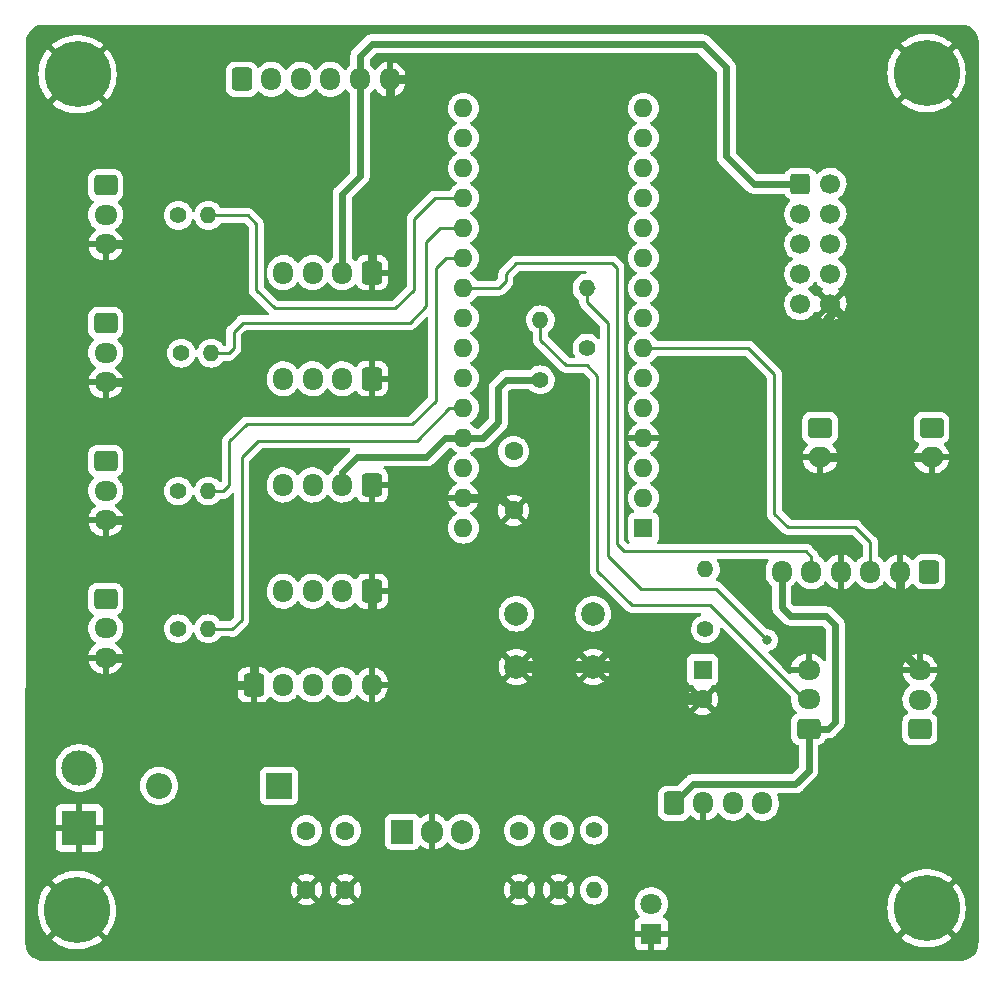
<source format=gbr>
%TF.GenerationSoftware,KiCad,Pcbnew,(6.0.8)*%
%TF.CreationDate,2022-11-21T21:43:47+01:00*%
%TF.ProjectId,WeatherStation_ArduinoNano_Shield,57656174-6865-4725-9374-6174696f6e5f,rev?*%
%TF.SameCoordinates,Original*%
%TF.FileFunction,Copper,L2,Bot*%
%TF.FilePolarity,Positive*%
%FSLAX46Y46*%
G04 Gerber Fmt 4.6, Leading zero omitted, Abs format (unit mm)*
G04 Created by KiCad (PCBNEW (6.0.8)) date 2022-11-21 21:43:47*
%MOMM*%
%LPD*%
G01*
G04 APERTURE LIST*
G04 Aperture macros list*
%AMRoundRect*
0 Rectangle with rounded corners*
0 $1 Rounding radius*
0 $2 $3 $4 $5 $6 $7 $8 $9 X,Y pos of 4 corners*
0 Add a 4 corners polygon primitive as box body*
4,1,4,$2,$3,$4,$5,$6,$7,$8,$9,$2,$3,0*
0 Add four circle primitives for the rounded corners*
1,1,$1+$1,$2,$3*
1,1,$1+$1,$4,$5*
1,1,$1+$1,$6,$7*
1,1,$1+$1,$8,$9*
0 Add four rect primitives between the rounded corners*
20,1,$1+$1,$2,$3,$4,$5,0*
20,1,$1+$1,$4,$5,$6,$7,0*
20,1,$1+$1,$6,$7,$8,$9,0*
20,1,$1+$1,$8,$9,$2,$3,0*%
G04 Aperture macros list end*
%TA.AperFunction,ComponentPad*%
%ADD10R,2.200000X2.200000*%
%TD*%
%TA.AperFunction,ComponentPad*%
%ADD11O,2.200000X2.200000*%
%TD*%
%TA.AperFunction,ComponentPad*%
%ADD12C,1.400000*%
%TD*%
%TA.AperFunction,ComponentPad*%
%ADD13O,1.400000X1.400000*%
%TD*%
%TA.AperFunction,ComponentPad*%
%ADD14C,2.000000*%
%TD*%
%TA.AperFunction,ComponentPad*%
%ADD15RoundRect,0.250000X0.600000X0.725000X-0.600000X0.725000X-0.600000X-0.725000X0.600000X-0.725000X0*%
%TD*%
%TA.AperFunction,ComponentPad*%
%ADD16O,1.700000X1.950000*%
%TD*%
%TA.AperFunction,ComponentPad*%
%ADD17RoundRect,0.250000X-0.725000X0.600000X-0.725000X-0.600000X0.725000X-0.600000X0.725000X0.600000X0*%
%TD*%
%TA.AperFunction,ComponentPad*%
%ADD18O,1.950000X1.700000*%
%TD*%
%TA.AperFunction,ComponentPad*%
%ADD19R,1.600000X1.600000*%
%TD*%
%TA.AperFunction,ComponentPad*%
%ADD20C,1.600000*%
%TD*%
%TA.AperFunction,ComponentPad*%
%ADD21C,5.600000*%
%TD*%
%TA.AperFunction,ComponentPad*%
%ADD22R,1.905000X2.000000*%
%TD*%
%TA.AperFunction,ComponentPad*%
%ADD23O,1.905000X2.000000*%
%TD*%
%TA.AperFunction,ComponentPad*%
%ADD24RoundRect,0.250000X-0.600000X-0.600000X0.600000X-0.600000X0.600000X0.600000X-0.600000X0.600000X0*%
%TD*%
%TA.AperFunction,ComponentPad*%
%ADD25C,1.700000*%
%TD*%
%TA.AperFunction,ComponentPad*%
%ADD26R,3.000000X3.000000*%
%TD*%
%TA.AperFunction,ComponentPad*%
%ADD27C,3.000000*%
%TD*%
%TA.AperFunction,ComponentPad*%
%ADD28O,1.600000X1.600000*%
%TD*%
%TA.AperFunction,ComponentPad*%
%ADD29RoundRect,0.250000X-0.600000X-0.725000X0.600000X-0.725000X0.600000X0.725000X-0.600000X0.725000X0*%
%TD*%
%TA.AperFunction,ComponentPad*%
%ADD30R,1.800000X1.800000*%
%TD*%
%TA.AperFunction,ComponentPad*%
%ADD31C,1.800000*%
%TD*%
%TA.AperFunction,ComponentPad*%
%ADD32RoundRect,0.250000X0.725000X-0.600000X0.725000X0.600000X-0.725000X0.600000X-0.725000X-0.600000X0*%
%TD*%
%TA.AperFunction,ComponentPad*%
%ADD33RoundRect,0.250000X-0.750000X0.600000X-0.750000X-0.600000X0.750000X-0.600000X0.750000X0.600000X0*%
%TD*%
%TA.AperFunction,ComponentPad*%
%ADD34O,2.000000X1.700000*%
%TD*%
%TA.AperFunction,ViaPad*%
%ADD35C,0.800000*%
%TD*%
%TA.AperFunction,Conductor*%
%ADD36C,0.800000*%
%TD*%
%TA.AperFunction,Conductor*%
%ADD37C,1.000000*%
%TD*%
%TA.AperFunction,Conductor*%
%ADD38C,0.250000*%
%TD*%
%TA.AperFunction,Conductor*%
%ADD39C,0.600000*%
%TD*%
G04 APERTURE END LIST*
D10*
%TO.P,D2,1,K*%
%TO.N,+12V*%
X65151600Y-83320800D03*
D11*
%TO.P,D2,2,A*%
%TO.N,Net-(D2-Pad2)*%
X54991600Y-83320800D03*
%TD*%
D12*
%TO.P,R5,1*%
%TO.N,A0*%
X56621200Y-35027334D03*
D13*
%TO.P,R5,2*%
%TO.N,Net-(A1-Pad19)*%
X59161200Y-35027334D03*
%TD*%
D14*
%TO.P,SW1,1,A*%
%TO.N,Net-(A1-Pad28)*%
X85250000Y-68750000D03*
X91750000Y-68750000D03*
%TO.P,SW1,2,B*%
%TO.N,GND*%
X85250000Y-73250000D03*
X91750000Y-73250000D03*
%TD*%
D15*
%TO.P,J3,1,Pin_1*%
%TO.N,GND*%
X73000000Y-57845833D03*
D16*
%TO.P,J3,2,Pin_2*%
%TO.N,+5V*%
X70500000Y-57845833D03*
%TO.P,J3,3,Pin_3*%
%TO.N,I2C_SCL*%
X68000000Y-57845833D03*
%TO.P,J3,4,Pin_4*%
%TO.N,I2C_SDA*%
X65500000Y-57845833D03*
%TD*%
D12*
%TO.P,R7,1*%
%TO.N,A2*%
X56621200Y-58360666D03*
D13*
%TO.P,R7,2*%
%TO.N,Net-(A1-Pad21)*%
X59161200Y-58360666D03*
%TD*%
D17*
%TO.P,J8,1,Pin_1*%
%TO.N,+5V*%
X50470400Y-32487334D03*
D18*
%TO.P,J8,2,Pin_2*%
%TO.N,A0*%
X50470400Y-34987334D03*
%TO.P,J8,3,Pin_3*%
%TO.N,GND*%
X50470400Y-37487334D03*
%TD*%
D17*
%TO.P,J9,1,Pin_1*%
%TO.N,+5V*%
X50470400Y-44154000D03*
D18*
%TO.P,J9,2,Pin_2*%
%TO.N,A1*%
X50470400Y-46654000D03*
%TO.P,J9,3,Pin_3*%
%TO.N,GND*%
X50470400Y-49154000D03*
%TD*%
D19*
%TO.P,C4,1*%
%TO.N,Net-(C4-Pad1)*%
X101000000Y-73500000D03*
D20*
%TO.P,C4,2*%
%TO.N,GND*%
X101000000Y-76000000D03*
%TD*%
D12*
%TO.P,R6,1*%
%TO.N,A1*%
X56871200Y-46694000D03*
D13*
%TO.P,R6,2*%
%TO.N,Net-(A1-Pad20)*%
X59411200Y-46694000D03*
%TD*%
D21*
%TO.P,H1,1,1*%
%TO.N,GND*%
X119964800Y-22970400D03*
%TD*%
D22*
%TO.P,U1,1,VI*%
%TO.N,+12V*%
X75591000Y-87207000D03*
D23*
%TO.P,U1,2,GND*%
%TO.N,GND*%
X78131000Y-87207000D03*
%TO.P,U1,3,VO*%
%TO.N,+5V*%
X80671000Y-87207000D03*
%TD*%
D17*
%TO.P,J10,1,Pin_1*%
%TO.N,+5V*%
X50470400Y-55820666D03*
D18*
%TO.P,J10,2,Pin_2*%
%TO.N,A2*%
X50470400Y-58320666D03*
%TO.P,J10,3,Pin_3*%
%TO.N,GND*%
X50470400Y-60820666D03*
%TD*%
D24*
%TO.P,J7,1,Pin_1*%
%TO.N,+5V*%
X109288900Y-32368400D03*
D25*
%TO.P,J7,2,Pin_2*%
%TO.N,D11*%
X111828900Y-32368400D03*
%TO.P,J7,3,Pin_3*%
%TO.N,D10*%
X109288900Y-34908400D03*
%TO.P,J7,4,Pin_4*%
%TO.N,D9*%
X111828900Y-34908400D03*
%TO.P,J7,5,Pin_5*%
%TO.N,D8*%
X109288900Y-37448400D03*
%TO.P,J7,6,Pin_6*%
%TO.N,D7*%
X111828900Y-37448400D03*
%TO.P,J7,7,Pin_7*%
%TO.N,D6*%
X109288900Y-39988400D03*
%TO.P,J7,8,Pin_8*%
%TO.N,D5*%
X111828900Y-39988400D03*
%TO.P,J7,9,Pin_9*%
%TO.N,D4*%
X109288900Y-42528400D03*
%TO.P,J7,10,Pin_10*%
%TO.N,GND*%
X111828900Y-42528400D03*
%TD*%
D12*
%TO.P,R2,1*%
%TO.N,+5V*%
X91212000Y-46240000D03*
D13*
%TO.P,R2,2*%
%TO.N,D6*%
X91212000Y-41160000D03*
%TD*%
D21*
%TO.P,H4,1,1*%
%TO.N,GND*%
X119964800Y-93684000D03*
%TD*%
D26*
%TO.P,J16,1,Pin_1*%
%TO.N,GND*%
X48235200Y-86876800D03*
D27*
%TO.P,J16,2,Pin_2*%
%TO.N,Net-(D2-Pad2)*%
X48235200Y-81796800D03*
%TD*%
D19*
%TO.P,A1,1,D1/TX*%
%TO.N,TX*%
X96000000Y-61500000D03*
D28*
%TO.P,A1,2,D0/RX*%
%TO.N,RX*%
X96000000Y-58960000D03*
%TO.P,A1,3,~{RESET}*%
%TO.N,Net-(A1-Pad28)*%
X96000000Y-56420000D03*
%TO.P,A1,4,GND*%
%TO.N,GND*%
X96000000Y-53880000D03*
%TO.P,A1,5,D2*%
%TO.N,D2*%
X96000000Y-51340000D03*
%TO.P,A1,6,D3*%
%TO.N,D3*%
X96000000Y-48800000D03*
%TO.P,A1,7,D4*%
%TO.N,D4*%
X96000000Y-46260000D03*
%TO.P,A1,8,D5*%
%TO.N,D5*%
X96000000Y-43720000D03*
%TO.P,A1,9,D6*%
%TO.N,D6*%
X96000000Y-41180000D03*
%TO.P,A1,10,D7*%
%TO.N,D7*%
X96000000Y-38640000D03*
%TO.P,A1,11,D8*%
%TO.N,D8*%
X96000000Y-36100000D03*
%TO.P,A1,12,D9*%
%TO.N,D9*%
X96000000Y-33560000D03*
%TO.P,A1,13,D10*%
%TO.N,D10*%
X96000000Y-31020000D03*
%TO.P,A1,14,D11*%
%TO.N,D11*%
X96000000Y-28480000D03*
%TO.P,A1,15,D12*%
%TO.N,D12*%
X96000000Y-25940000D03*
%TO.P,A1,16,D13*%
%TO.N,D13*%
X80760000Y-25940000D03*
%TO.P,A1,17,3V3*%
%TO.N,+3.3V*%
X80760000Y-28480000D03*
%TO.P,A1,18,AREF*%
%TO.N,unconnected-(A1-Pad18)*%
X80760000Y-31020000D03*
%TO.P,A1,19,A0*%
%TO.N,Net-(A1-Pad19)*%
X80760000Y-33560000D03*
%TO.P,A1,20,A1*%
%TO.N,Net-(A1-Pad20)*%
X80760000Y-36100000D03*
%TO.P,A1,21,A2*%
%TO.N,Net-(A1-Pad21)*%
X80760000Y-38640000D03*
%TO.P,A1,22,A3*%
%TO.N,A3*%
X80760000Y-41180000D03*
%TO.P,A1,23,A4*%
%TO.N,I2C_SDA*%
X80760000Y-43720000D03*
%TO.P,A1,24,A5*%
%TO.N,I2C_SCL*%
X80760000Y-46260000D03*
%TO.P,A1,25,A6*%
%TO.N,A6*%
X80760000Y-48800000D03*
%TO.P,A1,26,A7*%
%TO.N,Net-(A1-Pad26)*%
X80760000Y-51340000D03*
%TO.P,A1,27,+5V*%
%TO.N,+5V*%
X80760000Y-53880000D03*
%TO.P,A1,28,~{RESET}*%
%TO.N,Net-(A1-Pad28)*%
X80760000Y-56420000D03*
%TO.P,A1,29,GND*%
%TO.N,GND*%
X80760000Y-58960000D03*
%TO.P,A1,30,VIN*%
%TO.N,unconnected-(A1-Pad30)*%
X80760000Y-61500000D03*
%TD*%
D29*
%TO.P,J17,1,Pin_1*%
%TO.N,GND*%
X63000000Y-74775000D03*
D16*
%TO.P,J17,2,Pin_2*%
%TO.N,I2C_SDA*%
X65500000Y-74775000D03*
%TO.P,J17,3,Pin_3*%
%TO.N,I2C_SCL*%
X68000000Y-74775000D03*
%TO.P,J17,4,Pin_4*%
%TO.N,+5V*%
X70500000Y-74775000D03*
%TO.P,J17,5,Pin_5*%
%TO.N,GND*%
X73000000Y-74775000D03*
%TD*%
D15*
%TO.P,J2,1,Pin_1*%
%TO.N,GND*%
X73000000Y-48856250D03*
D16*
%TO.P,J2,2,Pin_2*%
%TO.N,+5V*%
X70500000Y-48856250D03*
%TO.P,J2,3,Pin_3*%
%TO.N,I2C_SCL*%
X68000000Y-48856250D03*
%TO.P,J2,4,Pin_4*%
%TO.N,I2C_SDA*%
X65500000Y-48856250D03*
%TD*%
D20*
%TO.P,C1,1*%
%TO.N,Net-(A1-Pad28)*%
X85000000Y-55000000D03*
%TO.P,C1,2*%
%TO.N,GND*%
X85000000Y-60000000D03*
%TD*%
D21*
%TO.P,H2,1,1*%
%TO.N,GND*%
X48082800Y-23072000D03*
%TD*%
%TO.P,H3,1,1*%
%TO.N,GND*%
X48032000Y-93836400D03*
%TD*%
D30*
%TO.P,D1,1,K*%
%TO.N,GND*%
X96673000Y-95848000D03*
D31*
%TO.P,D1,2,A*%
%TO.N,Net-(D1-Pad2)*%
X96673000Y-93308000D03*
%TD*%
D20*
%TO.P,C2,1*%
%TO.N,+12V*%
X67463000Y-87120000D03*
%TO.P,C2,2*%
%TO.N,GND*%
X67463000Y-92120000D03*
%TD*%
D32*
%TO.P,J15,1,Pin_1*%
%TO.N,+5V*%
X109975000Y-78500000D03*
D18*
%TO.P,J15,2,Pin_2*%
%TO.N,D5*%
X109975000Y-76000000D03*
%TO.P,J15,3,Pin_3*%
%TO.N,GND*%
X109975000Y-73500000D03*
%TD*%
D33*
%TO.P,J13,1,Pin_1*%
%TO.N,D3*%
X120388200Y-53013200D03*
D34*
%TO.P,J13,2,Pin_2*%
%TO.N,GND*%
X120388200Y-55513200D03*
%TD*%
D12*
%TO.P,R3,1*%
%TO.N,+5V*%
X87275000Y-48940000D03*
D13*
%TO.P,R3,2*%
%TO.N,D5*%
X87275000Y-43860000D03*
%TD*%
D15*
%TO.P,J4,1,Pin_1*%
%TO.N,GND*%
X73000000Y-66835416D03*
D16*
%TO.P,J4,2,Pin_2*%
%TO.N,+5V*%
X70500000Y-66835416D03*
%TO.P,J4,3,Pin_3*%
%TO.N,I2C_SCL*%
X68000000Y-66835416D03*
%TO.P,J4,4,Pin_4*%
%TO.N,I2C_SDA*%
X65500000Y-66835416D03*
%TD*%
D17*
%TO.P,J11,1,Pin_1*%
%TO.N,+5V*%
X50470400Y-67487334D03*
D18*
%TO.P,J11,2,Pin_2*%
%TO.N,A7*%
X50470400Y-69987334D03*
%TO.P,J11,3,Pin_3*%
%TO.N,GND*%
X50470400Y-72487334D03*
%TD*%
D20*
%TO.P,C6,1*%
%TO.N,+5V*%
X88824400Y-87120000D03*
%TO.P,C6,2*%
%TO.N,GND*%
X88824400Y-92120000D03*
%TD*%
D12*
%TO.P,R1,1*%
%TO.N,+5V*%
X91821600Y-87080000D03*
D13*
%TO.P,R1,2*%
%TO.N,Net-(D1-Pad2)*%
X91821600Y-92160000D03*
%TD*%
D20*
%TO.P,C5,1*%
%TO.N,+5V*%
X85497000Y-87120000D03*
%TO.P,C5,2*%
%TO.N,GND*%
X85497000Y-92120000D03*
%TD*%
D32*
%TO.P,J14,1,Pin_1*%
%TO.N,+5V*%
X119411000Y-78516000D03*
D18*
%TO.P,J14,2,Pin_2*%
%TO.N,D6*%
X119411000Y-76016000D03*
%TO.P,J14,3,Pin_3*%
%TO.N,GND*%
X119411000Y-73516000D03*
%TD*%
D12*
%TO.P,R4,1*%
%TO.N,Net-(C4-Pad1)*%
X101250000Y-70044887D03*
D13*
%TO.P,R4,2*%
%TO.N,+5V*%
X101250000Y-64964887D03*
%TD*%
D15*
%TO.P,J1,1,Pin_1*%
%TO.N,GND*%
X73000000Y-39866667D03*
D16*
%TO.P,J1,2,Pin_2*%
%TO.N,+5V*%
X70500000Y-39866667D03*
%TO.P,J1,3,Pin_3*%
%TO.N,I2C_SCL*%
X68000000Y-39866667D03*
%TO.P,J1,4,Pin_4*%
%TO.N,I2C_SDA*%
X65500000Y-39866667D03*
%TD*%
D33*
%TO.P,J12,1,Pin_1*%
%TO.N,D2*%
X110960200Y-53000200D03*
D34*
%TO.P,J12,2,Pin_2*%
%TO.N,GND*%
X110960200Y-55500200D03*
%TD*%
D20*
%TO.P,C3,1*%
%TO.N,+12V*%
X70765000Y-87120000D03*
%TO.P,C3,2*%
%TO.N,GND*%
X70765000Y-92120000D03*
%TD*%
D29*
%TO.P,J6,1,Pin_1*%
%TO.N,D10*%
X62000000Y-23500000D03*
D16*
%TO.P,J6,2,Pin_2*%
%TO.N,D13*%
X64500000Y-23500000D03*
%TO.P,J6,3,Pin_3*%
%TO.N,D11*%
X67000000Y-23500000D03*
%TO.P,J6,4,Pin_4*%
%TO.N,D12*%
X69500000Y-23500000D03*
%TO.P,J6,5,Pin_5*%
%TO.N,+5V*%
X72000000Y-23500000D03*
%TO.P,J6,6,Pin_6*%
%TO.N,GND*%
X74500000Y-23500000D03*
%TD*%
D12*
%TO.P,R8,1*%
%TO.N,A7*%
X56621200Y-70027334D03*
D13*
%TO.P,R8,2*%
%TO.N,Net-(A1-Pad26)*%
X59161200Y-70027334D03*
%TD*%
D29*
%TO.P,J5,1,Pin_1*%
%TO.N,+5V*%
X98578000Y-84794000D03*
D16*
%TO.P,J5,2,Pin_2*%
%TO.N,GND*%
X101078000Y-84794000D03*
%TO.P,J5,3,Pin_3*%
%TO.N,TX*%
X103578000Y-84794000D03*
%TO.P,J5,4,Pin_4*%
%TO.N,RX*%
X106078000Y-84794000D03*
%TD*%
D15*
%TO.P,J18,1,Pin_1*%
%TO.N,Net-(C4-Pad1)*%
X120200000Y-65200000D03*
D16*
%TO.P,J18,2,Pin_2*%
%TO.N,GND*%
X117700000Y-65200000D03*
%TO.P,J18,3,Pin_3*%
%TO.N,D4*%
X115200000Y-65200000D03*
%TO.P,J18,4,Pin_4*%
%TO.N,GND*%
X112700000Y-65200000D03*
%TO.P,J18,5,Pin_5*%
%TO.N,A3*%
X110200000Y-65200000D03*
%TO.P,J18,6,Pin_6*%
%TO.N,+5V*%
X107700000Y-65200000D03*
%TD*%
D35*
%TO.N,GND*%
X83947600Y-44560400D03*
X83642800Y-47100400D03*
X104928000Y-66760000D03*
X89281600Y-45170000D03*
X86335200Y-41309200D03*
%TO.N,D6*%
X106490100Y-70989100D03*
%TD*%
D36*
%TO.N,GND*%
X52303466Y-60820666D02*
X53366000Y-61883200D01*
X120375200Y-55500200D02*
X120388200Y-55513200D01*
X110770000Y-44611200D02*
X103911200Y-44611200D01*
X103911200Y-44611200D02*
X100800000Y-41500000D01*
X50470400Y-49154000D02*
X51965200Y-49154000D01*
X54218200Y-74775000D02*
X53366000Y-73922800D01*
X50470400Y-72487334D02*
X51930534Y-72487334D01*
X100800000Y-41500000D02*
X100800000Y-24900000D01*
X73000000Y-33900000D02*
X74500000Y-32400000D01*
X83960000Y-58960000D02*
X85000000Y-60000000D01*
X51930534Y-72487334D02*
X53366000Y-73922800D01*
X53366000Y-38515200D02*
X52338134Y-37487334D01*
X73000000Y-66835416D02*
X73000000Y-68716000D01*
X114200000Y-54475600D02*
X113175400Y-55500200D01*
X99400000Y-23500000D02*
X74500000Y-23500000D01*
X52338134Y-37487334D02*
X50470400Y-37487334D01*
X111887600Y-43493600D02*
X110770000Y-44611200D01*
X53366000Y-50554800D02*
X53366000Y-38515200D01*
X51965200Y-49154000D02*
X53366000Y-50554800D01*
X73000000Y-39866667D02*
X73000000Y-33900000D01*
X114200000Y-44899500D02*
X114200000Y-54475600D01*
X111828900Y-42528400D02*
X114200000Y-44899500D01*
X74500000Y-32400000D02*
X74500000Y-23500000D01*
D37*
X94818800Y-73973600D02*
X94818800Y-75446800D01*
X85250000Y-73250000D02*
X91750000Y-73250000D01*
D36*
X111828900Y-42528400D02*
X111887600Y-42587100D01*
X70384000Y-71332000D02*
X64415000Y-71332000D01*
X50470400Y-60820666D02*
X52303466Y-60820666D01*
X53366000Y-61883200D02*
X53366000Y-50554800D01*
X113175400Y-55500200D02*
X120375200Y-55500200D01*
X111887600Y-42587100D02*
X111887600Y-43493600D01*
X73000000Y-68716000D02*
X70384000Y-71332000D01*
D37*
X94095200Y-73250000D02*
X94818800Y-73973600D01*
D36*
X110960200Y-55500200D02*
X113175400Y-55500200D01*
X109991000Y-73516000D02*
X109975000Y-73500000D01*
X63000000Y-72747000D02*
X63000000Y-74775000D01*
X117700000Y-65200000D02*
X117700000Y-71805000D01*
X64415000Y-71332000D02*
X63000000Y-72747000D01*
X63000000Y-74775000D02*
X54218200Y-74775000D01*
D37*
X95372000Y-76000000D02*
X101000000Y-76000000D01*
D36*
X100800000Y-24900000D02*
X99400000Y-23500000D01*
X80760000Y-58960000D02*
X83960000Y-58960000D01*
X53366000Y-73922800D02*
X53366000Y-61883200D01*
X117700000Y-71805000D02*
X119411000Y-73516000D01*
D37*
X91750000Y-73250000D02*
X94095200Y-73250000D01*
X94818800Y-75446800D02*
X95372000Y-76000000D01*
D38*
%TO.N,D4*%
X104875000Y-46260000D02*
X107087000Y-48472000D01*
X115215000Y-62696000D02*
X115200000Y-62711000D01*
X108230000Y-61426000D02*
X113945000Y-61426000D01*
X96000000Y-46260000D02*
X104875000Y-46260000D01*
X115200000Y-62711000D02*
X115200000Y-65200000D01*
X107087000Y-60283000D02*
X108230000Y-61426000D01*
X107087000Y-48472000D02*
X107087000Y-60283000D01*
X113945000Y-61426000D02*
X115215000Y-62696000D01*
%TO.N,D5*%
X109596000Y-76000000D02*
X101626000Y-68030000D01*
X87275000Y-45551000D02*
X87275000Y-43860000D01*
X91212000Y-47710000D02*
X89434000Y-47710000D01*
X109975000Y-76000000D02*
X109596000Y-76000000D01*
X92101000Y-65109000D02*
X92101000Y-48599000D01*
X95022000Y-68030000D02*
X92101000Y-65109000D01*
X92101000Y-48599000D02*
X91212000Y-47710000D01*
X101626000Y-68030000D02*
X95022000Y-68030000D01*
X89434000Y-47710000D02*
X87275000Y-45551000D01*
%TO.N,D6*%
X91212000Y-42376000D02*
X91212000Y-41160000D01*
X92990000Y-44154000D02*
X91212000Y-42376000D01*
X95784000Y-66633000D02*
X92990000Y-63839000D01*
X106490100Y-70989100D02*
X102134000Y-66633000D01*
X102134000Y-66633000D02*
X95784000Y-66633000D01*
X92990000Y-63839000D02*
X92990000Y-44154000D01*
X91800000Y-41160000D02*
X91593000Y-41367000D01*
%TO.N,A3*%
X93752000Y-39455000D02*
X93371000Y-39074000D01*
X84354000Y-40598000D02*
X83772000Y-41180000D01*
X83772000Y-41180000D02*
X80760000Y-41180000D01*
X93371000Y-39074000D02*
X85243000Y-39074000D01*
X84354000Y-39963000D02*
X84354000Y-40598000D01*
X85243000Y-39074000D02*
X84354000Y-39963000D01*
X110200000Y-65200000D02*
X110200000Y-63904000D01*
X94387000Y-63458000D02*
X93752000Y-62823000D01*
X109754000Y-63458000D02*
X94387000Y-63458000D01*
X110200000Y-63904000D02*
X109754000Y-63458000D01*
X93752000Y-62823000D02*
X93752000Y-39455000D01*
D39*
%TO.N,+5V*%
X103000000Y-30034000D02*
X105334400Y-32368400D01*
X73000000Y-20500000D02*
X101000000Y-20500000D01*
X83719000Y-52536000D02*
X83719000Y-49615000D01*
X84394000Y-48940000D02*
X87275000Y-48940000D01*
X112243200Y-69706400D02*
X112243200Y-77885200D01*
X79200000Y-53880000D02*
X80760000Y-53880000D01*
X83719000Y-49615000D02*
X84394000Y-48940000D01*
X77623000Y-55457000D02*
X79200000Y-53880000D01*
X103000000Y-22500000D02*
X103000000Y-30034000D01*
X70500000Y-57845833D02*
X70500000Y-56738000D01*
X107700000Y-65200000D02*
X107700000Y-68211200D01*
X107700000Y-68211200D02*
X108433200Y-68944400D01*
X108865000Y-83143000D02*
X109975000Y-82033000D01*
X80760000Y-53880000D02*
X82375000Y-53880000D01*
X72000000Y-31700000D02*
X72000000Y-23500000D01*
X70500000Y-33200000D02*
X72000000Y-31700000D01*
X111481200Y-68944400D02*
X112243200Y-69706400D01*
X82375000Y-53880000D02*
X83719000Y-52536000D01*
X111628400Y-78500000D02*
X109975000Y-78500000D01*
X71781000Y-55457000D02*
X77623000Y-55457000D01*
X105334400Y-32368400D02*
X109288900Y-32368400D01*
X108433200Y-68944400D02*
X111481200Y-68944400D01*
X72000000Y-21500000D02*
X73000000Y-20500000D01*
X70500000Y-39866667D02*
X70500000Y-33200000D01*
X109975000Y-82033000D02*
X109975000Y-78500000D01*
X100229000Y-83143000D02*
X108865000Y-83143000D01*
X98578000Y-84794000D02*
X100229000Y-83143000D01*
X101000000Y-20500000D02*
X103000000Y-22500000D01*
X70500000Y-56738000D02*
X71781000Y-55457000D01*
X112243200Y-77885200D02*
X111628400Y-78500000D01*
X72000000Y-23500000D02*
X72000000Y-21500000D01*
D38*
%TO.N,Net-(A1-Pad19)*%
X63200000Y-41300000D02*
X64800000Y-42900000D01*
X76600000Y-41300000D02*
X76600000Y-35300000D01*
X78340000Y-33560000D02*
X80760000Y-33560000D01*
X63200000Y-35750800D02*
X63200000Y-41300000D01*
X75000000Y-42900000D02*
X76600000Y-41300000D01*
X62476534Y-35027334D02*
X63200000Y-35750800D01*
X59161200Y-35027334D02*
X62476534Y-35027334D01*
X64800000Y-42900000D02*
X75000000Y-42900000D01*
X76600000Y-35300000D02*
X78340000Y-33560000D01*
%TO.N,Net-(A1-Pad20)*%
X60884400Y-46694000D02*
X61290800Y-46287600D01*
X61290800Y-44865200D02*
X62056000Y-44100000D01*
X76200000Y-44100000D02*
X77600000Y-42700000D01*
X77600000Y-37300000D02*
X78800000Y-36100000D01*
X61290800Y-46287600D02*
X61290800Y-44865200D01*
X78800000Y-36100000D02*
X80760000Y-36100000D01*
X62056000Y-44100000D02*
X76200000Y-44100000D01*
X77600000Y-42700000D02*
X77600000Y-37300000D01*
X59411200Y-46694000D02*
X60884400Y-46694000D01*
%TO.N,Net-(A1-Pad21)*%
X76400000Y-52700000D02*
X78400000Y-50700000D01*
X60409866Y-58360666D02*
X59161200Y-58360666D01*
X78400000Y-39500000D02*
X79260000Y-38640000D01*
X62400000Y-52700000D02*
X76400000Y-52700000D01*
X60427200Y-58378000D02*
X60409866Y-58360666D01*
X78400000Y-50700000D02*
X78400000Y-39500000D01*
X60933334Y-54166666D02*
X62400000Y-52700000D01*
X60933334Y-57871866D02*
X60427200Y-58378000D01*
X60933334Y-54166666D02*
X60933334Y-57871866D01*
X79260000Y-38640000D02*
X80760000Y-38640000D01*
%TO.N,Net-(A1-Pad26)*%
X79560000Y-51340000D02*
X76800000Y-54100000D01*
X63400000Y-54100000D02*
X62000000Y-55500000D01*
X76800000Y-54100000D02*
X63400000Y-54100000D01*
X80760000Y-51340000D02*
X79560000Y-51340000D01*
X61189200Y-70062000D02*
X61154534Y-70027334D01*
X62000000Y-69251200D02*
X61189200Y-70062000D01*
X61154534Y-70027334D02*
X59161200Y-70027334D01*
X62000000Y-55500000D02*
X62000000Y-69251200D01*
%TD*%
%TA.AperFunction,Conductor*%
%TO.N,GND*%
G36*
X122878477Y-18864403D02*
G01*
X122893251Y-18866704D01*
X122893256Y-18866704D01*
X122902124Y-18868085D01*
X122917381Y-18866090D01*
X122942702Y-18865347D01*
X123091317Y-18875976D01*
X123111672Y-18877432D01*
X123129466Y-18879990D01*
X123319800Y-18921395D01*
X123337048Y-18926459D01*
X123519552Y-18994530D01*
X123535904Y-19001998D01*
X123706860Y-19095346D01*
X123721984Y-19105066D01*
X123877912Y-19221793D01*
X123891498Y-19233566D01*
X124029231Y-19371299D01*
X124041004Y-19384884D01*
X124157740Y-19540824D01*
X124167450Y-19555935D01*
X124259787Y-19725035D01*
X124260799Y-19726889D01*
X124268268Y-19743243D01*
X124336341Y-19925754D01*
X124341404Y-19942999D01*
X124364047Y-20047081D01*
X124382808Y-20133324D01*
X124385366Y-20151113D01*
X124396944Y-20312975D01*
X124396191Y-20331059D01*
X124396091Y-20339245D01*
X124394709Y-20348120D01*
X124398820Y-20379558D01*
X124399883Y-20395931D01*
X124373841Y-82472058D01*
X124367921Y-96584108D01*
X124366420Y-96603445D01*
X124362709Y-96627273D01*
X124363873Y-96636175D01*
X124364711Y-96642583D01*
X124365456Y-96667869D01*
X124364264Y-96684603D01*
X124353342Y-96837934D01*
X124350806Y-96855648D01*
X124345555Y-96879897D01*
X124312168Y-97034076D01*
X124309338Y-97047143D01*
X124304319Y-97064316D01*
X124236140Y-97248000D01*
X124228737Y-97264293D01*
X124135221Y-97436469D01*
X124125584Y-97451549D01*
X124008623Y-97608733D01*
X123996949Y-97622294D01*
X123922199Y-97697574D01*
X123858893Y-97761330D01*
X123845413Y-97773102D01*
X123689049Y-97891178D01*
X123674052Y-97900911D01*
X123502531Y-97995647D01*
X123486295Y-98003163D01*
X123303092Y-98072639D01*
X123285951Y-98077780D01*
X123207274Y-98095401D01*
X123094756Y-98120601D01*
X123077070Y-98123260D01*
X122914048Y-98136030D01*
X122896378Y-98135418D01*
X122887907Y-98135375D01*
X122879029Y-98134057D01*
X122849683Y-98138106D01*
X122832494Y-98139289D01*
X68714012Y-98149470D01*
X45211733Y-98153891D01*
X45192323Y-98152391D01*
X45177549Y-98150090D01*
X45177544Y-98150090D01*
X45168676Y-98148709D01*
X45153419Y-98150704D01*
X45128098Y-98151447D01*
X44959115Y-98139361D01*
X44941336Y-98136804D01*
X44751007Y-98095401D01*
X44733759Y-98090337D01*
X44551250Y-98022264D01*
X44534898Y-98014796D01*
X44363942Y-97921448D01*
X44348818Y-97911728D01*
X44192886Y-97794998D01*
X44179300Y-97783225D01*
X44041575Y-97645500D01*
X44029802Y-97631914D01*
X43913072Y-97475982D01*
X43903352Y-97460858D01*
X43810004Y-97289902D01*
X43802536Y-97273550D01*
X43734463Y-97091041D01*
X43729399Y-97073792D01*
X43711799Y-96992886D01*
X43687996Y-96883464D01*
X43685438Y-96865678D01*
X43680705Y-96799490D01*
X43674119Y-96707411D01*
X43675205Y-96684645D01*
X43674734Y-96684603D01*
X43675170Y-96679745D01*
X43675976Y-96674952D01*
X43676129Y-96662400D01*
X43672190Y-96634898D01*
X43670919Y-96616992D01*
X43671030Y-96352781D01*
X45881160Y-96352781D01*
X45881237Y-96353870D01*
X45883698Y-96357606D01*
X46157632Y-96567804D01*
X46163262Y-96571659D01*
X46463591Y-96754262D01*
X46469593Y-96757480D01*
X46787897Y-96906584D01*
X46794202Y-96909132D01*
X47126743Y-97022987D01*
X47133313Y-97024846D01*
X47476183Y-97102114D01*
X47482912Y-97103253D01*
X47832143Y-97143043D01*
X47838933Y-97143446D01*
X48190419Y-97145286D01*
X48197220Y-97144954D01*
X48546853Y-97108823D01*
X48553581Y-97107757D01*
X48897274Y-97034076D01*
X48903822Y-97032297D01*
X49237549Y-96921927D01*
X49243891Y-96919441D01*
X49522068Y-96792669D01*
X95265001Y-96792669D01*
X95265371Y-96799490D01*
X95270895Y-96850352D01*
X95274521Y-96865604D01*
X95319676Y-96986054D01*
X95328214Y-97001649D01*
X95404715Y-97103724D01*
X95417276Y-97116285D01*
X95519351Y-97192786D01*
X95534946Y-97201324D01*
X95655394Y-97246478D01*
X95670649Y-97250105D01*
X95721514Y-97255631D01*
X95728328Y-97256000D01*
X96400885Y-97256000D01*
X96416124Y-97251525D01*
X96417329Y-97250135D01*
X96419000Y-97242452D01*
X96419000Y-97237884D01*
X96927000Y-97237884D01*
X96931475Y-97253123D01*
X96932865Y-97254328D01*
X96940548Y-97255999D01*
X97617669Y-97255999D01*
X97624490Y-97255629D01*
X97675352Y-97250105D01*
X97690604Y-97246479D01*
X97811054Y-97201324D01*
X97826649Y-97192786D01*
X97928724Y-97116285D01*
X97941285Y-97103724D01*
X98017786Y-97001649D01*
X98026324Y-96986054D01*
X98071478Y-96865606D01*
X98075105Y-96850351D01*
X98080631Y-96799486D01*
X98081000Y-96792672D01*
X98081000Y-96200381D01*
X117813960Y-96200381D01*
X117814037Y-96201470D01*
X117816498Y-96205206D01*
X118090432Y-96415404D01*
X118096062Y-96419259D01*
X118396391Y-96601862D01*
X118402393Y-96605080D01*
X118720697Y-96754184D01*
X118727002Y-96756732D01*
X119059543Y-96870587D01*
X119066113Y-96872446D01*
X119408983Y-96949714D01*
X119415712Y-96950853D01*
X119764943Y-96990643D01*
X119771733Y-96991046D01*
X120123219Y-96992886D01*
X120130020Y-96992554D01*
X120479653Y-96956423D01*
X120486381Y-96955357D01*
X120830074Y-96881676D01*
X120836622Y-96879897D01*
X121170349Y-96769527D01*
X121176691Y-96767041D01*
X121496518Y-96621288D01*
X121502577Y-96618121D01*
X121804795Y-96438676D01*
X121810459Y-96434884D01*
X122091532Y-96223849D01*
X122096758Y-96219464D01*
X122106413Y-96210428D01*
X122114482Y-96196750D01*
X122114454Y-96196024D01*
X122109312Y-96187723D01*
X119977610Y-94056020D01*
X119963669Y-94048408D01*
X119961834Y-94048539D01*
X119955220Y-94052790D01*
X117821574Y-96186437D01*
X117813960Y-96200381D01*
X98081000Y-96200381D01*
X98081000Y-96120115D01*
X98076525Y-96104876D01*
X98075135Y-96103671D01*
X98067452Y-96102000D01*
X96945115Y-96102000D01*
X96929876Y-96106475D01*
X96928671Y-96107865D01*
X96927000Y-96115548D01*
X96927000Y-97237884D01*
X96419000Y-97237884D01*
X96419000Y-96120115D01*
X96414525Y-96104876D01*
X96413135Y-96103671D01*
X96405452Y-96102000D01*
X95283116Y-96102000D01*
X95267877Y-96106475D01*
X95266672Y-96107865D01*
X95265001Y-96115548D01*
X95265001Y-96792669D01*
X49522068Y-96792669D01*
X49563718Y-96773688D01*
X49569777Y-96770521D01*
X49871995Y-96591076D01*
X49877659Y-96587284D01*
X50158732Y-96376249D01*
X50163958Y-96371864D01*
X50173613Y-96362828D01*
X50181682Y-96349150D01*
X50181654Y-96348424D01*
X50176512Y-96340123D01*
X48044810Y-94208420D01*
X48030869Y-94200808D01*
X48029034Y-94200939D01*
X48022420Y-94205190D01*
X45888774Y-96338837D01*
X45881160Y-96352781D01*
X43671030Y-96352781D01*
X43672089Y-93828232D01*
X44719333Y-93828232D01*
X44737117Y-94179293D01*
X44737827Y-94186049D01*
X44793420Y-94533123D01*
X44794859Y-94539778D01*
X44887608Y-94878810D01*
X44889757Y-94885271D01*
X45018581Y-95212312D01*
X45021412Y-95218495D01*
X45184803Y-95529710D01*
X45188286Y-95535552D01*
X45384330Y-95827296D01*
X45388433Y-95832740D01*
X45508425Y-95975236D01*
X45521164Y-95983679D01*
X45531608Y-95977581D01*
X47659980Y-93849210D01*
X47666357Y-93837531D01*
X48396408Y-93837531D01*
X48396539Y-93839366D01*
X48400790Y-93845980D01*
X50531009Y-95976198D01*
X50544605Y-95983623D01*
X50554218Y-95976922D01*
X50654518Y-95860312D01*
X50658676Y-95854914D01*
X50857762Y-95565240D01*
X50861310Y-95559429D01*
X51027942Y-95249959D01*
X51030849Y-95243781D01*
X51163090Y-94918113D01*
X51165304Y-94911683D01*
X51261598Y-94573637D01*
X51263105Y-94567007D01*
X51322332Y-94220518D01*
X51323112Y-94213778D01*
X51344668Y-93861325D01*
X51344784Y-93857723D01*
X51344853Y-93838219D01*
X51344761Y-93834594D01*
X51325666Y-93482015D01*
X51324931Y-93475249D01*
X51280850Y-93206062D01*
X66741493Y-93206062D01*
X66750789Y-93218077D01*
X66801994Y-93253931D01*
X66811489Y-93259414D01*
X67008947Y-93351490D01*
X67019239Y-93355236D01*
X67229688Y-93411625D01*
X67240481Y-93413528D01*
X67457525Y-93432517D01*
X67468475Y-93432517D01*
X67685519Y-93413528D01*
X67696312Y-93411625D01*
X67906761Y-93355236D01*
X67917053Y-93351490D01*
X68114511Y-93259414D01*
X68124006Y-93253931D01*
X68176048Y-93217491D01*
X68184424Y-93207012D01*
X68183925Y-93206062D01*
X70043493Y-93206062D01*
X70052789Y-93218077D01*
X70103994Y-93253931D01*
X70113489Y-93259414D01*
X70310947Y-93351490D01*
X70321239Y-93355236D01*
X70531688Y-93411625D01*
X70542481Y-93413528D01*
X70759525Y-93432517D01*
X70770475Y-93432517D01*
X70987519Y-93413528D01*
X70998312Y-93411625D01*
X71208761Y-93355236D01*
X71219053Y-93351490D01*
X71416511Y-93259414D01*
X71426006Y-93253931D01*
X71478048Y-93217491D01*
X71486424Y-93207012D01*
X71485925Y-93206062D01*
X84775493Y-93206062D01*
X84784789Y-93218077D01*
X84835994Y-93253931D01*
X84845489Y-93259414D01*
X85042947Y-93351490D01*
X85053239Y-93355236D01*
X85263688Y-93411625D01*
X85274481Y-93413528D01*
X85491525Y-93432517D01*
X85502475Y-93432517D01*
X85719519Y-93413528D01*
X85730312Y-93411625D01*
X85940761Y-93355236D01*
X85951053Y-93351490D01*
X86148511Y-93259414D01*
X86158006Y-93253931D01*
X86210048Y-93217491D01*
X86218424Y-93207012D01*
X86217925Y-93206062D01*
X88102893Y-93206062D01*
X88112189Y-93218077D01*
X88163394Y-93253931D01*
X88172889Y-93259414D01*
X88370347Y-93351490D01*
X88380639Y-93355236D01*
X88591088Y-93411625D01*
X88601881Y-93413528D01*
X88818925Y-93432517D01*
X88829875Y-93432517D01*
X89046919Y-93413528D01*
X89057712Y-93411625D01*
X89268161Y-93355236D01*
X89278453Y-93351490D01*
X89475911Y-93259414D01*
X89485406Y-93253931D01*
X89537448Y-93217491D01*
X89545824Y-93207012D01*
X89538756Y-93193566D01*
X88837212Y-92492022D01*
X88823268Y-92484408D01*
X88821435Y-92484539D01*
X88814820Y-92488790D01*
X88109323Y-93194287D01*
X88102893Y-93206062D01*
X86217925Y-93206062D01*
X86211356Y-93193566D01*
X85509812Y-92492022D01*
X85495868Y-92484408D01*
X85494035Y-92484539D01*
X85487420Y-92488790D01*
X84781923Y-93194287D01*
X84775493Y-93206062D01*
X71485925Y-93206062D01*
X71479356Y-93193566D01*
X70777812Y-92492022D01*
X70763868Y-92484408D01*
X70762035Y-92484539D01*
X70755420Y-92488790D01*
X70049923Y-93194287D01*
X70043493Y-93206062D01*
X68183925Y-93206062D01*
X68177356Y-93193566D01*
X67475812Y-92492022D01*
X67461868Y-92484408D01*
X67460035Y-92484539D01*
X67453420Y-92488790D01*
X66747923Y-93194287D01*
X66741493Y-93206062D01*
X51280850Y-93206062D01*
X51268130Y-93128385D01*
X51266663Y-93121713D01*
X51172736Y-92783027D01*
X51170562Y-92776563D01*
X51040598Y-92449978D01*
X51037742Y-92443798D01*
X50873269Y-92133163D01*
X50869769Y-92127337D01*
X50868508Y-92125475D01*
X66150483Y-92125475D01*
X66169472Y-92342519D01*
X66171375Y-92353312D01*
X66227764Y-92563761D01*
X66231510Y-92574053D01*
X66323586Y-92771511D01*
X66329069Y-92781006D01*
X66365509Y-92833048D01*
X66375988Y-92841424D01*
X66389434Y-92834356D01*
X67090978Y-92132812D01*
X67097356Y-92121132D01*
X67827408Y-92121132D01*
X67827539Y-92122965D01*
X67831790Y-92129580D01*
X68537287Y-92835077D01*
X68549062Y-92841507D01*
X68561077Y-92832211D01*
X68596931Y-92781006D01*
X68602414Y-92771511D01*
X68694490Y-92574053D01*
X68698236Y-92563761D01*
X68754625Y-92353312D01*
X68756528Y-92342519D01*
X68775517Y-92125475D01*
X69452483Y-92125475D01*
X69471472Y-92342519D01*
X69473375Y-92353312D01*
X69529764Y-92563761D01*
X69533510Y-92574053D01*
X69625586Y-92771511D01*
X69631069Y-92781006D01*
X69667509Y-92833048D01*
X69677988Y-92841424D01*
X69691434Y-92834356D01*
X70392978Y-92132812D01*
X70399356Y-92121132D01*
X71129408Y-92121132D01*
X71129539Y-92122965D01*
X71133790Y-92129580D01*
X71839287Y-92835077D01*
X71851062Y-92841507D01*
X71863077Y-92832211D01*
X71898931Y-92781006D01*
X71904414Y-92771511D01*
X71996490Y-92574053D01*
X72000236Y-92563761D01*
X72056625Y-92353312D01*
X72058528Y-92342519D01*
X72077517Y-92125475D01*
X84184483Y-92125475D01*
X84203472Y-92342519D01*
X84205375Y-92353312D01*
X84261764Y-92563761D01*
X84265510Y-92574053D01*
X84357586Y-92771511D01*
X84363069Y-92781006D01*
X84399509Y-92833048D01*
X84409988Y-92841424D01*
X84423434Y-92834356D01*
X85124978Y-92132812D01*
X85131356Y-92121132D01*
X85861408Y-92121132D01*
X85861539Y-92122965D01*
X85865790Y-92129580D01*
X86571287Y-92835077D01*
X86583062Y-92841507D01*
X86595077Y-92832211D01*
X86630931Y-92781006D01*
X86636414Y-92771511D01*
X86728490Y-92574053D01*
X86732236Y-92563761D01*
X86788625Y-92353312D01*
X86790528Y-92342519D01*
X86809517Y-92125475D01*
X87511883Y-92125475D01*
X87530872Y-92342519D01*
X87532775Y-92353312D01*
X87589164Y-92563761D01*
X87592910Y-92574053D01*
X87684986Y-92771511D01*
X87690469Y-92781006D01*
X87726909Y-92833048D01*
X87737388Y-92841424D01*
X87750834Y-92834356D01*
X88452378Y-92132812D01*
X88458756Y-92121132D01*
X89188808Y-92121132D01*
X89188939Y-92122965D01*
X89193190Y-92129580D01*
X89898687Y-92835077D01*
X89910462Y-92841507D01*
X89922477Y-92832211D01*
X89958331Y-92781006D01*
X89963814Y-92771511D01*
X90055890Y-92574053D01*
X90059636Y-92563761D01*
X90116025Y-92353312D01*
X90117928Y-92342519D01*
X90133896Y-92160000D01*
X90608484Y-92160000D01*
X90626914Y-92370655D01*
X90628338Y-92375968D01*
X90628338Y-92375970D01*
X90678657Y-92563761D01*
X90681644Y-92574910D01*
X90683966Y-92579891D01*
X90683967Y-92579892D01*
X90697960Y-92609899D01*
X90771011Y-92766558D01*
X90892299Y-92939776D01*
X91041824Y-93089301D01*
X91215042Y-93210589D01*
X91220020Y-93212910D01*
X91220023Y-93212912D01*
X91401708Y-93297633D01*
X91406690Y-93299956D01*
X91411998Y-93301378D01*
X91412000Y-93301379D01*
X91605630Y-93353262D01*
X91605632Y-93353262D01*
X91610945Y-93354686D01*
X91821600Y-93373116D01*
X92032255Y-93354686D01*
X92037568Y-93353262D01*
X92037570Y-93353262D01*
X92231200Y-93301379D01*
X92231202Y-93301378D01*
X92236510Y-93299956D01*
X92241492Y-93297633D01*
X92293312Y-93273469D01*
X95260095Y-93273469D01*
X95260392Y-93278622D01*
X95260392Y-93278625D01*
X95266067Y-93377041D01*
X95273427Y-93504697D01*
X95274564Y-93509743D01*
X95274565Y-93509749D01*
X95306741Y-93652523D01*
X95324346Y-93730642D01*
X95326288Y-93735424D01*
X95326289Y-93735428D01*
X95367749Y-93837531D01*
X95411484Y-93945237D01*
X95532501Y-94142719D01*
X95535882Y-94146622D01*
X95644653Y-94272191D01*
X95674135Y-94336776D01*
X95664020Y-94407049D01*
X95617519Y-94460697D01*
X95593646Y-94472670D01*
X95534944Y-94494677D01*
X95519351Y-94503214D01*
X95417276Y-94579715D01*
X95404715Y-94592276D01*
X95328214Y-94694351D01*
X95319676Y-94709946D01*
X95274522Y-94830394D01*
X95270895Y-94845649D01*
X95265369Y-94896514D01*
X95265000Y-94903328D01*
X95265000Y-95575885D01*
X95269475Y-95591124D01*
X95270865Y-95592329D01*
X95278548Y-95594000D01*
X98062884Y-95594000D01*
X98078123Y-95589525D01*
X98079328Y-95588135D01*
X98080999Y-95580452D01*
X98080999Y-94903331D01*
X98080629Y-94896510D01*
X98075105Y-94845648D01*
X98071479Y-94830396D01*
X98026324Y-94709946D01*
X98017786Y-94694351D01*
X97941285Y-94592276D01*
X97928724Y-94579715D01*
X97826649Y-94503214D01*
X97811052Y-94494675D01*
X97752415Y-94472693D01*
X97695650Y-94430052D01*
X97670950Y-94363490D01*
X97686157Y-94294141D01*
X97707703Y-94265461D01*
X97745641Y-94227654D01*
X97749303Y-94224005D01*
X97884458Y-94035917D01*
X97931641Y-93940450D01*
X97984784Y-93832922D01*
X97984785Y-93832920D01*
X97987078Y-93828280D01*
X98033395Y-93675832D01*
X116652133Y-93675832D01*
X116669917Y-94026893D01*
X116670627Y-94033649D01*
X116726220Y-94380723D01*
X116727659Y-94387378D01*
X116820408Y-94726410D01*
X116822557Y-94732871D01*
X116951381Y-95059912D01*
X116954212Y-95066095D01*
X117117603Y-95377310D01*
X117121086Y-95383152D01*
X117317130Y-95674896D01*
X117321233Y-95680340D01*
X117441225Y-95822836D01*
X117453964Y-95831279D01*
X117464408Y-95825181D01*
X119592780Y-93696810D01*
X119599157Y-93685131D01*
X120329208Y-93685131D01*
X120329339Y-93686966D01*
X120333590Y-93693580D01*
X122463809Y-95823798D01*
X122477405Y-95831223D01*
X122487018Y-95824522D01*
X122587318Y-95707912D01*
X122591476Y-95702514D01*
X122790562Y-95412840D01*
X122794110Y-95407029D01*
X122960742Y-95097559D01*
X122963649Y-95091381D01*
X123095890Y-94765713D01*
X123098104Y-94759283D01*
X123194398Y-94421237D01*
X123195905Y-94414607D01*
X123255132Y-94068118D01*
X123255912Y-94061378D01*
X123277468Y-93708925D01*
X123277584Y-93705323D01*
X123277653Y-93685819D01*
X123277561Y-93682194D01*
X123258466Y-93329615D01*
X123257731Y-93322849D01*
X123200930Y-92975985D01*
X123199463Y-92969313D01*
X123105536Y-92630627D01*
X123103362Y-92624163D01*
X122973398Y-92297578D01*
X122970542Y-92291398D01*
X122806069Y-91980763D01*
X122802569Y-91974937D01*
X122605497Y-91683862D01*
X122601390Y-91678453D01*
X122488365Y-91545179D01*
X122475540Y-91536743D01*
X122465216Y-91542795D01*
X120336820Y-93671190D01*
X120329208Y-93685131D01*
X119599157Y-93685131D01*
X119600392Y-93682869D01*
X119600261Y-93681034D01*
X119596010Y-93674420D01*
X117465792Y-91544203D01*
X117452255Y-91536811D01*
X117442553Y-91543599D01*
X117335230Y-91669257D01*
X117331096Y-91674664D01*
X117133015Y-91965041D01*
X117129497Y-91970851D01*
X116963934Y-92280922D01*
X116961059Y-92287087D01*
X116829955Y-92613218D01*
X116827762Y-92619658D01*
X116732646Y-92958044D01*
X116731163Y-92964679D01*
X116673150Y-93311354D01*
X116672391Y-93318126D01*
X116652157Y-93669037D01*
X116652133Y-93675832D01*
X98033395Y-93675832D01*
X98054408Y-93606671D01*
X98084640Y-93377041D01*
X98085221Y-93353262D01*
X98086245Y-93311365D01*
X98086245Y-93311354D01*
X98086327Y-93308000D01*
X98071560Y-93128385D01*
X98067773Y-93082318D01*
X98067772Y-93082312D01*
X98067349Y-93077167D01*
X98010925Y-92852533D01*
X98003335Y-92835077D01*
X97920630Y-92644868D01*
X97920628Y-92644865D01*
X97918570Y-92640131D01*
X97792764Y-92445665D01*
X97787143Y-92439487D01*
X97743134Y-92391122D01*
X97636887Y-92274358D01*
X97632836Y-92271159D01*
X97632832Y-92271155D01*
X97459177Y-92134011D01*
X97459172Y-92134008D01*
X97455123Y-92130810D01*
X97450607Y-92128317D01*
X97450604Y-92128315D01*
X97256879Y-92021373D01*
X97256875Y-92021371D01*
X97252355Y-92018876D01*
X97247486Y-92017152D01*
X97247482Y-92017150D01*
X97038903Y-91943288D01*
X97038899Y-91943287D01*
X97034028Y-91941562D01*
X97028935Y-91940655D01*
X97028932Y-91940654D01*
X96811095Y-91901851D01*
X96811089Y-91901850D01*
X96806006Y-91900945D01*
X96733096Y-91900054D01*
X96579581Y-91898179D01*
X96579579Y-91898179D01*
X96574411Y-91898116D01*
X96345464Y-91933150D01*
X96125314Y-92005106D01*
X96120726Y-92007494D01*
X96120722Y-92007496D01*
X95924461Y-92109663D01*
X95919872Y-92112052D01*
X95915739Y-92115155D01*
X95915736Y-92115157D01*
X95890625Y-92134011D01*
X95734655Y-92251117D01*
X95574639Y-92418564D01*
X95571725Y-92422836D01*
X95571724Y-92422837D01*
X95556152Y-92445665D01*
X95444119Y-92609899D01*
X95346602Y-92819981D01*
X95284707Y-93043169D01*
X95260095Y-93273469D01*
X92293312Y-93273469D01*
X92423177Y-93212912D01*
X92423180Y-93212910D01*
X92428158Y-93210589D01*
X92601376Y-93089301D01*
X92750901Y-92939776D01*
X92872189Y-92766558D01*
X92945241Y-92609899D01*
X92959233Y-92579892D01*
X92959234Y-92579891D01*
X92961556Y-92574910D01*
X92964544Y-92563761D01*
X93014862Y-92375970D01*
X93014862Y-92375968D01*
X93016286Y-92370655D01*
X93034716Y-92160000D01*
X93016286Y-91949345D01*
X93003317Y-91900945D01*
X92962979Y-91750400D01*
X92962978Y-91750398D01*
X92961556Y-91745090D01*
X92938946Y-91696603D01*
X92874512Y-91558423D01*
X92874510Y-91558420D01*
X92872189Y-91553442D01*
X92750901Y-91380224D01*
X92601376Y-91230699D01*
X92515920Y-91170862D01*
X117814750Y-91170862D01*
X117814786Y-91171704D01*
X117819837Y-91179826D01*
X119951990Y-93311980D01*
X119965931Y-93319592D01*
X119967766Y-93319461D01*
X119974380Y-93315210D01*
X122107598Y-91181991D01*
X122115212Y-91168047D01*
X122115144Y-91167089D01*
X122110636Y-91160272D01*
X122109218Y-91159065D01*
X121829613Y-90946064D01*
X121823987Y-90942240D01*
X121523014Y-90760681D01*
X121517002Y-90757484D01*
X121198170Y-90609487D01*
X121191870Y-90606967D01*
X120858929Y-90494273D01*
X120852351Y-90492437D01*
X120509217Y-90416367D01*
X120502478Y-90415251D01*
X120153110Y-90376680D01*
X120146329Y-90376301D01*
X119794815Y-90375687D01*
X119788042Y-90376042D01*
X119438520Y-90413395D01*
X119431810Y-90414482D01*
X119088386Y-90489361D01*
X119081811Y-90491172D01*
X118748483Y-90602702D01*
X118742161Y-90605205D01*
X118422834Y-90752079D01*
X118416791Y-90755265D01*
X118115201Y-90935763D01*
X118109555Y-90939571D01*
X117829208Y-91151596D01*
X117824011Y-91155987D01*
X117822772Y-91157155D01*
X117814750Y-91170862D01*
X92515920Y-91170862D01*
X92428158Y-91109411D01*
X92423180Y-91107090D01*
X92423177Y-91107088D01*
X92241492Y-91022367D01*
X92241491Y-91022366D01*
X92236510Y-91020044D01*
X92231202Y-91018622D01*
X92231200Y-91018621D01*
X92037570Y-90966738D01*
X92037568Y-90966738D01*
X92032255Y-90965314D01*
X91821600Y-90946884D01*
X91610945Y-90965314D01*
X91605632Y-90966738D01*
X91605630Y-90966738D01*
X91412000Y-91018621D01*
X91411998Y-91018622D01*
X91406690Y-91020044D01*
X91401709Y-91022366D01*
X91401708Y-91022367D01*
X91220023Y-91107088D01*
X91220020Y-91107090D01*
X91215042Y-91109411D01*
X91041824Y-91230699D01*
X90892299Y-91380224D01*
X90771011Y-91553442D01*
X90768690Y-91558420D01*
X90768688Y-91558423D01*
X90704254Y-91696603D01*
X90681644Y-91745090D01*
X90680222Y-91750398D01*
X90680221Y-91750400D01*
X90639883Y-91900945D01*
X90626914Y-91949345D01*
X90608484Y-92160000D01*
X90133896Y-92160000D01*
X90136917Y-92125475D01*
X90136917Y-92114525D01*
X90117928Y-91897481D01*
X90116025Y-91886688D01*
X90059636Y-91676239D01*
X90055890Y-91665947D01*
X89963814Y-91468489D01*
X89958331Y-91458994D01*
X89921891Y-91406952D01*
X89911412Y-91398576D01*
X89897966Y-91405644D01*
X89196422Y-92107188D01*
X89188808Y-92121132D01*
X88458756Y-92121132D01*
X88459992Y-92118868D01*
X88459861Y-92117035D01*
X88455610Y-92110420D01*
X87750113Y-91404923D01*
X87738338Y-91398493D01*
X87726323Y-91407789D01*
X87690469Y-91458994D01*
X87684986Y-91468489D01*
X87592910Y-91665947D01*
X87589164Y-91676239D01*
X87532775Y-91886688D01*
X87530872Y-91897481D01*
X87511883Y-92114525D01*
X87511883Y-92125475D01*
X86809517Y-92125475D01*
X86809517Y-92114525D01*
X86790528Y-91897481D01*
X86788625Y-91886688D01*
X86732236Y-91676239D01*
X86728490Y-91665947D01*
X86636414Y-91468489D01*
X86630931Y-91458994D01*
X86594491Y-91406952D01*
X86584012Y-91398576D01*
X86570566Y-91405644D01*
X85869022Y-92107188D01*
X85861408Y-92121132D01*
X85131356Y-92121132D01*
X85132592Y-92118868D01*
X85132461Y-92117035D01*
X85128210Y-92110420D01*
X84422713Y-91404923D01*
X84410938Y-91398493D01*
X84398923Y-91407789D01*
X84363069Y-91458994D01*
X84357586Y-91468489D01*
X84265510Y-91665947D01*
X84261764Y-91676239D01*
X84205375Y-91886688D01*
X84203472Y-91897481D01*
X84184483Y-92114525D01*
X84184483Y-92125475D01*
X72077517Y-92125475D01*
X72077517Y-92114525D01*
X72058528Y-91897481D01*
X72056625Y-91886688D01*
X72000236Y-91676239D01*
X71996490Y-91665947D01*
X71904414Y-91468489D01*
X71898931Y-91458994D01*
X71862491Y-91406952D01*
X71852012Y-91398576D01*
X71838566Y-91405644D01*
X71137022Y-92107188D01*
X71129408Y-92121132D01*
X70399356Y-92121132D01*
X70400592Y-92118868D01*
X70400461Y-92117035D01*
X70396210Y-92110420D01*
X69690713Y-91404923D01*
X69678938Y-91398493D01*
X69666923Y-91407789D01*
X69631069Y-91458994D01*
X69625586Y-91468489D01*
X69533510Y-91665947D01*
X69529764Y-91676239D01*
X69473375Y-91886688D01*
X69471472Y-91897481D01*
X69452483Y-92114525D01*
X69452483Y-92125475D01*
X68775517Y-92125475D01*
X68775517Y-92114525D01*
X68756528Y-91897481D01*
X68754625Y-91886688D01*
X68698236Y-91676239D01*
X68694490Y-91665947D01*
X68602414Y-91468489D01*
X68596931Y-91458994D01*
X68560491Y-91406952D01*
X68550012Y-91398576D01*
X68536566Y-91405644D01*
X67835022Y-92107188D01*
X67827408Y-92121132D01*
X67097356Y-92121132D01*
X67098592Y-92118868D01*
X67098461Y-92117035D01*
X67094210Y-92110420D01*
X66388713Y-91404923D01*
X66376938Y-91398493D01*
X66364923Y-91407789D01*
X66329069Y-91458994D01*
X66323586Y-91468489D01*
X66231510Y-91665947D01*
X66227764Y-91676239D01*
X66171375Y-91886688D01*
X66169472Y-91897481D01*
X66150483Y-92114525D01*
X66150483Y-92125475D01*
X50868508Y-92125475D01*
X50672697Y-91836262D01*
X50668590Y-91830853D01*
X50555565Y-91697579D01*
X50542740Y-91689143D01*
X50532416Y-91695195D01*
X48404020Y-93823590D01*
X48396408Y-93837531D01*
X47666357Y-93837531D01*
X47667592Y-93835269D01*
X47667461Y-93833434D01*
X47663210Y-93826820D01*
X45532992Y-91696603D01*
X45519455Y-91689211D01*
X45509753Y-91695999D01*
X45402430Y-91821657D01*
X45398296Y-91827064D01*
X45200215Y-92117441D01*
X45196697Y-92123251D01*
X45031134Y-92433322D01*
X45028259Y-92439487D01*
X44897155Y-92765618D01*
X44894962Y-92772058D01*
X44799846Y-93110444D01*
X44798363Y-93117079D01*
X44740350Y-93463754D01*
X44739591Y-93470526D01*
X44719357Y-93821437D01*
X44719333Y-93828232D01*
X43672089Y-93828232D01*
X43673140Y-91323262D01*
X45881950Y-91323262D01*
X45881986Y-91324104D01*
X45887037Y-91332226D01*
X48019190Y-93464380D01*
X48033131Y-93471992D01*
X48034966Y-93471861D01*
X48041580Y-93467610D01*
X50174798Y-91334391D01*
X50182412Y-91320447D01*
X50182344Y-91319489D01*
X50177836Y-91312672D01*
X50176418Y-91311465D01*
X49896813Y-91098464D01*
X49891187Y-91094640D01*
X49788986Y-91032988D01*
X66741576Y-91032988D01*
X66748644Y-91046434D01*
X67450188Y-91747978D01*
X67464132Y-91755592D01*
X67465965Y-91755461D01*
X67472580Y-91751210D01*
X68178077Y-91045713D01*
X68184507Y-91033938D01*
X68183772Y-91032988D01*
X70043576Y-91032988D01*
X70050644Y-91046434D01*
X70752188Y-91747978D01*
X70766132Y-91755592D01*
X70767965Y-91755461D01*
X70774580Y-91751210D01*
X71480077Y-91045713D01*
X71486507Y-91033938D01*
X71485772Y-91032988D01*
X84775576Y-91032988D01*
X84782644Y-91046434D01*
X85484188Y-91747978D01*
X85498132Y-91755592D01*
X85499965Y-91755461D01*
X85506580Y-91751210D01*
X86212077Y-91045713D01*
X86218507Y-91033938D01*
X86217772Y-91032988D01*
X88102976Y-91032988D01*
X88110044Y-91046434D01*
X88811588Y-91747978D01*
X88825532Y-91755592D01*
X88827365Y-91755461D01*
X88833980Y-91751210D01*
X89539477Y-91045713D01*
X89545907Y-91033938D01*
X89536611Y-91021923D01*
X89485406Y-90986069D01*
X89475911Y-90980586D01*
X89278453Y-90888510D01*
X89268161Y-90884764D01*
X89057712Y-90828375D01*
X89046919Y-90826472D01*
X88829875Y-90807483D01*
X88818925Y-90807483D01*
X88601881Y-90826472D01*
X88591088Y-90828375D01*
X88380639Y-90884764D01*
X88370347Y-90888510D01*
X88172889Y-90980586D01*
X88163394Y-90986069D01*
X88111352Y-91022509D01*
X88102976Y-91032988D01*
X86217772Y-91032988D01*
X86209211Y-91021923D01*
X86158006Y-90986069D01*
X86148511Y-90980586D01*
X85951053Y-90888510D01*
X85940761Y-90884764D01*
X85730312Y-90828375D01*
X85719519Y-90826472D01*
X85502475Y-90807483D01*
X85491525Y-90807483D01*
X85274481Y-90826472D01*
X85263688Y-90828375D01*
X85053239Y-90884764D01*
X85042947Y-90888510D01*
X84845489Y-90980586D01*
X84835994Y-90986069D01*
X84783952Y-91022509D01*
X84775576Y-91032988D01*
X71485772Y-91032988D01*
X71477211Y-91021923D01*
X71426006Y-90986069D01*
X71416511Y-90980586D01*
X71219053Y-90888510D01*
X71208761Y-90884764D01*
X70998312Y-90828375D01*
X70987519Y-90826472D01*
X70770475Y-90807483D01*
X70759525Y-90807483D01*
X70542481Y-90826472D01*
X70531688Y-90828375D01*
X70321239Y-90884764D01*
X70310947Y-90888510D01*
X70113489Y-90980586D01*
X70103994Y-90986069D01*
X70051952Y-91022509D01*
X70043576Y-91032988D01*
X68183772Y-91032988D01*
X68175211Y-91021923D01*
X68124006Y-90986069D01*
X68114511Y-90980586D01*
X67917053Y-90888510D01*
X67906761Y-90884764D01*
X67696312Y-90828375D01*
X67685519Y-90826472D01*
X67468475Y-90807483D01*
X67457525Y-90807483D01*
X67240481Y-90826472D01*
X67229688Y-90828375D01*
X67019239Y-90884764D01*
X67008947Y-90888510D01*
X66811489Y-90980586D01*
X66801994Y-90986069D01*
X66749952Y-91022509D01*
X66741576Y-91032988D01*
X49788986Y-91032988D01*
X49590214Y-90913081D01*
X49584202Y-90909884D01*
X49265370Y-90761887D01*
X49259070Y-90759367D01*
X48926129Y-90646673D01*
X48919551Y-90644837D01*
X48576417Y-90568767D01*
X48569678Y-90567651D01*
X48220310Y-90529080D01*
X48213529Y-90528701D01*
X47862015Y-90528087D01*
X47855242Y-90528442D01*
X47505720Y-90565795D01*
X47499010Y-90566882D01*
X47155586Y-90641761D01*
X47149011Y-90643572D01*
X46815683Y-90755102D01*
X46809361Y-90757605D01*
X46490034Y-90904479D01*
X46483991Y-90907665D01*
X46182401Y-91088163D01*
X46176755Y-91091971D01*
X45896408Y-91303996D01*
X45891211Y-91308387D01*
X45889972Y-91309555D01*
X45881950Y-91323262D01*
X43673140Y-91323262D01*
X43674357Y-88421469D01*
X46227201Y-88421469D01*
X46227571Y-88428290D01*
X46233095Y-88479152D01*
X46236721Y-88494404D01*
X46281876Y-88614854D01*
X46290414Y-88630449D01*
X46366915Y-88732524D01*
X46379476Y-88745085D01*
X46481551Y-88821586D01*
X46497146Y-88830124D01*
X46617594Y-88875278D01*
X46632849Y-88878905D01*
X46683714Y-88884431D01*
X46690528Y-88884800D01*
X47963085Y-88884800D01*
X47978324Y-88880325D01*
X47979529Y-88878935D01*
X47981200Y-88871252D01*
X47981200Y-88866684D01*
X48489200Y-88866684D01*
X48493675Y-88881923D01*
X48495065Y-88883128D01*
X48502748Y-88884799D01*
X49779869Y-88884799D01*
X49786690Y-88884429D01*
X49837552Y-88878905D01*
X49852804Y-88875279D01*
X49973254Y-88830124D01*
X49988849Y-88821586D01*
X50090924Y-88745085D01*
X50103485Y-88732524D01*
X50179986Y-88630449D01*
X50188524Y-88614854D01*
X50233678Y-88494406D01*
X50237305Y-88479151D01*
X50242831Y-88428286D01*
X50243200Y-88421472D01*
X50243200Y-87148915D01*
X50238725Y-87133676D01*
X50237335Y-87132471D01*
X50229652Y-87130800D01*
X48507315Y-87130800D01*
X48492076Y-87135275D01*
X48490871Y-87136665D01*
X48489200Y-87144348D01*
X48489200Y-88866684D01*
X47981200Y-88866684D01*
X47981200Y-87148915D01*
X47976725Y-87133676D01*
X47975335Y-87132471D01*
X47967652Y-87130800D01*
X46245316Y-87130800D01*
X46230077Y-87135275D01*
X46228872Y-87136665D01*
X46227201Y-87144348D01*
X46227201Y-88421469D01*
X43674357Y-88421469D01*
X43674903Y-87120000D01*
X66149502Y-87120000D01*
X66169457Y-87348087D01*
X66170881Y-87353400D01*
X66170881Y-87353402D01*
X66216611Y-87524065D01*
X66228716Y-87569243D01*
X66231039Y-87574224D01*
X66231039Y-87574225D01*
X66323151Y-87771762D01*
X66323154Y-87771767D01*
X66325477Y-87776749D01*
X66328634Y-87781257D01*
X66444873Y-87947263D01*
X66456802Y-87964300D01*
X66618700Y-88126198D01*
X66623208Y-88129355D01*
X66623211Y-88129357D01*
X66656687Y-88152797D01*
X66806251Y-88257523D01*
X66811233Y-88259846D01*
X66811238Y-88259849D01*
X66998220Y-88347039D01*
X67013757Y-88354284D01*
X67019065Y-88355706D01*
X67019067Y-88355707D01*
X67229598Y-88412119D01*
X67229600Y-88412119D01*
X67234913Y-88413543D01*
X67463000Y-88433498D01*
X67691087Y-88413543D01*
X67696400Y-88412119D01*
X67696402Y-88412119D01*
X67906933Y-88355707D01*
X67906935Y-88355706D01*
X67912243Y-88354284D01*
X67927780Y-88347039D01*
X68114762Y-88259849D01*
X68114767Y-88259846D01*
X68119749Y-88257523D01*
X68269313Y-88152797D01*
X68302789Y-88129357D01*
X68302792Y-88129355D01*
X68307300Y-88126198D01*
X68469198Y-87964300D01*
X68481128Y-87947263D01*
X68597366Y-87781257D01*
X68600523Y-87776749D01*
X68602846Y-87771767D01*
X68602849Y-87771762D01*
X68694961Y-87574225D01*
X68694961Y-87574224D01*
X68697284Y-87569243D01*
X68709390Y-87524065D01*
X68755119Y-87353402D01*
X68755119Y-87353400D01*
X68756543Y-87348087D01*
X68776498Y-87120000D01*
X69451502Y-87120000D01*
X69471457Y-87348087D01*
X69472881Y-87353400D01*
X69472881Y-87353402D01*
X69518611Y-87524065D01*
X69530716Y-87569243D01*
X69533039Y-87574224D01*
X69533039Y-87574225D01*
X69625151Y-87771762D01*
X69625154Y-87771767D01*
X69627477Y-87776749D01*
X69630634Y-87781257D01*
X69746873Y-87947263D01*
X69758802Y-87964300D01*
X69920700Y-88126198D01*
X69925208Y-88129355D01*
X69925211Y-88129357D01*
X69958687Y-88152797D01*
X70108251Y-88257523D01*
X70113233Y-88259846D01*
X70113238Y-88259849D01*
X70300220Y-88347039D01*
X70315757Y-88354284D01*
X70321065Y-88355706D01*
X70321067Y-88355707D01*
X70531598Y-88412119D01*
X70531600Y-88412119D01*
X70536913Y-88413543D01*
X70765000Y-88433498D01*
X70993087Y-88413543D01*
X70998400Y-88412119D01*
X70998402Y-88412119D01*
X71208933Y-88355707D01*
X71208935Y-88355706D01*
X71214243Y-88354284D01*
X71229780Y-88347039D01*
X71416762Y-88259849D01*
X71416767Y-88259846D01*
X71421749Y-88257523D01*
X71425161Y-88255134D01*
X74130000Y-88255134D01*
X74136755Y-88317316D01*
X74187885Y-88453705D01*
X74275239Y-88570261D01*
X74391795Y-88657615D01*
X74528184Y-88708745D01*
X74590366Y-88715500D01*
X76591634Y-88715500D01*
X76653816Y-88708745D01*
X76790205Y-88657615D01*
X76906761Y-88570261D01*
X76994115Y-88453705D01*
X77001758Y-88433317D01*
X77044401Y-88376553D01*
X77110962Y-88351854D01*
X77180311Y-88367062D01*
X77197832Y-88378666D01*
X77315944Y-88471945D01*
X77324531Y-88477650D01*
X77525722Y-88588714D01*
X77535134Y-88592944D01*
X77751768Y-88669659D01*
X77761739Y-88672293D01*
X77859163Y-88689647D01*
X77872460Y-88688187D01*
X77876543Y-88675096D01*
X78385000Y-88675096D01*
X78388918Y-88688440D01*
X78403194Y-88690427D01*
X78465515Y-88680890D01*
X78475543Y-88678501D01*
X78693988Y-88607102D01*
X78703497Y-88603105D01*
X78907344Y-88496989D01*
X78916069Y-88491495D01*
X79099852Y-88353507D01*
X79107559Y-88346664D01*
X79266339Y-88180509D01*
X79272823Y-88172502D01*
X79295237Y-88139644D01*
X79350148Y-88094641D01*
X79420672Y-88086468D01*
X79484420Y-88117722D01*
X79505116Y-88142204D01*
X79509498Y-88148977D01*
X79671186Y-88326670D01*
X79722331Y-88367062D01*
X79855670Y-88472367D01*
X79855675Y-88472370D01*
X79859724Y-88475568D01*
X79864240Y-88478061D01*
X79864243Y-88478063D01*
X80065526Y-88589177D01*
X80065530Y-88589179D01*
X80070050Y-88591674D01*
X80074919Y-88593398D01*
X80074923Y-88593400D01*
X80291640Y-88670144D01*
X80291644Y-88670145D01*
X80296515Y-88671870D01*
X80301608Y-88672777D01*
X80301611Y-88672778D01*
X80527948Y-88713095D01*
X80527954Y-88713096D01*
X80533037Y-88714001D01*
X80620400Y-88715068D01*
X80768093Y-88716873D01*
X80768095Y-88716873D01*
X80773263Y-88716936D01*
X81010744Y-88680596D01*
X81122997Y-88643906D01*
X81234183Y-88607566D01*
X81234189Y-88607563D01*
X81239101Y-88605958D01*
X81243687Y-88603571D01*
X81243691Y-88603569D01*
X81447607Y-88497416D01*
X81452200Y-88495025D01*
X81562620Y-88412119D01*
X81640185Y-88353882D01*
X81640188Y-88353880D01*
X81644320Y-88350777D01*
X81810301Y-88177088D01*
X81945686Y-87978622D01*
X81960243Y-87947263D01*
X82044658Y-87765405D01*
X82044659Y-87765401D01*
X82046837Y-87760710D01*
X82111040Y-87529202D01*
X82115272Y-87489600D01*
X82131644Y-87336407D01*
X82131644Y-87336399D01*
X82132000Y-87333072D01*
X82132000Y-87120000D01*
X84183502Y-87120000D01*
X84203457Y-87348087D01*
X84204881Y-87353400D01*
X84204881Y-87353402D01*
X84250611Y-87524065D01*
X84262716Y-87569243D01*
X84265039Y-87574224D01*
X84265039Y-87574225D01*
X84357151Y-87771762D01*
X84357154Y-87771767D01*
X84359477Y-87776749D01*
X84362634Y-87781257D01*
X84478873Y-87947263D01*
X84490802Y-87964300D01*
X84652700Y-88126198D01*
X84657208Y-88129355D01*
X84657211Y-88129357D01*
X84690687Y-88152797D01*
X84840251Y-88257523D01*
X84845233Y-88259846D01*
X84845238Y-88259849D01*
X85032220Y-88347039D01*
X85047757Y-88354284D01*
X85053065Y-88355706D01*
X85053067Y-88355707D01*
X85263598Y-88412119D01*
X85263600Y-88412119D01*
X85268913Y-88413543D01*
X85497000Y-88433498D01*
X85725087Y-88413543D01*
X85730400Y-88412119D01*
X85730402Y-88412119D01*
X85940933Y-88355707D01*
X85940935Y-88355706D01*
X85946243Y-88354284D01*
X85961780Y-88347039D01*
X86148762Y-88259849D01*
X86148767Y-88259846D01*
X86153749Y-88257523D01*
X86303313Y-88152797D01*
X86336789Y-88129357D01*
X86336792Y-88129355D01*
X86341300Y-88126198D01*
X86503198Y-87964300D01*
X86515128Y-87947263D01*
X86631366Y-87781257D01*
X86634523Y-87776749D01*
X86636846Y-87771767D01*
X86636849Y-87771762D01*
X86728961Y-87574225D01*
X86728961Y-87574224D01*
X86731284Y-87569243D01*
X86743390Y-87524065D01*
X86789119Y-87353402D01*
X86789119Y-87353400D01*
X86790543Y-87348087D01*
X86810498Y-87120000D01*
X87510902Y-87120000D01*
X87530857Y-87348087D01*
X87532281Y-87353400D01*
X87532281Y-87353402D01*
X87578011Y-87524065D01*
X87590116Y-87569243D01*
X87592439Y-87574224D01*
X87592439Y-87574225D01*
X87684551Y-87771762D01*
X87684554Y-87771767D01*
X87686877Y-87776749D01*
X87690034Y-87781257D01*
X87806273Y-87947263D01*
X87818202Y-87964300D01*
X87980100Y-88126198D01*
X87984608Y-88129355D01*
X87984611Y-88129357D01*
X88018087Y-88152797D01*
X88167651Y-88257523D01*
X88172633Y-88259846D01*
X88172638Y-88259849D01*
X88359620Y-88347039D01*
X88375157Y-88354284D01*
X88380465Y-88355706D01*
X88380467Y-88355707D01*
X88590998Y-88412119D01*
X88591000Y-88412119D01*
X88596313Y-88413543D01*
X88824400Y-88433498D01*
X89052487Y-88413543D01*
X89057800Y-88412119D01*
X89057802Y-88412119D01*
X89268333Y-88355707D01*
X89268335Y-88355706D01*
X89273643Y-88354284D01*
X89289180Y-88347039D01*
X89476162Y-88259849D01*
X89476167Y-88259846D01*
X89481149Y-88257523D01*
X89630713Y-88152797D01*
X89664189Y-88129357D01*
X89664192Y-88129355D01*
X89668700Y-88126198D01*
X89830598Y-87964300D01*
X89842528Y-87947263D01*
X89958766Y-87781257D01*
X89961923Y-87776749D01*
X89964246Y-87771767D01*
X89964249Y-87771762D01*
X90056361Y-87574225D01*
X90056361Y-87574224D01*
X90058684Y-87569243D01*
X90070790Y-87524065D01*
X90116519Y-87353402D01*
X90116519Y-87353400D01*
X90117943Y-87348087D01*
X90137898Y-87120000D01*
X90134398Y-87080000D01*
X90608484Y-87080000D01*
X90626914Y-87290655D01*
X90628338Y-87295968D01*
X90628338Y-87295970D01*
X90640835Y-87342607D01*
X90681644Y-87494910D01*
X90683966Y-87499891D01*
X90683967Y-87499892D01*
X90697635Y-87529202D01*
X90771011Y-87686558D01*
X90892299Y-87859776D01*
X91041824Y-88009301D01*
X91215042Y-88130589D01*
X91220020Y-88132910D01*
X91220023Y-88132912D01*
X91401708Y-88217633D01*
X91406690Y-88219956D01*
X91411998Y-88221378D01*
X91412000Y-88221379D01*
X91605630Y-88273262D01*
X91605632Y-88273262D01*
X91610945Y-88274686D01*
X91821600Y-88293116D01*
X92032255Y-88274686D01*
X92037568Y-88273262D01*
X92037570Y-88273262D01*
X92231200Y-88221379D01*
X92231202Y-88221378D01*
X92236510Y-88219956D01*
X92241492Y-88217633D01*
X92423177Y-88132912D01*
X92423180Y-88132910D01*
X92428158Y-88130589D01*
X92601376Y-88009301D01*
X92750901Y-87859776D01*
X92872189Y-87686558D01*
X92945566Y-87529202D01*
X92959233Y-87499892D01*
X92959234Y-87499891D01*
X92961556Y-87494910D01*
X93002366Y-87342607D01*
X93014862Y-87295970D01*
X93014862Y-87295968D01*
X93016286Y-87290655D01*
X93034716Y-87080000D01*
X93016286Y-86869345D01*
X92964497Y-86676067D01*
X92962979Y-86670400D01*
X92962978Y-86670398D01*
X92961556Y-86665090D01*
X92872189Y-86473442D01*
X92750901Y-86300224D01*
X92601376Y-86150699D01*
X92428158Y-86029411D01*
X92423180Y-86027090D01*
X92423177Y-86027088D01*
X92241492Y-85942367D01*
X92241491Y-85942366D01*
X92236510Y-85940044D01*
X92231202Y-85938622D01*
X92231200Y-85938621D01*
X92037570Y-85886738D01*
X92037568Y-85886738D01*
X92032255Y-85885314D01*
X91821600Y-85866884D01*
X91610945Y-85885314D01*
X91605632Y-85886738D01*
X91605630Y-85886738D01*
X91412000Y-85938621D01*
X91411998Y-85938622D01*
X91406690Y-85940044D01*
X91401709Y-85942366D01*
X91401708Y-85942367D01*
X91220023Y-86027088D01*
X91220020Y-86027090D01*
X91215042Y-86029411D01*
X91041824Y-86150699D01*
X90892299Y-86300224D01*
X90771011Y-86473442D01*
X90681644Y-86665090D01*
X90680222Y-86670398D01*
X90680221Y-86670400D01*
X90678703Y-86676067D01*
X90626914Y-86869345D01*
X90608484Y-87080000D01*
X90134398Y-87080000D01*
X90117943Y-86891913D01*
X90064394Y-86692068D01*
X90060107Y-86676067D01*
X90060106Y-86676065D01*
X90058684Y-86670757D01*
X90056361Y-86665775D01*
X89964249Y-86468238D01*
X89964246Y-86468233D01*
X89961923Y-86463251D01*
X89861164Y-86319352D01*
X89833757Y-86280211D01*
X89833755Y-86280208D01*
X89830598Y-86275700D01*
X89668700Y-86113802D01*
X89664192Y-86110645D01*
X89664189Y-86110643D01*
X89571603Y-86045814D01*
X89481149Y-85982477D01*
X89476167Y-85980154D01*
X89476162Y-85980151D01*
X89278625Y-85888039D01*
X89278624Y-85888039D01*
X89273643Y-85885716D01*
X89268335Y-85884294D01*
X89268333Y-85884293D01*
X89057802Y-85827881D01*
X89057800Y-85827881D01*
X89052487Y-85826457D01*
X88824400Y-85806502D01*
X88596313Y-85826457D01*
X88591000Y-85827881D01*
X88590998Y-85827881D01*
X88380467Y-85884293D01*
X88380465Y-85884294D01*
X88375157Y-85885716D01*
X88370176Y-85888039D01*
X88370175Y-85888039D01*
X88172638Y-85980151D01*
X88172633Y-85980154D01*
X88167651Y-85982477D01*
X88077197Y-86045814D01*
X87984611Y-86110643D01*
X87984608Y-86110645D01*
X87980100Y-86113802D01*
X87818202Y-86275700D01*
X87815045Y-86280208D01*
X87815043Y-86280211D01*
X87787636Y-86319352D01*
X87686877Y-86463251D01*
X87684554Y-86468233D01*
X87684551Y-86468238D01*
X87592439Y-86665775D01*
X87590116Y-86670757D01*
X87588694Y-86676065D01*
X87588693Y-86676067D01*
X87584406Y-86692068D01*
X87530857Y-86891913D01*
X87510902Y-87120000D01*
X86810498Y-87120000D01*
X86790543Y-86891913D01*
X86736994Y-86692068D01*
X86732707Y-86676067D01*
X86732706Y-86676065D01*
X86731284Y-86670757D01*
X86728961Y-86665775D01*
X86636849Y-86468238D01*
X86636846Y-86468233D01*
X86634523Y-86463251D01*
X86533764Y-86319352D01*
X86506357Y-86280211D01*
X86506355Y-86280208D01*
X86503198Y-86275700D01*
X86341300Y-86113802D01*
X86336792Y-86110645D01*
X86336789Y-86110643D01*
X86244203Y-86045814D01*
X86153749Y-85982477D01*
X86148767Y-85980154D01*
X86148762Y-85980151D01*
X85951225Y-85888039D01*
X85951224Y-85888039D01*
X85946243Y-85885716D01*
X85940935Y-85884294D01*
X85940933Y-85884293D01*
X85730402Y-85827881D01*
X85730400Y-85827881D01*
X85725087Y-85826457D01*
X85497000Y-85806502D01*
X85268913Y-85826457D01*
X85263600Y-85827881D01*
X85263598Y-85827881D01*
X85053067Y-85884293D01*
X85053065Y-85884294D01*
X85047757Y-85885716D01*
X85042776Y-85888039D01*
X85042775Y-85888039D01*
X84845238Y-85980151D01*
X84845233Y-85980154D01*
X84840251Y-85982477D01*
X84749797Y-86045814D01*
X84657211Y-86110643D01*
X84657208Y-86110645D01*
X84652700Y-86113802D01*
X84490802Y-86275700D01*
X84487645Y-86280208D01*
X84487643Y-86280211D01*
X84460236Y-86319352D01*
X84359477Y-86463251D01*
X84357154Y-86468233D01*
X84357151Y-86468238D01*
X84265039Y-86665775D01*
X84262716Y-86670757D01*
X84261294Y-86676065D01*
X84261293Y-86676067D01*
X84257006Y-86692068D01*
X84203457Y-86891913D01*
X84183502Y-87120000D01*
X82132000Y-87120000D01*
X82132000Y-87098598D01*
X82130922Y-87085475D01*
X82117746Y-86925224D01*
X82117322Y-86920063D01*
X82058794Y-86687056D01*
X81968078Y-86478423D01*
X81965057Y-86471474D01*
X81965055Y-86471471D01*
X81962997Y-86466737D01*
X81840356Y-86277163D01*
X81835310Y-86269363D01*
X81835308Y-86269360D01*
X81832502Y-86265023D01*
X81670814Y-86087330D01*
X81542599Y-85986072D01*
X81486330Y-85941633D01*
X81486325Y-85941630D01*
X81482276Y-85938432D01*
X81477760Y-85935939D01*
X81477757Y-85935937D01*
X81276474Y-85824823D01*
X81276470Y-85824821D01*
X81271950Y-85822326D01*
X81267081Y-85820602D01*
X81267077Y-85820600D01*
X81050360Y-85743856D01*
X81050356Y-85743855D01*
X81045485Y-85742130D01*
X81040392Y-85741223D01*
X81040389Y-85741222D01*
X80814052Y-85700905D01*
X80814046Y-85700904D01*
X80808963Y-85699999D01*
X80716474Y-85698869D01*
X80573907Y-85697127D01*
X80573905Y-85697127D01*
X80568737Y-85697064D01*
X80331256Y-85733404D01*
X80219003Y-85770094D01*
X80107817Y-85806434D01*
X80107811Y-85806437D01*
X80102899Y-85808042D01*
X80098313Y-85810429D01*
X80098309Y-85810431D01*
X79951726Y-85886738D01*
X79889800Y-85918975D01*
X79885657Y-85922085D01*
X79885658Y-85922085D01*
X79720867Y-86045814D01*
X79697680Y-86063223D01*
X79683794Y-86077754D01*
X79542583Y-86225523D01*
X79531699Y-86236912D01*
X79506160Y-86274351D01*
X79451249Y-86319352D01*
X79380725Y-86327523D01*
X79316978Y-86296269D01*
X79296284Y-86271790D01*
X79294915Y-86269674D01*
X79288622Y-86261502D01*
X79133950Y-86091520D01*
X79126417Y-86084494D01*
X78946056Y-85942055D01*
X78937469Y-85936350D01*
X78736278Y-85825286D01*
X78726866Y-85821056D01*
X78510232Y-85744341D01*
X78500261Y-85741707D01*
X78402837Y-85724353D01*
X78389540Y-85725813D01*
X78385000Y-85740370D01*
X78385000Y-88675096D01*
X77876543Y-88675096D01*
X77877000Y-88673630D01*
X77877000Y-85738904D01*
X77873082Y-85725560D01*
X77858806Y-85723573D01*
X77796485Y-85733110D01*
X77786457Y-85735499D01*
X77568012Y-85806898D01*
X77558503Y-85810895D01*
X77354656Y-85917011D01*
X77345939Y-85922500D01*
X77194901Y-86035902D01*
X77128416Y-86060807D01*
X77059020Y-86045814D01*
X77008747Y-85995684D01*
X77001268Y-85979375D01*
X76994115Y-85960295D01*
X76906761Y-85843739D01*
X76790205Y-85756385D01*
X76653816Y-85705255D01*
X76591634Y-85698500D01*
X74590366Y-85698500D01*
X74528184Y-85705255D01*
X74391795Y-85756385D01*
X74275239Y-85843739D01*
X74187885Y-85960295D01*
X74136755Y-86096684D01*
X74130000Y-86158866D01*
X74130000Y-88255134D01*
X71425161Y-88255134D01*
X71571313Y-88152797D01*
X71604789Y-88129357D01*
X71604792Y-88129355D01*
X71609300Y-88126198D01*
X71771198Y-87964300D01*
X71783128Y-87947263D01*
X71899366Y-87781257D01*
X71902523Y-87776749D01*
X71904846Y-87771767D01*
X71904849Y-87771762D01*
X71996961Y-87574225D01*
X71996961Y-87574224D01*
X71999284Y-87569243D01*
X72011390Y-87524065D01*
X72057119Y-87353402D01*
X72057119Y-87353400D01*
X72058543Y-87348087D01*
X72078498Y-87120000D01*
X72058543Y-86891913D01*
X72004994Y-86692068D01*
X72000707Y-86676067D01*
X72000706Y-86676065D01*
X71999284Y-86670757D01*
X71996961Y-86665775D01*
X71904849Y-86468238D01*
X71904846Y-86468233D01*
X71902523Y-86463251D01*
X71801764Y-86319352D01*
X71774357Y-86280211D01*
X71774355Y-86280208D01*
X71771198Y-86275700D01*
X71609300Y-86113802D01*
X71604792Y-86110645D01*
X71604789Y-86110643D01*
X71512203Y-86045814D01*
X71421749Y-85982477D01*
X71416767Y-85980154D01*
X71416762Y-85980151D01*
X71219225Y-85888039D01*
X71219224Y-85888039D01*
X71214243Y-85885716D01*
X71208935Y-85884294D01*
X71208933Y-85884293D01*
X70998402Y-85827881D01*
X70998400Y-85827881D01*
X70993087Y-85826457D01*
X70765000Y-85806502D01*
X70536913Y-85826457D01*
X70531600Y-85827881D01*
X70531598Y-85827881D01*
X70321067Y-85884293D01*
X70321065Y-85884294D01*
X70315757Y-85885716D01*
X70310776Y-85888039D01*
X70310775Y-85888039D01*
X70113238Y-85980151D01*
X70113233Y-85980154D01*
X70108251Y-85982477D01*
X70017797Y-86045814D01*
X69925211Y-86110643D01*
X69925208Y-86110645D01*
X69920700Y-86113802D01*
X69758802Y-86275700D01*
X69755645Y-86280208D01*
X69755643Y-86280211D01*
X69728236Y-86319352D01*
X69627477Y-86463251D01*
X69625154Y-86468233D01*
X69625151Y-86468238D01*
X69533039Y-86665775D01*
X69530716Y-86670757D01*
X69529294Y-86676065D01*
X69529293Y-86676067D01*
X69525006Y-86692068D01*
X69471457Y-86891913D01*
X69451502Y-87120000D01*
X68776498Y-87120000D01*
X68756543Y-86891913D01*
X68702994Y-86692068D01*
X68698707Y-86676067D01*
X68698706Y-86676065D01*
X68697284Y-86670757D01*
X68694961Y-86665775D01*
X68602849Y-86468238D01*
X68602846Y-86468233D01*
X68600523Y-86463251D01*
X68499764Y-86319352D01*
X68472357Y-86280211D01*
X68472355Y-86280208D01*
X68469198Y-86275700D01*
X68307300Y-86113802D01*
X68302792Y-86110645D01*
X68302789Y-86110643D01*
X68210203Y-86045814D01*
X68119749Y-85982477D01*
X68114767Y-85980154D01*
X68114762Y-85980151D01*
X67917225Y-85888039D01*
X67917224Y-85888039D01*
X67912243Y-85885716D01*
X67906935Y-85884294D01*
X67906933Y-85884293D01*
X67696402Y-85827881D01*
X67696400Y-85827881D01*
X67691087Y-85826457D01*
X67463000Y-85806502D01*
X67234913Y-85826457D01*
X67229600Y-85827881D01*
X67229598Y-85827881D01*
X67019067Y-85884293D01*
X67019065Y-85884294D01*
X67013757Y-85885716D01*
X67008776Y-85888039D01*
X67008775Y-85888039D01*
X66811238Y-85980151D01*
X66811233Y-85980154D01*
X66806251Y-85982477D01*
X66715797Y-86045814D01*
X66623211Y-86110643D01*
X66623208Y-86110645D01*
X66618700Y-86113802D01*
X66456802Y-86275700D01*
X66453645Y-86280208D01*
X66453643Y-86280211D01*
X66426236Y-86319352D01*
X66325477Y-86463251D01*
X66323154Y-86468233D01*
X66323151Y-86468238D01*
X66231039Y-86665775D01*
X66228716Y-86670757D01*
X66227294Y-86676065D01*
X66227293Y-86676067D01*
X66223006Y-86692068D01*
X66169457Y-86891913D01*
X66149502Y-87120000D01*
X43674903Y-87120000D01*
X43675119Y-86604685D01*
X46227200Y-86604685D01*
X46231675Y-86619924D01*
X46233065Y-86621129D01*
X46240748Y-86622800D01*
X47963085Y-86622800D01*
X47978324Y-86618325D01*
X47979529Y-86616935D01*
X47981200Y-86609252D01*
X47981200Y-86604685D01*
X48489200Y-86604685D01*
X48493675Y-86619924D01*
X48495065Y-86621129D01*
X48502748Y-86622800D01*
X50225084Y-86622800D01*
X50240323Y-86618325D01*
X50241528Y-86616935D01*
X50243199Y-86609252D01*
X50243199Y-85332131D01*
X50242829Y-85325310D01*
X50237305Y-85274448D01*
X50233679Y-85259196D01*
X50188524Y-85138746D01*
X50179986Y-85123151D01*
X50103485Y-85021076D01*
X50090924Y-85008515D01*
X49988849Y-84932014D01*
X49973254Y-84923476D01*
X49852806Y-84878322D01*
X49837551Y-84874695D01*
X49786686Y-84869169D01*
X49779872Y-84868800D01*
X48507315Y-84868800D01*
X48492076Y-84873275D01*
X48490871Y-84874665D01*
X48489200Y-84882348D01*
X48489200Y-86604685D01*
X47981200Y-86604685D01*
X47981200Y-84886916D01*
X47976725Y-84871677D01*
X47975335Y-84870472D01*
X47967652Y-84868801D01*
X46690531Y-84868801D01*
X46683710Y-84869171D01*
X46632848Y-84874695D01*
X46617596Y-84878321D01*
X46497146Y-84923476D01*
X46481551Y-84932014D01*
X46379476Y-85008515D01*
X46366915Y-85021076D01*
X46290414Y-85123151D01*
X46281876Y-85138746D01*
X46236722Y-85259194D01*
X46233095Y-85274449D01*
X46227569Y-85325314D01*
X46227200Y-85332128D01*
X46227200Y-86604685D01*
X43675119Y-86604685D01*
X43677144Y-81775718D01*
X46222117Y-81775718D01*
X46237882Y-82049120D01*
X46238707Y-82053325D01*
X46238708Y-82053333D01*
X46262573Y-82174974D01*
X46290605Y-82317853D01*
X46291992Y-82321903D01*
X46291993Y-82321908D01*
X46369138Y-82547229D01*
X46379312Y-82576944D01*
X46502360Y-82821599D01*
X46504786Y-82825128D01*
X46504789Y-82825134D01*
X46655043Y-83043753D01*
X46657474Y-83047290D01*
X46841782Y-83249843D01*
X47051875Y-83425507D01*
X47055516Y-83427791D01*
X47280224Y-83568751D01*
X47280228Y-83568753D01*
X47283864Y-83571034D01*
X47408661Y-83627382D01*
X47529545Y-83681964D01*
X47529549Y-83681966D01*
X47533457Y-83683730D01*
X47537577Y-83684950D01*
X47537576Y-83684950D01*
X47791923Y-83760291D01*
X47791927Y-83760292D01*
X47796036Y-83761509D01*
X47800270Y-83762157D01*
X47800275Y-83762158D01*
X48062498Y-83802283D01*
X48062500Y-83802283D01*
X48066740Y-83802932D01*
X48206112Y-83805122D01*
X48336271Y-83807167D01*
X48336277Y-83807167D01*
X48340562Y-83807234D01*
X48612435Y-83774334D01*
X48877327Y-83704841D01*
X48881287Y-83703201D01*
X48881292Y-83703199D01*
X49125780Y-83601928D01*
X49130336Y-83600041D01*
X49351981Y-83470522D01*
X49363079Y-83464037D01*
X49363080Y-83464036D01*
X49366782Y-83461873D01*
X49546699Y-83320800D01*
X53378126Y-83320800D01*
X53397991Y-83573203D01*
X53399145Y-83578010D01*
X53399146Y-83578016D01*
X53404434Y-83600041D01*
X53457095Y-83819391D01*
X53458988Y-83823962D01*
X53458989Y-83823964D01*
X53540943Y-84021817D01*
X53553984Y-84053302D01*
X53686272Y-84269176D01*
X53850702Y-84461698D01*
X54043224Y-84626128D01*
X54259098Y-84758416D01*
X54263668Y-84760309D01*
X54263672Y-84760311D01*
X54334001Y-84789442D01*
X54493009Y-84855305D01*
X54550766Y-84869171D01*
X54734384Y-84913254D01*
X54734390Y-84913255D01*
X54739197Y-84914409D01*
X54991600Y-84934274D01*
X55244003Y-84914409D01*
X55248810Y-84913255D01*
X55248816Y-84913254D01*
X55432434Y-84869171D01*
X55490191Y-84855305D01*
X55649199Y-84789442D01*
X55719528Y-84760311D01*
X55719532Y-84760309D01*
X55724102Y-84758416D01*
X55939976Y-84626128D01*
X56124026Y-84468934D01*
X63543100Y-84468934D01*
X63549855Y-84531116D01*
X63600985Y-84667505D01*
X63688339Y-84784061D01*
X63804895Y-84871415D01*
X63941284Y-84922545D01*
X64003466Y-84929300D01*
X66299734Y-84929300D01*
X66361916Y-84922545D01*
X66498305Y-84871415D01*
X66614861Y-84784061D01*
X66702215Y-84667505D01*
X66753345Y-84531116D01*
X66760100Y-84468934D01*
X66760100Y-82172666D01*
X66753345Y-82110484D01*
X66702215Y-81974095D01*
X66614861Y-81857539D01*
X66498305Y-81770185D01*
X66361916Y-81719055D01*
X66299734Y-81712300D01*
X64003466Y-81712300D01*
X63941284Y-81719055D01*
X63804895Y-81770185D01*
X63688339Y-81857539D01*
X63600985Y-81974095D01*
X63549855Y-82110484D01*
X63543100Y-82172666D01*
X63543100Y-84468934D01*
X56124026Y-84468934D01*
X56132498Y-84461698D01*
X56296928Y-84269176D01*
X56429216Y-84053302D01*
X56442258Y-84021817D01*
X56524211Y-83823964D01*
X56524212Y-83823962D01*
X56526105Y-83819391D01*
X56578766Y-83600041D01*
X56584054Y-83578016D01*
X56584055Y-83578010D01*
X56585209Y-83573203D01*
X56605074Y-83320800D01*
X56585209Y-83068397D01*
X56526105Y-82822209D01*
X56524211Y-82817636D01*
X56431111Y-82592872D01*
X56431109Y-82592868D01*
X56429216Y-82588298D01*
X56296928Y-82372424D01*
X56132498Y-82179902D01*
X55939976Y-82015472D01*
X55724102Y-81883184D01*
X55719532Y-81881291D01*
X55719528Y-81881289D01*
X55494764Y-81788189D01*
X55494762Y-81788188D01*
X55490191Y-81786295D01*
X55405568Y-81765979D01*
X55248816Y-81728346D01*
X55248810Y-81728345D01*
X55244003Y-81727191D01*
X54991600Y-81707326D01*
X54739197Y-81727191D01*
X54734390Y-81728345D01*
X54734384Y-81728346D01*
X54577632Y-81765979D01*
X54493009Y-81786295D01*
X54488438Y-81788188D01*
X54488436Y-81788189D01*
X54263672Y-81881289D01*
X54263668Y-81881291D01*
X54259098Y-81883184D01*
X54043224Y-82015472D01*
X53850702Y-82179902D01*
X53686272Y-82372424D01*
X53553984Y-82588298D01*
X53552091Y-82592868D01*
X53552089Y-82592872D01*
X53458989Y-82817636D01*
X53457095Y-82822209D01*
X53397991Y-83068397D01*
X53378126Y-83320800D01*
X49546699Y-83320800D01*
X49582289Y-83292894D01*
X49624009Y-83249843D01*
X49769886Y-83099309D01*
X49772869Y-83096231D01*
X49775402Y-83092783D01*
X49775406Y-83092778D01*
X49932457Y-82878978D01*
X49934995Y-82875523D01*
X49963942Y-82822209D01*
X50063618Y-82638630D01*
X50063619Y-82638628D01*
X50065668Y-82634854D01*
X50124553Y-82479020D01*
X50160951Y-82382695D01*
X50160952Y-82382691D01*
X50162469Y-82378677D01*
X50218648Y-82133386D01*
X50222649Y-82115917D01*
X50222650Y-82115913D01*
X50223607Y-82111733D01*
X50226062Y-82084231D01*
X50247731Y-81841427D01*
X50247731Y-81841425D01*
X50247951Y-81838961D01*
X50248393Y-81796800D01*
X50244181Y-81735013D01*
X50230059Y-81527855D01*
X50230058Y-81527849D01*
X50229767Y-81523578D01*
X50174232Y-81255412D01*
X50082817Y-80997265D01*
X49957213Y-80753912D01*
X49947240Y-80739721D01*
X49802208Y-80533362D01*
X49799745Y-80529857D01*
X49613325Y-80329245D01*
X49610010Y-80326531D01*
X49610006Y-80326528D01*
X49404723Y-80158506D01*
X49401405Y-80155790D01*
X49167904Y-80012701D01*
X49163968Y-80010973D01*
X48921073Y-79904349D01*
X48921069Y-79904348D01*
X48917145Y-79902625D01*
X48653766Y-79827600D01*
X48649524Y-79826996D01*
X48649518Y-79826995D01*
X48420627Y-79794419D01*
X48382643Y-79789013D01*
X48238789Y-79788260D01*
X48113077Y-79787602D01*
X48113071Y-79787602D01*
X48108791Y-79787580D01*
X48104547Y-79788139D01*
X48104543Y-79788139D01*
X47986392Y-79803694D01*
X47837278Y-79823325D01*
X47833138Y-79824458D01*
X47833136Y-79824458D01*
X47765976Y-79842831D01*
X47573128Y-79895588D01*
X47569180Y-79897272D01*
X47325182Y-80001346D01*
X47325178Y-80001348D01*
X47321230Y-80003032D01*
X47301325Y-80014945D01*
X47089925Y-80141464D01*
X47089921Y-80141467D01*
X47086243Y-80143668D01*
X46872518Y-80314894D01*
X46684008Y-80513542D01*
X46524202Y-80735936D01*
X46396057Y-80977961D01*
X46394585Y-80981984D01*
X46394583Y-80981988D01*
X46387514Y-81001306D01*
X46301943Y-81235137D01*
X46243604Y-81502707D01*
X46243268Y-81506977D01*
X46222801Y-81767033D01*
X46222117Y-81775718D01*
X43677144Y-81775718D01*
X43679111Y-77086062D01*
X100278493Y-77086062D01*
X100287789Y-77098077D01*
X100338994Y-77133931D01*
X100348489Y-77139414D01*
X100545947Y-77231490D01*
X100556239Y-77235236D01*
X100766688Y-77291625D01*
X100777481Y-77293528D01*
X100994525Y-77312517D01*
X101005475Y-77312517D01*
X101222519Y-77293528D01*
X101233312Y-77291625D01*
X101443761Y-77235236D01*
X101454053Y-77231490D01*
X101651511Y-77139414D01*
X101661006Y-77133931D01*
X101713048Y-77097491D01*
X101721424Y-77087012D01*
X101714356Y-77073566D01*
X101012812Y-76372022D01*
X100998868Y-76364408D01*
X100997035Y-76364539D01*
X100990420Y-76368790D01*
X100284923Y-77074287D01*
X100278493Y-77086062D01*
X43679111Y-77086062D01*
X43679756Y-75547095D01*
X61642001Y-75547095D01*
X61642338Y-75553614D01*
X61652257Y-75649206D01*
X61655149Y-75662600D01*
X61706588Y-75816784D01*
X61712761Y-75829962D01*
X61798063Y-75967807D01*
X61807099Y-75979208D01*
X61921829Y-76093739D01*
X61933240Y-76102751D01*
X62071243Y-76187816D01*
X62084424Y-76193963D01*
X62238710Y-76245138D01*
X62252086Y-76248005D01*
X62346438Y-76257672D01*
X62352854Y-76258000D01*
X62727885Y-76258000D01*
X62743124Y-76253525D01*
X62744329Y-76252135D01*
X62746000Y-76244452D01*
X62746000Y-76239884D01*
X63254000Y-76239884D01*
X63258475Y-76255123D01*
X63259865Y-76256328D01*
X63267548Y-76257999D01*
X63647095Y-76257999D01*
X63653614Y-76257662D01*
X63749206Y-76247743D01*
X63762600Y-76244851D01*
X63916784Y-76193412D01*
X63929962Y-76187239D01*
X64067807Y-76101937D01*
X64079208Y-76092901D01*
X64193739Y-75978171D01*
X64202753Y-75966757D01*
X64288723Y-75827287D01*
X64341495Y-75779793D01*
X64411566Y-75768369D01*
X64476690Y-75796643D01*
X64487149Y-75806426D01*
X64596576Y-75921135D01*
X64600854Y-75924318D01*
X64630653Y-75946489D01*
X64781542Y-76058754D01*
X64786293Y-76061170D01*
X64786297Y-76061172D01*
X64823774Y-76080226D01*
X64987051Y-76163240D01*
X64992145Y-76164822D01*
X64992148Y-76164823D01*
X65157583Y-76216192D01*
X65207227Y-76231607D01*
X65212516Y-76232308D01*
X65430489Y-76261198D01*
X65430494Y-76261198D01*
X65435774Y-76261898D01*
X65441103Y-76261698D01*
X65441105Y-76261698D01*
X65550966Y-76257574D01*
X65666158Y-76253249D01*
X65671468Y-76252135D01*
X65886572Y-76207002D01*
X65891791Y-76205907D01*
X65896750Y-76203949D01*
X65896752Y-76203948D01*
X66101256Y-76123185D01*
X66101258Y-76123184D01*
X66106221Y-76121224D01*
X66111525Y-76118006D01*
X66298757Y-76004390D01*
X66298756Y-76004390D01*
X66303317Y-76001623D01*
X66385291Y-75930490D01*
X66473412Y-75854023D01*
X66473414Y-75854021D01*
X66477445Y-75850523D01*
X66544807Y-75768369D01*
X66620240Y-75676373D01*
X66620244Y-75676367D01*
X66623624Y-75672245D01*
X66641552Y-75640750D01*
X66692632Y-75591445D01*
X66762262Y-75577583D01*
X66828333Y-75603566D01*
X66855573Y-75632716D01*
X66937441Y-75754319D01*
X66941120Y-75758176D01*
X66941122Y-75758178D01*
X66997030Y-75816784D01*
X67096576Y-75921135D01*
X67100854Y-75924318D01*
X67130653Y-75946489D01*
X67281542Y-76058754D01*
X67286293Y-76061170D01*
X67286297Y-76061172D01*
X67323774Y-76080226D01*
X67487051Y-76163240D01*
X67492145Y-76164822D01*
X67492148Y-76164823D01*
X67657583Y-76216192D01*
X67707227Y-76231607D01*
X67712516Y-76232308D01*
X67930489Y-76261198D01*
X67930494Y-76261198D01*
X67935774Y-76261898D01*
X67941103Y-76261698D01*
X67941105Y-76261698D01*
X68050966Y-76257574D01*
X68166158Y-76253249D01*
X68171468Y-76252135D01*
X68386572Y-76207002D01*
X68391791Y-76205907D01*
X68396750Y-76203949D01*
X68396752Y-76203948D01*
X68601256Y-76123185D01*
X68601258Y-76123184D01*
X68606221Y-76121224D01*
X68611525Y-76118006D01*
X68798757Y-76004390D01*
X68798756Y-76004390D01*
X68803317Y-76001623D01*
X68885291Y-75930490D01*
X68973412Y-75854023D01*
X68973414Y-75854021D01*
X68977445Y-75850523D01*
X69044807Y-75768369D01*
X69120240Y-75676373D01*
X69120244Y-75676367D01*
X69123624Y-75672245D01*
X69141552Y-75640750D01*
X69192632Y-75591445D01*
X69262262Y-75577583D01*
X69328333Y-75603566D01*
X69355573Y-75632716D01*
X69437441Y-75754319D01*
X69441120Y-75758176D01*
X69441122Y-75758178D01*
X69497030Y-75816784D01*
X69596576Y-75921135D01*
X69600854Y-75924318D01*
X69630653Y-75946489D01*
X69781542Y-76058754D01*
X69786293Y-76061170D01*
X69786297Y-76061172D01*
X69823774Y-76080226D01*
X69987051Y-76163240D01*
X69992145Y-76164822D01*
X69992148Y-76164823D01*
X70157583Y-76216192D01*
X70207227Y-76231607D01*
X70212516Y-76232308D01*
X70430489Y-76261198D01*
X70430494Y-76261198D01*
X70435774Y-76261898D01*
X70441103Y-76261698D01*
X70441105Y-76261698D01*
X70550966Y-76257574D01*
X70666158Y-76253249D01*
X70671468Y-76252135D01*
X70886572Y-76207002D01*
X70891791Y-76205907D01*
X70896750Y-76203949D01*
X70896752Y-76203948D01*
X71101256Y-76123185D01*
X71101258Y-76123184D01*
X71106221Y-76121224D01*
X71111525Y-76118006D01*
X71298757Y-76004390D01*
X71298756Y-76004390D01*
X71303317Y-76001623D01*
X71385291Y-75930490D01*
X71473412Y-75854023D01*
X71473414Y-75854021D01*
X71477445Y-75850523D01*
X71544807Y-75768369D01*
X71620240Y-75676373D01*
X71620244Y-75676367D01*
X71623624Y-75672245D01*
X71636739Y-75649206D01*
X71641829Y-75640265D01*
X71692912Y-75590959D01*
X71762542Y-75577098D01*
X71828613Y-75603082D01*
X71855851Y-75632232D01*
X71934852Y-75749578D01*
X71941519Y-75757870D01*
X72093228Y-75916900D01*
X72101186Y-75923941D01*
X72277525Y-76055141D01*
X72286562Y-76060745D01*
X72482484Y-76160357D01*
X72492335Y-76164357D01*
X72702240Y-76229534D01*
X72712624Y-76231817D01*
X72728043Y-76233861D01*
X72742207Y-76231665D01*
X72746000Y-76218478D01*
X72746000Y-76216192D01*
X73254000Y-76216192D01*
X73257973Y-76229723D01*
X73268580Y-76231248D01*
X73386421Y-76206523D01*
X73396617Y-76203463D01*
X73601029Y-76122737D01*
X73610561Y-76118006D01*
X73796005Y-76005475D01*
X99687483Y-76005475D01*
X99706472Y-76222519D01*
X99708375Y-76233312D01*
X99764764Y-76443761D01*
X99768510Y-76454053D01*
X99860586Y-76651511D01*
X99866069Y-76661006D01*
X99902509Y-76713048D01*
X99912988Y-76721424D01*
X99926434Y-76714356D01*
X100627978Y-76012812D01*
X100634356Y-76001132D01*
X101364408Y-76001132D01*
X101364539Y-76002965D01*
X101368790Y-76009580D01*
X102074287Y-76715077D01*
X102086062Y-76721507D01*
X102098077Y-76712211D01*
X102133931Y-76661006D01*
X102139414Y-76651511D01*
X102231490Y-76454053D01*
X102235236Y-76443761D01*
X102291625Y-76233312D01*
X102293528Y-76222519D01*
X102312517Y-76005475D01*
X102312517Y-75994525D01*
X102293528Y-75777481D01*
X102291625Y-75766688D01*
X102235236Y-75556239D01*
X102231490Y-75545947D01*
X102139414Y-75348489D01*
X102133931Y-75338994D01*
X102097491Y-75286952D01*
X102087012Y-75278576D01*
X102073566Y-75285644D01*
X101372022Y-75987188D01*
X101364408Y-76001132D01*
X100634356Y-76001132D01*
X100635592Y-75998868D01*
X100635461Y-75997035D01*
X100631210Y-75990420D01*
X99925713Y-75284923D01*
X99913938Y-75278493D01*
X99901923Y-75287789D01*
X99866069Y-75338994D01*
X99860586Y-75348489D01*
X99768510Y-75545947D01*
X99764764Y-75556239D01*
X99708375Y-75766688D01*
X99706472Y-75777481D01*
X99687483Y-75994525D01*
X99687483Y-76005475D01*
X73796005Y-76005475D01*
X73798462Y-76003984D01*
X73807052Y-75997720D01*
X73973052Y-75853673D01*
X73980472Y-75846042D01*
X74119826Y-75676089D01*
X74125850Y-75667322D01*
X74234576Y-75476318D01*
X74239041Y-75466654D01*
X74314031Y-75260059D01*
X74316802Y-75249792D01*
X74353504Y-75046826D01*
X74352085Y-75033586D01*
X74337450Y-75029000D01*
X73272115Y-75029000D01*
X73256876Y-75033475D01*
X73255671Y-75034865D01*
X73254000Y-75042548D01*
X73254000Y-76216192D01*
X72746000Y-76216192D01*
X72746000Y-74502885D01*
X73254000Y-74502885D01*
X73258475Y-74518124D01*
X73259865Y-74519329D01*
X73267548Y-74521000D01*
X74333849Y-74521000D01*
X74348527Y-74516690D01*
X74350590Y-74504807D01*
X74348712Y-74482670D01*
X84382160Y-74482670D01*
X84387887Y-74490320D01*
X84559042Y-74595205D01*
X84567837Y-74599687D01*
X84777988Y-74686734D01*
X84787373Y-74689783D01*
X85008554Y-74742885D01*
X85018301Y-74744428D01*
X85245070Y-74762275D01*
X85254930Y-74762275D01*
X85481699Y-74744428D01*
X85491446Y-74742885D01*
X85712627Y-74689783D01*
X85722012Y-74686734D01*
X85932163Y-74599687D01*
X85940958Y-74595205D01*
X86108445Y-74492568D01*
X86117400Y-74482670D01*
X90882160Y-74482670D01*
X90887887Y-74490320D01*
X91059042Y-74595205D01*
X91067837Y-74599687D01*
X91277988Y-74686734D01*
X91287373Y-74689783D01*
X91508554Y-74742885D01*
X91518301Y-74744428D01*
X91745070Y-74762275D01*
X91754930Y-74762275D01*
X91981699Y-74744428D01*
X91991446Y-74742885D01*
X92212627Y-74689783D01*
X92222012Y-74686734D01*
X92432163Y-74599687D01*
X92440958Y-74595205D01*
X92608445Y-74492568D01*
X92617907Y-74482110D01*
X92614124Y-74473334D01*
X92488924Y-74348134D01*
X99691500Y-74348134D01*
X99698255Y-74410316D01*
X99749385Y-74546705D01*
X99836739Y-74663261D01*
X99953295Y-74750615D01*
X100089684Y-74801745D01*
X100133252Y-74806478D01*
X100148486Y-74808133D01*
X100148489Y-74808133D01*
X100151866Y-74808500D01*
X100155185Y-74808500D01*
X100222110Y-74832153D01*
X100257804Y-74878156D01*
X100259734Y-74877141D01*
X100265442Y-74888000D01*
X100265632Y-74888245D01*
X100265653Y-74888403D01*
X100285644Y-74926434D01*
X100987188Y-75627978D01*
X101001132Y-75635592D01*
X101002965Y-75635461D01*
X101009580Y-75631210D01*
X101715077Y-74925713D01*
X101737871Y-74883971D01*
X101740047Y-74873971D01*
X101790253Y-74823773D01*
X101843814Y-74808549D01*
X101844719Y-74808500D01*
X101848134Y-74808500D01*
X101851530Y-74808131D01*
X101851532Y-74808131D01*
X101863879Y-74806790D01*
X101910316Y-74801745D01*
X102046705Y-74750615D01*
X102163261Y-74663261D01*
X102250615Y-74546705D01*
X102301745Y-74410316D01*
X102308500Y-74348134D01*
X102308500Y-72651866D01*
X102301745Y-72589684D01*
X102250615Y-72453295D01*
X102163261Y-72336739D01*
X102046705Y-72249385D01*
X101910316Y-72198255D01*
X101848134Y-72191500D01*
X100151866Y-72191500D01*
X100089684Y-72198255D01*
X99953295Y-72249385D01*
X99836739Y-72336739D01*
X99749385Y-72453295D01*
X99698255Y-72589684D01*
X99691500Y-72651866D01*
X99691500Y-74348134D01*
X92488924Y-74348134D01*
X91762812Y-73622022D01*
X91748868Y-73614408D01*
X91747035Y-73614539D01*
X91740420Y-73618790D01*
X90888920Y-74470290D01*
X90882160Y-74482670D01*
X86117400Y-74482670D01*
X86117907Y-74482110D01*
X86114124Y-74473334D01*
X85262812Y-73622022D01*
X85248868Y-73614408D01*
X85247035Y-73614539D01*
X85240420Y-73618790D01*
X84388920Y-74470290D01*
X84382160Y-74482670D01*
X74348712Y-74482670D01*
X74343876Y-74425675D01*
X74342086Y-74415203D01*
X74286870Y-74202465D01*
X74283335Y-74192425D01*
X74193063Y-73992030D01*
X74187894Y-73982744D01*
X74065150Y-73800425D01*
X74058481Y-73792130D01*
X73906772Y-73633100D01*
X73898814Y-73626059D01*
X73722475Y-73494859D01*
X73713438Y-73489255D01*
X73517516Y-73389643D01*
X73507665Y-73385643D01*
X73297760Y-73320466D01*
X73287376Y-73318183D01*
X73271957Y-73316139D01*
X73257793Y-73318335D01*
X73254000Y-73331522D01*
X73254000Y-74502885D01*
X72746000Y-74502885D01*
X72746000Y-73333808D01*
X72742027Y-73320277D01*
X72731420Y-73318752D01*
X72613579Y-73343477D01*
X72603383Y-73346537D01*
X72398971Y-73427263D01*
X72389439Y-73431994D01*
X72201538Y-73546016D01*
X72192948Y-73552280D01*
X72026948Y-73696327D01*
X72019528Y-73703958D01*
X71880174Y-73873911D01*
X71874152Y-73882674D01*
X71858762Y-73909711D01*
X71807680Y-73959018D01*
X71738049Y-73972880D01*
X71671978Y-73946897D01*
X71644739Y-73917747D01*
X71592005Y-73839419D01*
X71562559Y-73795681D01*
X71538061Y-73770000D01*
X71407103Y-73632722D01*
X71403424Y-73628865D01*
X71218458Y-73491246D01*
X71213707Y-73488830D01*
X71213703Y-73488828D01*
X71095588Y-73428776D01*
X71012949Y-73386760D01*
X71007855Y-73385178D01*
X71007852Y-73385177D01*
X70797871Y-73319976D01*
X70792773Y-73318393D01*
X70787484Y-73317692D01*
X70569511Y-73288802D01*
X70569506Y-73288802D01*
X70564226Y-73288102D01*
X70558897Y-73288302D01*
X70558895Y-73288302D01*
X70460368Y-73292001D01*
X70333842Y-73296751D01*
X70328623Y-73297846D01*
X70308849Y-73301995D01*
X70108209Y-73344093D01*
X70103250Y-73346051D01*
X70103248Y-73346052D01*
X69898744Y-73426815D01*
X69898742Y-73426816D01*
X69893779Y-73428776D01*
X69889220Y-73431543D01*
X69889217Y-73431544D01*
X69794113Y-73489255D01*
X69696683Y-73548377D01*
X69692653Y-73551874D01*
X69544543Y-73680397D01*
X69522555Y-73699477D01*
X69500500Y-73726375D01*
X69379760Y-73873627D01*
X69379756Y-73873633D01*
X69376376Y-73877755D01*
X69358448Y-73909250D01*
X69307368Y-73958555D01*
X69237738Y-73972417D01*
X69171667Y-73946434D01*
X69144427Y-73917284D01*
X69117814Y-73877755D01*
X69062559Y-73795681D01*
X69038061Y-73770000D01*
X68907103Y-73632722D01*
X68903424Y-73628865D01*
X68718458Y-73491246D01*
X68713707Y-73488830D01*
X68713703Y-73488828D01*
X68595588Y-73428776D01*
X68512949Y-73386760D01*
X68507855Y-73385178D01*
X68507852Y-73385177D01*
X68297871Y-73319976D01*
X68292773Y-73318393D01*
X68287484Y-73317692D01*
X68069511Y-73288802D01*
X68069506Y-73288802D01*
X68064226Y-73288102D01*
X68058897Y-73288302D01*
X68058895Y-73288302D01*
X67960368Y-73292001D01*
X67833842Y-73296751D01*
X67828623Y-73297846D01*
X67808849Y-73301995D01*
X67608209Y-73344093D01*
X67603250Y-73346051D01*
X67603248Y-73346052D01*
X67398744Y-73426815D01*
X67398742Y-73426816D01*
X67393779Y-73428776D01*
X67389220Y-73431543D01*
X67389217Y-73431544D01*
X67294113Y-73489255D01*
X67196683Y-73548377D01*
X67192653Y-73551874D01*
X67044543Y-73680397D01*
X67022555Y-73699477D01*
X67000500Y-73726375D01*
X66879760Y-73873627D01*
X66879756Y-73873633D01*
X66876376Y-73877755D01*
X66858448Y-73909250D01*
X66807368Y-73958555D01*
X66737738Y-73972417D01*
X66671667Y-73946434D01*
X66644427Y-73917284D01*
X66617814Y-73877755D01*
X66562559Y-73795681D01*
X66538061Y-73770000D01*
X66407103Y-73632722D01*
X66403424Y-73628865D01*
X66218458Y-73491246D01*
X66213707Y-73488830D01*
X66213703Y-73488828D01*
X66095588Y-73428776D01*
X66012949Y-73386760D01*
X66007855Y-73385178D01*
X66007852Y-73385177D01*
X65797871Y-73319976D01*
X65792773Y-73318393D01*
X65787484Y-73317692D01*
X65569511Y-73288802D01*
X65569506Y-73288802D01*
X65564226Y-73288102D01*
X65558897Y-73288302D01*
X65558895Y-73288302D01*
X65460368Y-73292001D01*
X65333842Y-73296751D01*
X65328623Y-73297846D01*
X65308849Y-73301995D01*
X65108209Y-73344093D01*
X65103250Y-73346051D01*
X65103248Y-73346052D01*
X64898744Y-73426815D01*
X64898742Y-73426816D01*
X64893779Y-73428776D01*
X64889220Y-73431543D01*
X64889217Y-73431544D01*
X64794113Y-73489255D01*
X64696683Y-73548377D01*
X64692653Y-73551874D01*
X64544543Y-73680397D01*
X64522555Y-73699477D01*
X64519168Y-73703608D01*
X64492994Y-73735529D01*
X64434334Y-73775524D01*
X64363364Y-73777455D01*
X64302616Y-73740710D01*
X64288416Y-73721941D01*
X64201937Y-73582193D01*
X64192901Y-73570792D01*
X64078171Y-73456261D01*
X64066760Y-73447249D01*
X63928757Y-73362184D01*
X63915576Y-73356037D01*
X63761290Y-73304862D01*
X63747914Y-73301995D01*
X63653562Y-73292328D01*
X63647145Y-73292000D01*
X63272115Y-73292000D01*
X63256876Y-73296475D01*
X63255671Y-73297865D01*
X63254000Y-73305548D01*
X63254000Y-76239884D01*
X62746000Y-76239884D01*
X62746000Y-75047115D01*
X62741525Y-75031876D01*
X62740135Y-75030671D01*
X62732452Y-75029000D01*
X61660116Y-75029000D01*
X61644877Y-75033475D01*
X61643672Y-75034865D01*
X61642001Y-75042548D01*
X61642001Y-75547095D01*
X43679756Y-75547095D01*
X43680194Y-74502885D01*
X61642000Y-74502885D01*
X61646475Y-74518124D01*
X61647865Y-74519329D01*
X61655548Y-74521000D01*
X62727885Y-74521000D01*
X62743124Y-74516525D01*
X62744329Y-74515135D01*
X62746000Y-74507452D01*
X62746000Y-73310116D01*
X62741525Y-73294877D01*
X62740135Y-73293672D01*
X62732452Y-73292001D01*
X62352905Y-73292001D01*
X62346386Y-73292338D01*
X62250794Y-73302257D01*
X62237400Y-73305149D01*
X62083216Y-73356588D01*
X62070038Y-73362761D01*
X61932193Y-73448063D01*
X61920792Y-73457099D01*
X61806261Y-73571829D01*
X61797249Y-73583240D01*
X61712184Y-73721243D01*
X61706037Y-73734424D01*
X61654862Y-73888710D01*
X61651995Y-73902086D01*
X61642328Y-73996438D01*
X61642000Y-74002855D01*
X61642000Y-74502885D01*
X43680194Y-74502885D01*
X43680927Y-72755914D01*
X49014152Y-72755914D01*
X49038877Y-72873755D01*
X49041937Y-72883951D01*
X49122663Y-73088363D01*
X49127394Y-73097895D01*
X49241416Y-73285796D01*
X49247680Y-73294386D01*
X49391727Y-73460386D01*
X49399358Y-73467806D01*
X49569311Y-73607160D01*
X49578078Y-73613184D01*
X49769082Y-73721910D01*
X49778746Y-73726375D01*
X49985341Y-73801365D01*
X49995608Y-73804136D01*
X50198574Y-73840838D01*
X50211814Y-73839419D01*
X50216400Y-73824784D01*
X50216400Y-73821183D01*
X50724400Y-73821183D01*
X50728710Y-73835861D01*
X50740593Y-73837924D01*
X50819725Y-73831210D01*
X50830197Y-73829420D01*
X51042935Y-73774204D01*
X51052975Y-73770669D01*
X51253370Y-73680397D01*
X51262656Y-73675228D01*
X51444975Y-73552484D01*
X51453270Y-73545815D01*
X51612300Y-73394106D01*
X51619341Y-73386148D01*
X51716970Y-73254930D01*
X83737725Y-73254930D01*
X83755572Y-73481699D01*
X83757115Y-73491446D01*
X83810217Y-73712627D01*
X83813266Y-73722012D01*
X83900313Y-73932163D01*
X83904795Y-73940958D01*
X84007432Y-74108445D01*
X84017890Y-74117907D01*
X84026666Y-74114124D01*
X84877978Y-73262812D01*
X84884356Y-73251132D01*
X85614408Y-73251132D01*
X85614539Y-73252965D01*
X85618790Y-73259580D01*
X86470290Y-74111080D01*
X86482670Y-74117840D01*
X86490320Y-74112113D01*
X86595205Y-73940958D01*
X86599687Y-73932163D01*
X86686734Y-73722012D01*
X86689783Y-73712627D01*
X86742885Y-73491446D01*
X86744428Y-73481699D01*
X86762275Y-73254930D01*
X90237725Y-73254930D01*
X90255572Y-73481699D01*
X90257115Y-73491446D01*
X90310217Y-73712627D01*
X90313266Y-73722012D01*
X90400313Y-73932163D01*
X90404795Y-73940958D01*
X90507432Y-74108445D01*
X90517890Y-74117907D01*
X90526666Y-74114124D01*
X91377978Y-73262812D01*
X91384356Y-73251132D01*
X92114408Y-73251132D01*
X92114539Y-73252965D01*
X92118790Y-73259580D01*
X92970290Y-74111080D01*
X92982670Y-74117840D01*
X92990320Y-74112113D01*
X93095205Y-73940958D01*
X93099687Y-73932163D01*
X93186734Y-73722012D01*
X93189783Y-73712627D01*
X93242885Y-73491446D01*
X93244428Y-73481699D01*
X93262275Y-73254930D01*
X93262275Y-73245070D01*
X93244428Y-73018301D01*
X93242885Y-73008554D01*
X93189783Y-72787373D01*
X93186734Y-72777988D01*
X93099687Y-72567837D01*
X93095205Y-72559042D01*
X92992568Y-72391555D01*
X92982110Y-72382093D01*
X92973334Y-72385876D01*
X92122022Y-73237188D01*
X92114408Y-73251132D01*
X91384356Y-73251132D01*
X91385592Y-73248868D01*
X91385461Y-73247035D01*
X91381210Y-73240420D01*
X90529710Y-72388920D01*
X90517330Y-72382160D01*
X90509680Y-72387887D01*
X90404795Y-72559042D01*
X90400313Y-72567837D01*
X90313266Y-72777988D01*
X90310217Y-72787373D01*
X90257115Y-73008554D01*
X90255572Y-73018301D01*
X90237725Y-73245070D01*
X90237725Y-73254930D01*
X86762275Y-73254930D01*
X86762275Y-73245070D01*
X86744428Y-73018301D01*
X86742885Y-73008554D01*
X86689783Y-72787373D01*
X86686734Y-72777988D01*
X86599687Y-72567837D01*
X86595205Y-72559042D01*
X86492568Y-72391555D01*
X86482110Y-72382093D01*
X86473334Y-72385876D01*
X85622022Y-73237188D01*
X85614408Y-73251132D01*
X84884356Y-73251132D01*
X84885592Y-73248868D01*
X84885461Y-73247035D01*
X84881210Y-73240420D01*
X84029710Y-72388920D01*
X84017330Y-72382160D01*
X84009680Y-72387887D01*
X83904795Y-72559042D01*
X83900313Y-72567837D01*
X83813266Y-72777988D01*
X83810217Y-72787373D01*
X83757115Y-73008554D01*
X83755572Y-73018301D01*
X83737725Y-73245070D01*
X83737725Y-73254930D01*
X51716970Y-73254930D01*
X51750541Y-73209809D01*
X51756145Y-73200772D01*
X51855757Y-73004850D01*
X51859757Y-72994999D01*
X51924934Y-72785094D01*
X51927217Y-72774710D01*
X51929261Y-72759291D01*
X51927065Y-72745127D01*
X51913878Y-72741334D01*
X50742515Y-72741334D01*
X50727276Y-72745809D01*
X50726071Y-72747199D01*
X50724400Y-72754882D01*
X50724400Y-73821183D01*
X50216400Y-73821183D01*
X50216400Y-72759449D01*
X50211925Y-72744210D01*
X50210535Y-72743005D01*
X50202852Y-72741334D01*
X49029208Y-72741334D01*
X49015677Y-72745307D01*
X49014152Y-72755914D01*
X43680927Y-72755914D01*
X43682115Y-69923108D01*
X48983502Y-69923108D01*
X48992151Y-70153492D01*
X49039493Y-70379125D01*
X49041451Y-70384084D01*
X49041452Y-70384086D01*
X49115101Y-70570575D01*
X49124176Y-70593555D01*
X49126943Y-70598114D01*
X49126944Y-70598117D01*
X49188449Y-70699474D01*
X49243777Y-70790651D01*
X49247274Y-70794681D01*
X49333838Y-70894437D01*
X49394877Y-70964779D01*
X49406352Y-70974188D01*
X49569027Y-71107574D01*
X49569033Y-71107578D01*
X49573155Y-71110958D01*
X49577798Y-71113601D01*
X49605135Y-71129163D01*
X49654441Y-71180246D01*
X49668302Y-71249876D01*
X49642318Y-71315947D01*
X49613168Y-71343185D01*
X49495822Y-71422186D01*
X49487530Y-71428853D01*
X49328500Y-71580562D01*
X49321459Y-71588520D01*
X49190259Y-71764859D01*
X49184655Y-71773896D01*
X49085043Y-71969818D01*
X49081043Y-71979669D01*
X49015866Y-72189574D01*
X49013583Y-72199958D01*
X49011539Y-72215377D01*
X49013735Y-72229541D01*
X49026922Y-72233334D01*
X51911592Y-72233334D01*
X51925123Y-72229361D01*
X51926648Y-72218754D01*
X51901923Y-72100913D01*
X51898863Y-72090717D01*
X51870102Y-72017890D01*
X84382093Y-72017890D01*
X84385876Y-72026666D01*
X85237188Y-72877978D01*
X85251132Y-72885592D01*
X85252965Y-72885461D01*
X85259580Y-72881210D01*
X86111080Y-72029710D01*
X86117534Y-72017890D01*
X90882093Y-72017890D01*
X90885876Y-72026666D01*
X91737188Y-72877978D01*
X91751132Y-72885592D01*
X91752965Y-72885461D01*
X91759580Y-72881210D01*
X92611080Y-72029710D01*
X92617840Y-72017330D01*
X92612113Y-72009680D01*
X92440958Y-71904795D01*
X92432163Y-71900313D01*
X92222012Y-71813266D01*
X92212627Y-71810217D01*
X91991446Y-71757115D01*
X91981699Y-71755572D01*
X91754930Y-71737725D01*
X91745070Y-71737725D01*
X91518301Y-71755572D01*
X91508554Y-71757115D01*
X91287373Y-71810217D01*
X91277988Y-71813266D01*
X91067837Y-71900313D01*
X91059042Y-71904795D01*
X90891555Y-72007432D01*
X90882093Y-72017890D01*
X86117534Y-72017890D01*
X86117840Y-72017330D01*
X86112113Y-72009680D01*
X85940958Y-71904795D01*
X85932163Y-71900313D01*
X85722012Y-71813266D01*
X85712627Y-71810217D01*
X85491446Y-71757115D01*
X85481699Y-71755572D01*
X85254930Y-71737725D01*
X85245070Y-71737725D01*
X85018301Y-71755572D01*
X85008554Y-71757115D01*
X84787373Y-71810217D01*
X84777988Y-71813266D01*
X84567837Y-71900313D01*
X84559042Y-71904795D01*
X84391555Y-72007432D01*
X84382093Y-72017890D01*
X51870102Y-72017890D01*
X51818137Y-71886305D01*
X51813406Y-71876773D01*
X51699384Y-71688872D01*
X51693120Y-71680282D01*
X51549073Y-71514282D01*
X51541442Y-71506862D01*
X51371489Y-71367508D01*
X51362726Y-71361486D01*
X51335689Y-71346096D01*
X51286382Y-71295014D01*
X51272520Y-71225383D01*
X51298503Y-71159312D01*
X51327653Y-71132073D01*
X51408084Y-71077923D01*
X51449719Y-71049893D01*
X51506565Y-70995665D01*
X51612678Y-70894437D01*
X51616535Y-70890758D01*
X51754154Y-70705792D01*
X51757367Y-70699474D01*
X51832195Y-70552297D01*
X51858640Y-70500283D01*
X51869665Y-70464779D01*
X51925424Y-70285205D01*
X51927007Y-70280107D01*
X51937892Y-70197982D01*
X51956598Y-70056845D01*
X51956598Y-70056840D01*
X51957298Y-70051560D01*
X51957048Y-70044887D01*
X51956389Y-70027334D01*
X55408084Y-70027334D01*
X55426514Y-70237989D01*
X55427938Y-70243302D01*
X55427938Y-70243304D01*
X55465661Y-70384086D01*
X55481244Y-70442244D01*
X55483566Y-70447225D01*
X55483567Y-70447226D01*
X55565919Y-70623829D01*
X55570611Y-70633892D01*
X55691899Y-70807110D01*
X55841424Y-70956635D01*
X56014642Y-71077923D01*
X56019620Y-71080244D01*
X56019623Y-71080246D01*
X56124526Y-71129163D01*
X56206290Y-71167290D01*
X56211598Y-71168712D01*
X56211600Y-71168713D01*
X56405230Y-71220596D01*
X56405232Y-71220596D01*
X56410545Y-71222020D01*
X56621200Y-71240450D01*
X56831855Y-71222020D01*
X56837168Y-71220596D01*
X56837170Y-71220596D01*
X57030800Y-71168713D01*
X57030802Y-71168712D01*
X57036110Y-71167290D01*
X57117874Y-71129163D01*
X57222777Y-71080246D01*
X57222780Y-71080244D01*
X57227758Y-71077923D01*
X57400976Y-70956635D01*
X57550501Y-70807110D01*
X57671789Y-70633892D01*
X57676482Y-70623829D01*
X57758833Y-70447226D01*
X57758834Y-70447225D01*
X57761156Y-70442244D01*
X57769493Y-70411130D01*
X57806445Y-70350507D01*
X57870306Y-70319486D01*
X57940800Y-70327914D01*
X57995547Y-70373117D01*
X58012907Y-70411130D01*
X58021244Y-70442244D01*
X58023566Y-70447225D01*
X58023567Y-70447226D01*
X58105919Y-70623829D01*
X58110611Y-70633892D01*
X58231899Y-70807110D01*
X58381424Y-70956635D01*
X58554642Y-71077923D01*
X58559620Y-71080244D01*
X58559623Y-71080246D01*
X58664526Y-71129163D01*
X58746290Y-71167290D01*
X58751598Y-71168712D01*
X58751600Y-71168713D01*
X58945230Y-71220596D01*
X58945232Y-71220596D01*
X58950545Y-71222020D01*
X59161200Y-71240450D01*
X59371855Y-71222020D01*
X59377168Y-71220596D01*
X59377170Y-71220596D01*
X59570800Y-71168713D01*
X59570802Y-71168712D01*
X59576110Y-71167290D01*
X59657874Y-71129163D01*
X59762777Y-71080246D01*
X59762780Y-71080244D01*
X59767758Y-71077923D01*
X59940976Y-70956635D01*
X60090501Y-70807110D01*
X60155302Y-70714564D01*
X60210759Y-70670235D01*
X60258515Y-70660834D01*
X60950268Y-70660834D01*
X60977750Y-70663868D01*
X60980949Y-70664583D01*
X61003494Y-70671909D01*
X61011055Y-70675181D01*
X61057094Y-70682473D01*
X61066526Y-70683967D01*
X61074301Y-70685451D01*
X61096335Y-70690376D01*
X61129109Y-70697702D01*
X61137032Y-70697453D01*
X61137033Y-70697453D01*
X61137094Y-70697451D01*
X61137344Y-70697443D01*
X61161015Y-70698933D01*
X61161311Y-70698980D01*
X61161314Y-70698980D01*
X61169143Y-70700220D01*
X61177035Y-70699474D01*
X61177036Y-70699474D01*
X61225058Y-70694935D01*
X61232955Y-70694438D01*
X61266172Y-70693393D01*
X61289089Y-70692673D01*
X61296998Y-70690375D01*
X61320294Y-70685932D01*
X61320604Y-70685903D01*
X61320607Y-70685902D01*
X61328492Y-70685157D01*
X61381344Y-70666129D01*
X61388873Y-70663683D01*
X61435181Y-70650230D01*
X61435185Y-70650228D01*
X61442793Y-70648018D01*
X61449616Y-70643983D01*
X61449620Y-70643981D01*
X61449888Y-70643823D01*
X61471332Y-70633733D01*
X61471623Y-70633628D01*
X61471631Y-70633624D01*
X61479089Y-70630939D01*
X61525565Y-70599354D01*
X61532196Y-70595145D01*
X61580562Y-70566542D01*
X61586382Y-70560722D01*
X61604653Y-70545606D01*
X61604910Y-70545431D01*
X61611471Y-70540972D01*
X61648618Y-70498837D01*
X61654037Y-70493067D01*
X62392247Y-69754857D01*
X62400537Y-69747313D01*
X62407018Y-69743200D01*
X62413698Y-69736087D01*
X62453658Y-69693533D01*
X62456413Y-69690691D01*
X62476134Y-69670970D01*
X62478612Y-69667775D01*
X62486318Y-69658753D01*
X62511158Y-69632301D01*
X62516586Y-69626521D01*
X62526346Y-69608768D01*
X62537199Y-69592245D01*
X62544753Y-69582506D01*
X62549613Y-69576241D01*
X62567176Y-69535657D01*
X62572383Y-69525027D01*
X62593695Y-69486260D01*
X62595666Y-69478583D01*
X62595668Y-69478578D01*
X62598732Y-69466642D01*
X62605138Y-69447930D01*
X62607138Y-69443310D01*
X62613181Y-69429345D01*
X62614539Y-69420776D01*
X62620097Y-69385681D01*
X62622504Y-69374060D01*
X62631528Y-69338911D01*
X62631528Y-69338910D01*
X62633500Y-69331230D01*
X62633500Y-69310969D01*
X62635051Y-69291258D01*
X62636439Y-69282498D01*
X62638219Y-69271257D01*
X62634059Y-69227246D01*
X62633500Y-69215389D01*
X62633500Y-68750000D01*
X83736835Y-68750000D01*
X83755465Y-68986711D01*
X83756619Y-68991518D01*
X83756620Y-68991524D01*
X83782191Y-69098033D01*
X83810895Y-69217594D01*
X83812788Y-69222165D01*
X83812789Y-69222167D01*
X83898605Y-69429345D01*
X83901760Y-69436963D01*
X83904346Y-69441183D01*
X84023241Y-69635202D01*
X84023245Y-69635208D01*
X84025824Y-69639416D01*
X84180031Y-69819969D01*
X84360584Y-69974176D01*
X84364792Y-69976755D01*
X84364798Y-69976759D01*
X84501611Y-70060598D01*
X84563037Y-70098240D01*
X84567607Y-70100133D01*
X84567611Y-70100135D01*
X84777833Y-70187211D01*
X84782406Y-70189105D01*
X84835547Y-70201863D01*
X85008476Y-70243380D01*
X85008482Y-70243381D01*
X85013289Y-70244535D01*
X85250000Y-70263165D01*
X85486711Y-70244535D01*
X85491518Y-70243381D01*
X85491524Y-70243380D01*
X85664453Y-70201863D01*
X85717594Y-70189105D01*
X85722167Y-70187211D01*
X85932389Y-70100135D01*
X85932393Y-70100133D01*
X85936963Y-70098240D01*
X85998389Y-70060598D01*
X86135202Y-69976759D01*
X86135208Y-69976755D01*
X86139416Y-69974176D01*
X86319969Y-69819969D01*
X86474176Y-69639416D01*
X86476755Y-69635208D01*
X86476759Y-69635202D01*
X86595654Y-69441183D01*
X86598240Y-69436963D01*
X86601396Y-69429345D01*
X86687211Y-69222167D01*
X86687212Y-69222165D01*
X86689105Y-69217594D01*
X86717809Y-69098033D01*
X86743380Y-68991524D01*
X86743381Y-68991518D01*
X86744535Y-68986711D01*
X86763165Y-68750000D01*
X90236835Y-68750000D01*
X90255465Y-68986711D01*
X90256619Y-68991518D01*
X90256620Y-68991524D01*
X90282191Y-69098033D01*
X90310895Y-69217594D01*
X90312788Y-69222165D01*
X90312789Y-69222167D01*
X90398605Y-69429345D01*
X90401760Y-69436963D01*
X90404346Y-69441183D01*
X90523241Y-69635202D01*
X90523245Y-69635208D01*
X90525824Y-69639416D01*
X90680031Y-69819969D01*
X90860584Y-69974176D01*
X90864792Y-69976755D01*
X90864798Y-69976759D01*
X91001611Y-70060598D01*
X91063037Y-70098240D01*
X91067607Y-70100133D01*
X91067611Y-70100135D01*
X91277833Y-70187211D01*
X91282406Y-70189105D01*
X91335547Y-70201863D01*
X91508476Y-70243380D01*
X91508482Y-70243381D01*
X91513289Y-70244535D01*
X91750000Y-70263165D01*
X91986711Y-70244535D01*
X91991518Y-70243381D01*
X91991524Y-70243380D01*
X92164453Y-70201863D01*
X92217594Y-70189105D01*
X92222167Y-70187211D01*
X92432389Y-70100135D01*
X92432393Y-70100133D01*
X92436963Y-70098240D01*
X92498389Y-70060598D01*
X92635202Y-69976759D01*
X92635208Y-69976755D01*
X92639416Y-69974176D01*
X92819969Y-69819969D01*
X92974176Y-69639416D01*
X92976755Y-69635208D01*
X92976759Y-69635202D01*
X93095654Y-69441183D01*
X93098240Y-69436963D01*
X93101396Y-69429345D01*
X93187211Y-69222167D01*
X93187212Y-69222165D01*
X93189105Y-69217594D01*
X93217809Y-69098033D01*
X93243380Y-68991524D01*
X93243381Y-68991518D01*
X93244535Y-68986711D01*
X93263165Y-68750000D01*
X93244535Y-68513289D01*
X93242818Y-68506135D01*
X93197349Y-68316744D01*
X93189105Y-68282406D01*
X93170149Y-68236642D01*
X93100135Y-68067611D01*
X93100133Y-68067607D01*
X93098240Y-68063037D01*
X93095485Y-68058542D01*
X92976759Y-67864798D01*
X92976755Y-67864792D01*
X92974176Y-67860584D01*
X92819969Y-67680031D01*
X92639416Y-67525824D01*
X92635208Y-67523245D01*
X92635202Y-67523241D01*
X92441183Y-67404346D01*
X92436963Y-67401760D01*
X92432393Y-67399867D01*
X92432389Y-67399865D01*
X92222167Y-67312789D01*
X92222165Y-67312788D01*
X92217594Y-67310895D01*
X92137391Y-67291640D01*
X91991524Y-67256620D01*
X91991518Y-67256619D01*
X91986711Y-67255465D01*
X91750000Y-67236835D01*
X91513289Y-67255465D01*
X91508482Y-67256619D01*
X91508476Y-67256620D01*
X91362609Y-67291640D01*
X91282406Y-67310895D01*
X91277835Y-67312788D01*
X91277833Y-67312789D01*
X91067611Y-67399865D01*
X91067607Y-67399867D01*
X91063037Y-67401760D01*
X91058817Y-67404346D01*
X90864798Y-67523241D01*
X90864792Y-67523245D01*
X90860584Y-67525824D01*
X90680031Y-67680031D01*
X90525824Y-67860584D01*
X90523245Y-67864792D01*
X90523241Y-67864798D01*
X90404515Y-68058542D01*
X90401760Y-68063037D01*
X90399867Y-68067607D01*
X90399865Y-68067611D01*
X90329851Y-68236642D01*
X90310895Y-68282406D01*
X90302651Y-68316744D01*
X90257183Y-68506135D01*
X90255465Y-68513289D01*
X90236835Y-68750000D01*
X86763165Y-68750000D01*
X86744535Y-68513289D01*
X86742818Y-68506135D01*
X86697349Y-68316744D01*
X86689105Y-68282406D01*
X86670149Y-68236642D01*
X86600135Y-68067611D01*
X86600133Y-68067607D01*
X86598240Y-68063037D01*
X86595485Y-68058542D01*
X86476759Y-67864798D01*
X86476755Y-67864792D01*
X86474176Y-67860584D01*
X86319969Y-67680031D01*
X86139416Y-67525824D01*
X86135208Y-67523245D01*
X86135202Y-67523241D01*
X85941183Y-67404346D01*
X85936963Y-67401760D01*
X85932393Y-67399867D01*
X85932389Y-67399865D01*
X85722167Y-67312789D01*
X85722165Y-67312788D01*
X85717594Y-67310895D01*
X85637391Y-67291640D01*
X85491524Y-67256620D01*
X85491518Y-67256619D01*
X85486711Y-67255465D01*
X85250000Y-67236835D01*
X85013289Y-67255465D01*
X85008482Y-67256619D01*
X85008476Y-67256620D01*
X84862609Y-67291640D01*
X84782406Y-67310895D01*
X84777835Y-67312788D01*
X84777833Y-67312789D01*
X84567611Y-67399865D01*
X84567607Y-67399867D01*
X84563037Y-67401760D01*
X84558817Y-67404346D01*
X84364798Y-67523241D01*
X84364792Y-67523245D01*
X84360584Y-67525824D01*
X84180031Y-67680031D01*
X84025824Y-67860584D01*
X84023245Y-67864792D01*
X84023241Y-67864798D01*
X83904515Y-68058542D01*
X83901760Y-68063037D01*
X83899867Y-68067607D01*
X83899865Y-68067611D01*
X83829851Y-68236642D01*
X83810895Y-68282406D01*
X83802651Y-68316744D01*
X83757183Y-68506135D01*
X83755465Y-68513289D01*
X83736835Y-68750000D01*
X62633500Y-68750000D01*
X62633500Y-67018306D01*
X64141500Y-67018306D01*
X64141725Y-67020955D01*
X64155442Y-67182614D01*
X64156080Y-67190136D01*
X64157418Y-67195291D01*
X64157419Y-67195297D01*
X64210515Y-67399865D01*
X64213999Y-67413288D01*
X64308688Y-67623491D01*
X64437441Y-67814735D01*
X64596576Y-67981551D01*
X64781542Y-68119170D01*
X64786293Y-68121586D01*
X64786297Y-68121588D01*
X64838565Y-68148162D01*
X64987051Y-68223656D01*
X64992145Y-68225238D01*
X64992148Y-68225239D01*
X65161528Y-68277833D01*
X65207227Y-68292023D01*
X65212516Y-68292724D01*
X65430489Y-68321614D01*
X65430494Y-68321614D01*
X65435774Y-68322314D01*
X65441103Y-68322114D01*
X65441105Y-68322114D01*
X65550966Y-68317989D01*
X65666158Y-68313665D01*
X65671468Y-68312551D01*
X65886572Y-68267418D01*
X65891791Y-68266323D01*
X65896750Y-68264365D01*
X65896752Y-68264364D01*
X66101256Y-68183601D01*
X66101258Y-68183600D01*
X66106221Y-68181640D01*
X66113903Y-68176979D01*
X66298757Y-68064806D01*
X66298756Y-68064806D01*
X66303317Y-68062039D01*
X66343493Y-68027176D01*
X66473412Y-67914439D01*
X66473414Y-67914437D01*
X66477445Y-67910939D01*
X66548635Y-67824117D01*
X66620240Y-67736789D01*
X66620244Y-67736783D01*
X66623624Y-67732661D01*
X66641552Y-67701166D01*
X66692632Y-67651861D01*
X66762262Y-67637999D01*
X66828333Y-67663982D01*
X66855573Y-67693132D01*
X66937441Y-67814735D01*
X67096576Y-67981551D01*
X67281542Y-68119170D01*
X67286293Y-68121586D01*
X67286297Y-68121588D01*
X67338565Y-68148162D01*
X67487051Y-68223656D01*
X67492145Y-68225238D01*
X67492148Y-68225239D01*
X67661528Y-68277833D01*
X67707227Y-68292023D01*
X67712516Y-68292724D01*
X67930489Y-68321614D01*
X67930494Y-68321614D01*
X67935774Y-68322314D01*
X67941103Y-68322114D01*
X67941105Y-68322114D01*
X68050966Y-68317989D01*
X68166158Y-68313665D01*
X68171468Y-68312551D01*
X68386572Y-68267418D01*
X68391791Y-68266323D01*
X68396750Y-68264365D01*
X68396752Y-68264364D01*
X68601256Y-68183601D01*
X68601258Y-68183600D01*
X68606221Y-68181640D01*
X68613903Y-68176979D01*
X68798757Y-68064806D01*
X68798756Y-68064806D01*
X68803317Y-68062039D01*
X68843493Y-68027176D01*
X68973412Y-67914439D01*
X68973414Y-67914437D01*
X68977445Y-67910939D01*
X69048635Y-67824117D01*
X69120240Y-67736789D01*
X69120244Y-67736783D01*
X69123624Y-67732661D01*
X69141552Y-67701166D01*
X69192632Y-67651861D01*
X69262262Y-67637999D01*
X69328333Y-67663982D01*
X69355573Y-67693132D01*
X69437441Y-67814735D01*
X69596576Y-67981551D01*
X69781542Y-68119170D01*
X69786293Y-68121586D01*
X69786297Y-68121588D01*
X69838565Y-68148162D01*
X69987051Y-68223656D01*
X69992145Y-68225238D01*
X69992148Y-68225239D01*
X70161528Y-68277833D01*
X70207227Y-68292023D01*
X70212516Y-68292724D01*
X70430489Y-68321614D01*
X70430494Y-68321614D01*
X70435774Y-68322314D01*
X70441103Y-68322114D01*
X70441105Y-68322114D01*
X70550966Y-68317989D01*
X70666158Y-68313665D01*
X70671468Y-68312551D01*
X70886572Y-68267418D01*
X70891791Y-68266323D01*
X70896750Y-68264365D01*
X70896752Y-68264364D01*
X71101256Y-68183601D01*
X71101258Y-68183600D01*
X71106221Y-68181640D01*
X71113903Y-68176979D01*
X71298757Y-68064806D01*
X71298756Y-68064806D01*
X71303317Y-68062039D01*
X71343493Y-68027176D01*
X71473412Y-67914439D01*
X71473414Y-67914437D01*
X71477445Y-67910939D01*
X71507006Y-67874887D01*
X71565666Y-67834892D01*
X71636636Y-67832961D01*
X71697384Y-67869706D01*
X71711584Y-67888475D01*
X71798063Y-68028223D01*
X71807099Y-68039624D01*
X71921829Y-68154155D01*
X71933240Y-68163167D01*
X72071243Y-68248232D01*
X72084424Y-68254379D01*
X72238710Y-68305554D01*
X72252086Y-68308421D01*
X72346438Y-68318088D01*
X72352854Y-68318416D01*
X72727885Y-68318416D01*
X72743124Y-68313941D01*
X72744329Y-68312551D01*
X72746000Y-68304868D01*
X72746000Y-68300300D01*
X73254000Y-68300300D01*
X73258475Y-68315539D01*
X73259865Y-68316744D01*
X73267548Y-68318415D01*
X73647095Y-68318415D01*
X73653614Y-68318078D01*
X73749206Y-68308159D01*
X73762600Y-68305267D01*
X73916784Y-68253828D01*
X73929962Y-68247655D01*
X74067807Y-68162353D01*
X74079208Y-68153317D01*
X74193739Y-68038587D01*
X74202751Y-68027176D01*
X74287816Y-67889173D01*
X74293963Y-67875992D01*
X74345138Y-67721706D01*
X74348005Y-67708330D01*
X74357672Y-67613978D01*
X74358000Y-67607562D01*
X74358000Y-67107531D01*
X74353525Y-67092292D01*
X74352135Y-67091087D01*
X74344452Y-67089416D01*
X73272115Y-67089416D01*
X73256876Y-67093891D01*
X73255671Y-67095281D01*
X73254000Y-67102964D01*
X73254000Y-68300300D01*
X72746000Y-68300300D01*
X72746000Y-66563301D01*
X73254000Y-66563301D01*
X73258475Y-66578540D01*
X73259865Y-66579745D01*
X73267548Y-66581416D01*
X74339884Y-66581416D01*
X74355123Y-66576941D01*
X74356328Y-66575551D01*
X74357999Y-66567868D01*
X74357999Y-66063321D01*
X74357662Y-66056802D01*
X74347743Y-65961210D01*
X74344851Y-65947816D01*
X74293412Y-65793632D01*
X74287239Y-65780454D01*
X74201937Y-65642609D01*
X74192901Y-65631208D01*
X74078171Y-65516677D01*
X74066760Y-65507665D01*
X73928757Y-65422600D01*
X73915576Y-65416453D01*
X73761290Y-65365278D01*
X73747914Y-65362411D01*
X73653562Y-65352744D01*
X73647145Y-65352416D01*
X73272115Y-65352416D01*
X73256876Y-65356891D01*
X73255671Y-65358281D01*
X73254000Y-65365964D01*
X73254000Y-66563301D01*
X72746000Y-66563301D01*
X72746000Y-65370532D01*
X72741525Y-65355293D01*
X72740135Y-65354088D01*
X72732452Y-65352417D01*
X72352905Y-65352417D01*
X72346386Y-65352754D01*
X72250794Y-65362673D01*
X72237400Y-65365565D01*
X72083216Y-65417004D01*
X72070038Y-65423177D01*
X71932193Y-65508479D01*
X71920792Y-65517515D01*
X71806261Y-65632245D01*
X71797247Y-65643659D01*
X71711277Y-65783129D01*
X71658505Y-65830623D01*
X71588434Y-65842047D01*
X71523310Y-65813773D01*
X71512847Y-65803986D01*
X71495733Y-65786045D01*
X71403424Y-65689281D01*
X71218458Y-65551662D01*
X71213707Y-65549246D01*
X71213703Y-65549244D01*
X71115704Y-65499419D01*
X71012949Y-65447176D01*
X71007855Y-65445594D01*
X71007852Y-65445593D01*
X70797871Y-65380392D01*
X70792773Y-65378809D01*
X70787484Y-65378108D01*
X70569511Y-65349218D01*
X70569506Y-65349218D01*
X70564226Y-65348518D01*
X70558897Y-65348718D01*
X70558895Y-65348718D01*
X70460368Y-65352417D01*
X70333842Y-65357167D01*
X70328623Y-65358262D01*
X70234037Y-65378108D01*
X70108209Y-65404509D01*
X70103250Y-65406467D01*
X70103248Y-65406468D01*
X69898744Y-65487231D01*
X69898742Y-65487232D01*
X69893779Y-65489192D01*
X69889220Y-65491959D01*
X69889217Y-65491960D01*
X69791662Y-65551158D01*
X69696683Y-65608793D01*
X69692653Y-65612290D01*
X69545306Y-65740151D01*
X69522555Y-65759893D01*
X69507813Y-65777872D01*
X69379760Y-65934043D01*
X69379756Y-65934049D01*
X69376376Y-65938171D01*
X69358448Y-65969666D01*
X69307368Y-66018971D01*
X69237738Y-66032833D01*
X69171667Y-66006850D01*
X69144427Y-65977700D01*
X69100670Y-65912706D01*
X69062559Y-65856097D01*
X69012848Y-65803986D01*
X68967446Y-65756393D01*
X68903424Y-65689281D01*
X68718458Y-65551662D01*
X68713707Y-65549246D01*
X68713703Y-65549244D01*
X68615704Y-65499419D01*
X68512949Y-65447176D01*
X68507855Y-65445594D01*
X68507852Y-65445593D01*
X68297871Y-65380392D01*
X68292773Y-65378809D01*
X68287484Y-65378108D01*
X68069511Y-65349218D01*
X68069506Y-65349218D01*
X68064226Y-65348518D01*
X68058897Y-65348718D01*
X68058895Y-65348718D01*
X67960368Y-65352417D01*
X67833842Y-65357167D01*
X67828623Y-65358262D01*
X67734037Y-65378108D01*
X67608209Y-65404509D01*
X67603250Y-65406467D01*
X67603248Y-65406468D01*
X67398744Y-65487231D01*
X67398742Y-65487232D01*
X67393779Y-65489192D01*
X67389220Y-65491959D01*
X67389217Y-65491960D01*
X67291662Y-65551158D01*
X67196683Y-65608793D01*
X67192653Y-65612290D01*
X67045306Y-65740151D01*
X67022555Y-65759893D01*
X67007813Y-65777872D01*
X66879760Y-65934043D01*
X66879756Y-65934049D01*
X66876376Y-65938171D01*
X66858448Y-65969666D01*
X66807368Y-66018971D01*
X66737738Y-66032833D01*
X66671667Y-66006850D01*
X66644427Y-65977700D01*
X66600670Y-65912706D01*
X66562559Y-65856097D01*
X66512848Y-65803986D01*
X66467446Y-65756393D01*
X66403424Y-65689281D01*
X66218458Y-65551662D01*
X66213707Y-65549246D01*
X66213703Y-65549244D01*
X66115704Y-65499419D01*
X66012949Y-65447176D01*
X66007855Y-65445594D01*
X66007852Y-65445593D01*
X65797871Y-65380392D01*
X65792773Y-65378809D01*
X65787484Y-65378108D01*
X65569511Y-65349218D01*
X65569506Y-65349218D01*
X65564226Y-65348518D01*
X65558897Y-65348718D01*
X65558895Y-65348718D01*
X65460368Y-65352417D01*
X65333842Y-65357167D01*
X65328623Y-65358262D01*
X65234037Y-65378108D01*
X65108209Y-65404509D01*
X65103250Y-65406467D01*
X65103248Y-65406468D01*
X64898744Y-65487231D01*
X64898742Y-65487232D01*
X64893779Y-65489192D01*
X64889220Y-65491959D01*
X64889217Y-65491960D01*
X64791662Y-65551158D01*
X64696683Y-65608793D01*
X64692653Y-65612290D01*
X64545306Y-65740151D01*
X64522555Y-65759893D01*
X64507813Y-65777872D01*
X64379760Y-65934043D01*
X64379756Y-65934049D01*
X64376376Y-65938171D01*
X64373738Y-65942806D01*
X64373735Y-65942810D01*
X64299614Y-66073022D01*
X64262325Y-66138530D01*
X64183663Y-66355241D01*
X64182714Y-66360490D01*
X64182713Y-66360493D01*
X64143377Y-66578024D01*
X64143376Y-66578031D01*
X64142639Y-66582108D01*
X64141500Y-66606260D01*
X64141500Y-67018306D01*
X62633500Y-67018306D01*
X62633500Y-61500000D01*
X79446502Y-61500000D01*
X79466457Y-61728087D01*
X79467881Y-61733400D01*
X79467881Y-61733402D01*
X79508721Y-61885816D01*
X79525716Y-61949243D01*
X79528039Y-61954224D01*
X79528039Y-61954225D01*
X79620151Y-62151762D01*
X79620154Y-62151767D01*
X79622477Y-62156749D01*
X79678382Y-62236589D01*
X79726030Y-62304637D01*
X79753802Y-62344300D01*
X79915700Y-62506198D01*
X79920208Y-62509355D01*
X79920211Y-62509357D01*
X79993387Y-62560595D01*
X80103251Y-62637523D01*
X80108233Y-62639846D01*
X80108238Y-62639849D01*
X80289099Y-62724185D01*
X80310757Y-62734284D01*
X80316065Y-62735706D01*
X80316067Y-62735707D01*
X80526598Y-62792119D01*
X80526600Y-62792119D01*
X80531913Y-62793543D01*
X80760000Y-62813498D01*
X80988087Y-62793543D01*
X80993400Y-62792119D01*
X80993402Y-62792119D01*
X81203933Y-62735707D01*
X81203935Y-62735706D01*
X81209243Y-62734284D01*
X81230901Y-62724185D01*
X81411762Y-62639849D01*
X81411767Y-62639846D01*
X81416749Y-62637523D01*
X81526613Y-62560595D01*
X81599789Y-62509357D01*
X81599792Y-62509355D01*
X81604300Y-62506198D01*
X81766198Y-62344300D01*
X81793971Y-62304637D01*
X81841618Y-62236589D01*
X81897523Y-62156749D01*
X81899846Y-62151767D01*
X81899849Y-62151762D01*
X81991961Y-61954225D01*
X81991961Y-61954224D01*
X81994284Y-61949243D01*
X82011280Y-61885816D01*
X82052119Y-61733402D01*
X82052119Y-61733400D01*
X82053543Y-61728087D01*
X82073498Y-61500000D01*
X82053543Y-61271913D01*
X82052119Y-61266598D01*
X82003744Y-61086062D01*
X84278493Y-61086062D01*
X84287789Y-61098077D01*
X84338994Y-61133931D01*
X84348489Y-61139414D01*
X84545947Y-61231490D01*
X84556239Y-61235236D01*
X84766688Y-61291625D01*
X84777481Y-61293528D01*
X84994525Y-61312517D01*
X85005475Y-61312517D01*
X85222519Y-61293528D01*
X85233312Y-61291625D01*
X85443761Y-61235236D01*
X85454053Y-61231490D01*
X85651511Y-61139414D01*
X85661006Y-61133931D01*
X85713048Y-61097491D01*
X85721424Y-61087012D01*
X85714356Y-61073566D01*
X85012812Y-60372022D01*
X84998868Y-60364408D01*
X84997035Y-60364539D01*
X84990420Y-60368790D01*
X84284923Y-61074287D01*
X84278493Y-61086062D01*
X82003744Y-61086062D01*
X81995707Y-61056067D01*
X81995706Y-61056065D01*
X81994284Y-61050757D01*
X81983440Y-61027502D01*
X81899849Y-60848238D01*
X81899846Y-60848233D01*
X81897523Y-60843251D01*
X81807774Y-60715077D01*
X81769357Y-60660211D01*
X81769355Y-60660208D01*
X81766198Y-60655700D01*
X81604300Y-60493802D01*
X81599792Y-60490645D01*
X81599789Y-60490643D01*
X81487276Y-60411861D01*
X81416749Y-60362477D01*
X81411767Y-60360154D01*
X81411762Y-60360151D01*
X81376951Y-60343919D01*
X81323666Y-60297002D01*
X81304205Y-60228725D01*
X81324747Y-60160765D01*
X81376951Y-60115529D01*
X81411511Y-60099414D01*
X81421007Y-60093931D01*
X81547335Y-60005475D01*
X83687483Y-60005475D01*
X83706472Y-60222519D01*
X83708375Y-60233312D01*
X83764764Y-60443761D01*
X83768510Y-60454053D01*
X83860586Y-60651511D01*
X83866069Y-60661006D01*
X83902509Y-60713048D01*
X83912988Y-60721424D01*
X83926434Y-60714356D01*
X84627978Y-60012812D01*
X84634356Y-60001132D01*
X85364408Y-60001132D01*
X85364539Y-60002965D01*
X85368790Y-60009580D01*
X86074287Y-60715077D01*
X86086062Y-60721507D01*
X86098077Y-60712211D01*
X86133931Y-60661006D01*
X86139414Y-60651511D01*
X86231490Y-60454053D01*
X86235236Y-60443761D01*
X86291625Y-60233312D01*
X86293528Y-60222519D01*
X86312517Y-60005475D01*
X86312517Y-59994525D01*
X86293528Y-59777481D01*
X86291625Y-59766688D01*
X86235236Y-59556239D01*
X86231490Y-59545947D01*
X86139414Y-59348489D01*
X86133931Y-59338994D01*
X86097491Y-59286952D01*
X86087012Y-59278576D01*
X86073566Y-59285644D01*
X85372022Y-59987188D01*
X85364408Y-60001132D01*
X84634356Y-60001132D01*
X84635592Y-59998868D01*
X84635461Y-59997035D01*
X84631210Y-59990420D01*
X83925713Y-59284923D01*
X83913938Y-59278493D01*
X83901923Y-59287789D01*
X83866069Y-59338994D01*
X83860586Y-59348489D01*
X83768510Y-59545947D01*
X83764764Y-59556239D01*
X83708375Y-59766688D01*
X83706472Y-59777481D01*
X83687483Y-59994525D01*
X83687483Y-60005475D01*
X81547335Y-60005475D01*
X81599467Y-59968972D01*
X81607875Y-59961916D01*
X81761916Y-59807875D01*
X81768972Y-59799467D01*
X81893931Y-59621007D01*
X81899414Y-59611511D01*
X81991490Y-59414053D01*
X81995236Y-59403761D01*
X82041394Y-59231497D01*
X82041058Y-59217401D01*
X82033116Y-59214000D01*
X79492033Y-59214000D01*
X79478502Y-59217973D01*
X79477273Y-59226522D01*
X79524764Y-59403761D01*
X79528510Y-59414053D01*
X79620586Y-59611511D01*
X79626069Y-59621007D01*
X79751028Y-59799467D01*
X79758084Y-59807875D01*
X79912125Y-59961916D01*
X79920533Y-59968972D01*
X80098993Y-60093931D01*
X80108489Y-60099414D01*
X80143049Y-60115529D01*
X80196334Y-60162446D01*
X80215795Y-60230723D01*
X80195253Y-60298683D01*
X80143049Y-60343919D01*
X80108238Y-60360151D01*
X80108233Y-60360154D01*
X80103251Y-60362477D01*
X80032724Y-60411861D01*
X79920211Y-60490643D01*
X79920208Y-60490645D01*
X79915700Y-60493802D01*
X79753802Y-60655700D01*
X79750645Y-60660208D01*
X79750643Y-60660211D01*
X79712226Y-60715077D01*
X79622477Y-60843251D01*
X79620154Y-60848233D01*
X79620151Y-60848238D01*
X79536560Y-61027502D01*
X79525716Y-61050757D01*
X79524294Y-61056065D01*
X79524293Y-61056067D01*
X79467881Y-61266598D01*
X79466457Y-61271913D01*
X79446502Y-61500000D01*
X62633500Y-61500000D01*
X62633500Y-55814594D01*
X62653502Y-55746473D01*
X62670401Y-55725503D01*
X63625502Y-54770403D01*
X63687812Y-54736379D01*
X63714595Y-54733500D01*
X71056750Y-54733500D01*
X71124871Y-54753502D01*
X71171364Y-54807158D01*
X71181468Y-54877432D01*
X71154960Y-54938435D01*
X71154272Y-54939291D01*
X71149411Y-54944710D01*
X71146918Y-54947185D01*
X71146261Y-54948221D01*
X71145157Y-54949451D01*
X69934842Y-56159766D01*
X69933905Y-56160694D01*
X69883761Y-56209799D01*
X69869493Y-56223771D01*
X69846002Y-56260221D01*
X69838583Y-56270546D01*
X69811524Y-56304443D01*
X69808459Y-56310784D01*
X69808458Y-56310785D01*
X69796928Y-56334637D01*
X69789399Y-56348054D01*
X69771235Y-56376238D01*
X69768827Y-56382855D01*
X69768824Y-56382860D01*
X69756408Y-56416973D01*
X69751447Y-56428716D01*
X69735646Y-56461403D01*
X69735644Y-56461408D01*
X69732579Y-56467749D01*
X69730996Y-56474607D01*
X69730995Y-56474609D01*
X69725035Y-56500426D01*
X69720668Y-56515169D01*
X69709197Y-56546685D01*
X69708314Y-56553675D01*
X69708312Y-56553683D01*
X69706485Y-56568146D01*
X69678103Y-56633222D01*
X69664059Y-56647518D01*
X69526595Y-56766804D01*
X69522555Y-56770310D01*
X69519168Y-56774441D01*
X69379760Y-56944460D01*
X69379756Y-56944466D01*
X69376376Y-56948588D01*
X69358448Y-56980083D01*
X69307368Y-57029388D01*
X69237738Y-57043250D01*
X69171667Y-57017267D01*
X69144427Y-56988117D01*
X69081746Y-56895014D01*
X69062559Y-56866514D01*
X69053728Y-56857256D01*
X68967440Y-56766804D01*
X68903424Y-56699698D01*
X68718458Y-56562079D01*
X68713707Y-56559663D01*
X68713703Y-56559661D01*
X68595588Y-56499609D01*
X68512949Y-56457593D01*
X68507855Y-56456011D01*
X68507852Y-56456010D01*
X68297871Y-56390809D01*
X68292773Y-56389226D01*
X68287484Y-56388525D01*
X68069511Y-56359635D01*
X68069506Y-56359635D01*
X68064226Y-56358935D01*
X68058897Y-56359135D01*
X68058895Y-56359135D01*
X67949034Y-56363259D01*
X67833842Y-56367584D01*
X67608209Y-56414926D01*
X67603250Y-56416884D01*
X67603248Y-56416885D01*
X67398744Y-56497648D01*
X67398742Y-56497649D01*
X67393779Y-56499609D01*
X67389220Y-56502376D01*
X67389217Y-56502377D01*
X67277821Y-56569974D01*
X67196683Y-56619210D01*
X67192653Y-56622707D01*
X67043378Y-56752241D01*
X67022555Y-56770310D01*
X67019168Y-56774441D01*
X66879760Y-56944460D01*
X66879756Y-56944466D01*
X66876376Y-56948588D01*
X66858448Y-56980083D01*
X66807368Y-57029388D01*
X66737738Y-57043250D01*
X66671667Y-57017267D01*
X66644427Y-56988117D01*
X66581746Y-56895014D01*
X66562559Y-56866514D01*
X66553728Y-56857256D01*
X66467440Y-56766804D01*
X66403424Y-56699698D01*
X66218458Y-56562079D01*
X66213707Y-56559663D01*
X66213703Y-56559661D01*
X66095588Y-56499609D01*
X66012949Y-56457593D01*
X66007855Y-56456011D01*
X66007852Y-56456010D01*
X65797871Y-56390809D01*
X65792773Y-56389226D01*
X65787484Y-56388525D01*
X65569511Y-56359635D01*
X65569506Y-56359635D01*
X65564226Y-56358935D01*
X65558897Y-56359135D01*
X65558895Y-56359135D01*
X65449034Y-56363259D01*
X65333842Y-56367584D01*
X65108209Y-56414926D01*
X65103250Y-56416884D01*
X65103248Y-56416885D01*
X64898744Y-56497648D01*
X64898742Y-56497649D01*
X64893779Y-56499609D01*
X64889220Y-56502376D01*
X64889217Y-56502377D01*
X64777821Y-56569974D01*
X64696683Y-56619210D01*
X64692653Y-56622707D01*
X64543378Y-56752241D01*
X64522555Y-56770310D01*
X64519168Y-56774441D01*
X64379760Y-56944460D01*
X64379756Y-56944466D01*
X64376376Y-56948588D01*
X64373738Y-56953223D01*
X64373735Y-56953227D01*
X64282912Y-57112781D01*
X64262325Y-57148947D01*
X64183663Y-57365658D01*
X64182714Y-57370907D01*
X64182713Y-57370910D01*
X64143377Y-57588441D01*
X64143376Y-57588448D01*
X64142639Y-57592525D01*
X64141500Y-57616677D01*
X64141500Y-58028723D01*
X64156080Y-58200553D01*
X64157418Y-58205708D01*
X64157419Y-58205714D01*
X64212657Y-58418536D01*
X64213999Y-58423705D01*
X64216191Y-58428571D01*
X64216192Y-58428574D01*
X64251033Y-58505918D01*
X64308688Y-58633908D01*
X64437441Y-58825152D01*
X64441120Y-58829009D01*
X64441122Y-58829011D01*
X64472216Y-58861606D01*
X64596576Y-58991968D01*
X64600854Y-58995151D01*
X64609929Y-59001903D01*
X64781542Y-59129587D01*
X64786293Y-59132003D01*
X64786297Y-59132005D01*
X64848704Y-59163734D01*
X64987051Y-59234073D01*
X64992145Y-59235655D01*
X64992148Y-59235656D01*
X65130373Y-59278576D01*
X65207227Y-59302440D01*
X65212516Y-59303141D01*
X65430489Y-59332031D01*
X65430494Y-59332031D01*
X65435774Y-59332731D01*
X65441103Y-59332531D01*
X65441105Y-59332531D01*
X65550966Y-59328406D01*
X65666158Y-59324082D01*
X65671468Y-59322968D01*
X65852791Y-59284923D01*
X65891791Y-59276740D01*
X65896750Y-59274782D01*
X65896752Y-59274781D01*
X66101256Y-59194018D01*
X66101258Y-59194017D01*
X66106221Y-59192057D01*
X66112764Y-59188087D01*
X66298757Y-59075223D01*
X66298756Y-59075223D01*
X66303317Y-59072456D01*
X66330343Y-59049004D01*
X66473412Y-58924856D01*
X66473414Y-58924854D01*
X66477445Y-58921356D01*
X66526437Y-58861606D01*
X66620240Y-58747206D01*
X66620244Y-58747200D01*
X66623624Y-58743078D01*
X66641552Y-58711583D01*
X66692632Y-58662278D01*
X66762262Y-58648416D01*
X66828333Y-58674399D01*
X66855573Y-58703549D01*
X66937441Y-58825152D01*
X66941120Y-58829009D01*
X66941122Y-58829011D01*
X66972216Y-58861606D01*
X67096576Y-58991968D01*
X67100854Y-58995151D01*
X67109929Y-59001903D01*
X67281542Y-59129587D01*
X67286293Y-59132003D01*
X67286297Y-59132005D01*
X67348704Y-59163734D01*
X67487051Y-59234073D01*
X67492145Y-59235655D01*
X67492148Y-59235656D01*
X67630373Y-59278576D01*
X67707227Y-59302440D01*
X67712516Y-59303141D01*
X67930489Y-59332031D01*
X67930494Y-59332031D01*
X67935774Y-59332731D01*
X67941103Y-59332531D01*
X67941105Y-59332531D01*
X68050966Y-59328406D01*
X68166158Y-59324082D01*
X68171468Y-59322968D01*
X68352791Y-59284923D01*
X68391791Y-59276740D01*
X68396750Y-59274782D01*
X68396752Y-59274781D01*
X68601256Y-59194018D01*
X68601258Y-59194017D01*
X68606221Y-59192057D01*
X68612764Y-59188087D01*
X68798757Y-59075223D01*
X68798756Y-59075223D01*
X68803317Y-59072456D01*
X68830343Y-59049004D01*
X68973412Y-58924856D01*
X68973414Y-58924854D01*
X68977445Y-58921356D01*
X69026437Y-58861606D01*
X69120240Y-58747206D01*
X69120244Y-58747200D01*
X69123624Y-58743078D01*
X69141552Y-58711583D01*
X69192632Y-58662278D01*
X69262262Y-58648416D01*
X69328333Y-58674399D01*
X69355573Y-58703549D01*
X69437441Y-58825152D01*
X69441120Y-58829009D01*
X69441122Y-58829011D01*
X69472216Y-58861606D01*
X69596576Y-58991968D01*
X69600854Y-58995151D01*
X69609929Y-59001903D01*
X69781542Y-59129587D01*
X69786293Y-59132003D01*
X69786297Y-59132005D01*
X69848704Y-59163734D01*
X69987051Y-59234073D01*
X69992145Y-59235655D01*
X69992148Y-59235656D01*
X70130373Y-59278576D01*
X70207227Y-59302440D01*
X70212516Y-59303141D01*
X70430489Y-59332031D01*
X70430494Y-59332031D01*
X70435774Y-59332731D01*
X70441103Y-59332531D01*
X70441105Y-59332531D01*
X70550966Y-59328406D01*
X70666158Y-59324082D01*
X70671468Y-59322968D01*
X70852791Y-59284923D01*
X70891791Y-59276740D01*
X70896750Y-59274782D01*
X70896752Y-59274781D01*
X71101256Y-59194018D01*
X71101258Y-59194017D01*
X71106221Y-59192057D01*
X71112764Y-59188087D01*
X71298757Y-59075223D01*
X71298756Y-59075223D01*
X71303317Y-59072456D01*
X71330343Y-59049004D01*
X71473412Y-58924856D01*
X71473414Y-58924854D01*
X71477445Y-58921356D01*
X71507006Y-58885304D01*
X71565666Y-58845309D01*
X71636636Y-58843378D01*
X71697384Y-58880123D01*
X71711584Y-58898892D01*
X71798063Y-59038640D01*
X71807099Y-59050041D01*
X71921829Y-59164572D01*
X71933240Y-59173584D01*
X72071243Y-59258649D01*
X72084424Y-59264796D01*
X72238710Y-59315971D01*
X72252086Y-59318838D01*
X72346438Y-59328505D01*
X72352854Y-59328833D01*
X72727885Y-59328833D01*
X72743124Y-59324358D01*
X72744329Y-59322968D01*
X72746000Y-59315285D01*
X72746000Y-59310717D01*
X73254000Y-59310717D01*
X73258475Y-59325956D01*
X73259865Y-59327161D01*
X73267548Y-59328832D01*
X73647095Y-59328832D01*
X73653614Y-59328495D01*
X73749206Y-59318576D01*
X73762600Y-59315684D01*
X73916784Y-59264245D01*
X73929962Y-59258072D01*
X74067807Y-59172770D01*
X74079208Y-59163734D01*
X74193739Y-59049004D01*
X74202751Y-59037593D01*
X74279557Y-58912988D01*
X84278576Y-58912988D01*
X84285644Y-58926434D01*
X84987188Y-59627978D01*
X85001132Y-59635592D01*
X85002965Y-59635461D01*
X85009580Y-59631210D01*
X85715077Y-58925713D01*
X85721507Y-58913938D01*
X85712211Y-58901923D01*
X85661006Y-58866069D01*
X85651511Y-58860586D01*
X85454053Y-58768510D01*
X85443761Y-58764764D01*
X85233312Y-58708375D01*
X85222519Y-58706472D01*
X85005475Y-58687483D01*
X84994525Y-58687483D01*
X84777481Y-58706472D01*
X84766688Y-58708375D01*
X84556239Y-58764764D01*
X84545947Y-58768510D01*
X84348489Y-58860586D01*
X84338994Y-58866069D01*
X84286952Y-58902509D01*
X84278576Y-58912988D01*
X74279557Y-58912988D01*
X74287816Y-58899590D01*
X74293963Y-58886409D01*
X74345138Y-58732123D01*
X74348005Y-58718747D01*
X74357672Y-58624395D01*
X74358000Y-58617979D01*
X74358000Y-58117948D01*
X74353525Y-58102709D01*
X74352135Y-58101504D01*
X74344452Y-58099833D01*
X73272115Y-58099833D01*
X73256876Y-58104308D01*
X73255671Y-58105698D01*
X73254000Y-58113381D01*
X73254000Y-59310717D01*
X72746000Y-59310717D01*
X72746000Y-57717833D01*
X72766002Y-57649712D01*
X72819658Y-57603219D01*
X72872000Y-57591833D01*
X74339884Y-57591833D01*
X74355123Y-57587358D01*
X74356328Y-57585968D01*
X74357999Y-57578285D01*
X74357999Y-57073738D01*
X74357662Y-57067219D01*
X74347743Y-56971627D01*
X74344851Y-56958233D01*
X74293412Y-56804049D01*
X74287239Y-56790871D01*
X74201937Y-56653026D01*
X74192901Y-56641625D01*
X74078171Y-56527094D01*
X74066757Y-56518080D01*
X74035414Y-56498760D01*
X73987920Y-56445989D01*
X73976496Y-56375917D01*
X74004770Y-56310793D01*
X74063763Y-56271293D01*
X74101529Y-56265500D01*
X77613786Y-56265500D01*
X77615106Y-56265507D01*
X77705221Y-56266451D01*
X77747597Y-56257289D01*
X77760163Y-56255231D01*
X77803255Y-56250397D01*
X77809906Y-56248081D01*
X77809910Y-56248080D01*
X77834930Y-56239367D01*
X77849742Y-56235204D01*
X77875619Y-56229609D01*
X77882510Y-56228119D01*
X77921813Y-56209792D01*
X77933589Y-56205010D01*
X77974552Y-56190745D01*
X77980527Y-56187011D01*
X77980530Y-56187010D01*
X78002995Y-56172973D01*
X78016512Y-56165634D01*
X78040514Y-56154441D01*
X78040515Y-56154440D01*
X78046902Y-56151462D01*
X78081153Y-56124894D01*
X78091612Y-56117598D01*
X78122404Y-56098358D01*
X78122407Y-56098356D01*
X78128376Y-56094626D01*
X78157179Y-56066024D01*
X78157804Y-56065439D01*
X78158470Y-56064922D01*
X78184460Y-56038932D01*
X78257082Y-55966815D01*
X78257740Y-55965778D01*
X78258843Y-55964549D01*
X79497987Y-54725405D01*
X79560299Y-54691379D01*
X79587082Y-54688500D01*
X79665812Y-54688500D01*
X79733933Y-54708502D01*
X79754907Y-54725405D01*
X79915700Y-54886198D01*
X79920208Y-54889355D01*
X79920211Y-54889357D01*
X79942373Y-54904875D01*
X80103251Y-55017523D01*
X80108233Y-55019846D01*
X80108238Y-55019849D01*
X80142457Y-55035805D01*
X80195742Y-55082722D01*
X80215203Y-55150999D01*
X80194661Y-55218959D01*
X80142457Y-55264195D01*
X80108238Y-55280151D01*
X80108233Y-55280154D01*
X80103251Y-55282477D01*
X79998389Y-55355902D01*
X79920211Y-55410643D01*
X79920208Y-55410645D01*
X79915700Y-55413802D01*
X79753802Y-55575700D01*
X79622477Y-55763251D01*
X79620154Y-55768233D01*
X79620151Y-55768238D01*
X79528039Y-55965775D01*
X79525716Y-55970757D01*
X79524294Y-55976065D01*
X79524293Y-55976067D01*
X79478453Y-56147144D01*
X79466457Y-56191913D01*
X79446502Y-56420000D01*
X79466457Y-56648087D01*
X79467881Y-56653400D01*
X79467881Y-56653402D01*
X79503698Y-56787070D01*
X79525716Y-56869243D01*
X79528039Y-56874224D01*
X79528039Y-56874225D01*
X79620151Y-57071762D01*
X79620154Y-57071767D01*
X79622477Y-57076749D01*
X79686506Y-57168192D01*
X79749466Y-57258107D01*
X79753802Y-57264300D01*
X79915700Y-57426198D01*
X79920208Y-57429355D01*
X79920211Y-57429357D01*
X79998389Y-57484098D01*
X80103251Y-57557523D01*
X80108233Y-57559846D01*
X80108238Y-57559849D01*
X80143049Y-57576081D01*
X80196334Y-57622998D01*
X80215795Y-57691275D01*
X80195253Y-57759235D01*
X80143049Y-57804471D01*
X80108489Y-57820586D01*
X80098993Y-57826069D01*
X79920533Y-57951028D01*
X79912125Y-57958084D01*
X79758084Y-58112125D01*
X79751028Y-58120533D01*
X79626069Y-58298993D01*
X79620586Y-58308489D01*
X79528510Y-58505947D01*
X79524764Y-58516239D01*
X79478606Y-58688503D01*
X79478942Y-58702599D01*
X79486884Y-58706000D01*
X82027967Y-58706000D01*
X82041498Y-58702027D01*
X82042727Y-58693478D01*
X81995236Y-58516239D01*
X81991490Y-58505947D01*
X81899414Y-58308489D01*
X81893931Y-58298993D01*
X81768972Y-58120533D01*
X81761916Y-58112125D01*
X81607875Y-57958084D01*
X81599467Y-57951028D01*
X81421007Y-57826069D01*
X81411511Y-57820586D01*
X81376951Y-57804471D01*
X81323666Y-57757554D01*
X81304205Y-57689277D01*
X81324747Y-57621317D01*
X81376951Y-57576081D01*
X81411762Y-57559849D01*
X81411767Y-57559846D01*
X81416749Y-57557523D01*
X81521611Y-57484098D01*
X81599789Y-57429357D01*
X81599792Y-57429355D01*
X81604300Y-57426198D01*
X81766198Y-57264300D01*
X81770535Y-57258107D01*
X81833494Y-57168192D01*
X81897523Y-57076749D01*
X81899846Y-57071767D01*
X81899849Y-57071762D01*
X81991961Y-56874225D01*
X81991961Y-56874224D01*
X81994284Y-56869243D01*
X82016303Y-56787070D01*
X82052119Y-56653402D01*
X82052119Y-56653400D01*
X82053543Y-56648087D01*
X82073498Y-56420000D01*
X82053543Y-56191913D01*
X82041547Y-56147144D01*
X81995707Y-55976067D01*
X81995706Y-55976065D01*
X81994284Y-55970757D01*
X81991961Y-55965775D01*
X81899849Y-55768238D01*
X81899846Y-55768233D01*
X81897523Y-55763251D01*
X81766198Y-55575700D01*
X81604300Y-55413802D01*
X81599792Y-55410645D01*
X81599789Y-55410643D01*
X81521611Y-55355902D01*
X81416749Y-55282477D01*
X81411767Y-55280154D01*
X81411762Y-55280151D01*
X81377543Y-55264195D01*
X81324258Y-55217278D01*
X81304797Y-55149001D01*
X81325339Y-55081041D01*
X81377543Y-55035805D01*
X81411762Y-55019849D01*
X81411767Y-55019846D01*
X81416749Y-55017523D01*
X81441774Y-55000000D01*
X83686502Y-55000000D01*
X83706457Y-55228087D01*
X83707881Y-55233400D01*
X83707881Y-55233402D01*
X83756220Y-55413802D01*
X83765716Y-55449243D01*
X83768039Y-55454224D01*
X83768039Y-55454225D01*
X83860151Y-55651762D01*
X83860154Y-55651767D01*
X83862477Y-55656749D01*
X83865634Y-55661257D01*
X83973002Y-55814594D01*
X83993802Y-55844300D01*
X84155700Y-56006198D01*
X84160208Y-56009355D01*
X84160211Y-56009357D01*
X84190715Y-56030716D01*
X84343251Y-56137523D01*
X84348233Y-56139846D01*
X84348238Y-56139849D01*
X84545775Y-56231961D01*
X84550757Y-56234284D01*
X84556065Y-56235706D01*
X84556067Y-56235707D01*
X84766598Y-56292119D01*
X84766600Y-56292119D01*
X84771913Y-56293543D01*
X85000000Y-56313498D01*
X85228087Y-56293543D01*
X85233400Y-56292119D01*
X85233402Y-56292119D01*
X85443933Y-56235707D01*
X85443935Y-56235706D01*
X85449243Y-56234284D01*
X85454225Y-56231961D01*
X85651762Y-56139849D01*
X85651767Y-56139846D01*
X85656749Y-56137523D01*
X85809285Y-56030716D01*
X85839789Y-56009357D01*
X85839792Y-56009355D01*
X85844300Y-56006198D01*
X86006198Y-55844300D01*
X86026999Y-55814594D01*
X86134366Y-55661257D01*
X86137523Y-55656749D01*
X86139846Y-55651767D01*
X86139849Y-55651762D01*
X86231961Y-55454225D01*
X86231961Y-55454224D01*
X86234284Y-55449243D01*
X86243781Y-55413802D01*
X86292119Y-55233402D01*
X86292119Y-55233400D01*
X86293543Y-55228087D01*
X86313498Y-55000000D01*
X86293543Y-54771913D01*
X86291031Y-54762537D01*
X86235707Y-54556067D01*
X86235706Y-54556065D01*
X86234284Y-54550757D01*
X86224193Y-54529116D01*
X86139849Y-54348238D01*
X86139846Y-54348233D01*
X86137523Y-54343251D01*
X86048093Y-54215532D01*
X86009357Y-54160211D01*
X86009355Y-54160208D01*
X86006198Y-54155700D01*
X85844300Y-53993802D01*
X85839792Y-53990645D01*
X85839789Y-53990643D01*
X85755475Y-53931606D01*
X85656749Y-53862477D01*
X85651767Y-53860154D01*
X85651762Y-53860151D01*
X85454225Y-53768039D01*
X85454224Y-53768039D01*
X85449243Y-53765716D01*
X85443935Y-53764294D01*
X85443933Y-53764293D01*
X85233402Y-53707881D01*
X85233400Y-53707881D01*
X85228087Y-53706457D01*
X85000000Y-53686502D01*
X84771913Y-53706457D01*
X84766600Y-53707881D01*
X84766598Y-53707881D01*
X84556067Y-53764293D01*
X84556065Y-53764294D01*
X84550757Y-53765716D01*
X84545776Y-53768039D01*
X84545775Y-53768039D01*
X84348238Y-53860151D01*
X84348233Y-53860154D01*
X84343251Y-53862477D01*
X84244525Y-53931606D01*
X84160211Y-53990643D01*
X84160208Y-53990645D01*
X84155700Y-53993802D01*
X83993802Y-54155700D01*
X83990645Y-54160208D01*
X83990643Y-54160211D01*
X83951907Y-54215532D01*
X83862477Y-54343251D01*
X83860154Y-54348233D01*
X83860151Y-54348238D01*
X83775807Y-54529116D01*
X83765716Y-54550757D01*
X83764294Y-54556065D01*
X83764293Y-54556067D01*
X83708969Y-54762537D01*
X83706457Y-54771913D01*
X83686502Y-55000000D01*
X81441774Y-55000000D01*
X81577627Y-54904875D01*
X81599789Y-54889357D01*
X81599792Y-54889355D01*
X81604300Y-54886198D01*
X81765093Y-54725405D01*
X81827405Y-54691379D01*
X81854188Y-54688500D01*
X82365786Y-54688500D01*
X82367106Y-54688507D01*
X82457221Y-54689451D01*
X82499597Y-54680289D01*
X82512163Y-54678231D01*
X82555255Y-54673397D01*
X82561906Y-54671081D01*
X82561910Y-54671080D01*
X82586930Y-54662367D01*
X82601742Y-54658204D01*
X82627619Y-54652609D01*
X82634510Y-54651119D01*
X82673813Y-54632792D01*
X82685589Y-54628010D01*
X82726552Y-54613745D01*
X82732527Y-54610011D01*
X82732530Y-54610010D01*
X82754995Y-54595973D01*
X82768512Y-54588634D01*
X82792514Y-54577441D01*
X82792515Y-54577440D01*
X82798902Y-54574462D01*
X82822617Y-54556067D01*
X82833153Y-54547894D01*
X82843612Y-54540598D01*
X82874404Y-54521358D01*
X82874407Y-54521356D01*
X82880376Y-54517626D01*
X82909179Y-54489024D01*
X82909804Y-54488439D01*
X82910470Y-54487922D01*
X82936460Y-54461932D01*
X83009082Y-54389815D01*
X83009740Y-54388778D01*
X83010843Y-54387549D01*
X84284158Y-53114234D01*
X84285095Y-53113306D01*
X84344475Y-53055157D01*
X84344476Y-53055156D01*
X84349507Y-53050229D01*
X84372998Y-53013779D01*
X84380417Y-53003454D01*
X84407476Y-52969557D01*
X84422073Y-52939362D01*
X84429602Y-52925945D01*
X84443948Y-52903684D01*
X84447765Y-52897762D01*
X84450173Y-52891145D01*
X84450176Y-52891140D01*
X84462592Y-52857027D01*
X84467553Y-52845284D01*
X84483354Y-52812597D01*
X84483356Y-52812592D01*
X84486421Y-52806251D01*
X84493965Y-52773572D01*
X84498332Y-52758831D01*
X84509803Y-52727315D01*
X84510686Y-52720325D01*
X84510688Y-52720317D01*
X84515238Y-52684299D01*
X84517474Y-52671747D01*
X84525638Y-52636386D01*
X84525638Y-52636383D01*
X84527224Y-52629515D01*
X84527293Y-52610000D01*
X84527366Y-52588944D01*
X84527395Y-52588062D01*
X84527500Y-52587231D01*
X84527500Y-52550428D01*
X84527691Y-52495805D01*
X84527845Y-52451657D01*
X84527845Y-52451652D01*
X84527857Y-52448130D01*
X84527589Y-52446930D01*
X84527500Y-52445293D01*
X84527500Y-50002082D01*
X84547502Y-49933961D01*
X84564405Y-49912987D01*
X84691987Y-49785405D01*
X84754299Y-49751379D01*
X84781082Y-49748500D01*
X86322233Y-49748500D01*
X86390354Y-49768502D01*
X86411328Y-49785405D01*
X86495224Y-49869301D01*
X86668442Y-49990589D01*
X86673420Y-49992910D01*
X86673423Y-49992912D01*
X86855108Y-50077633D01*
X86860090Y-50079956D01*
X86865398Y-50081378D01*
X86865400Y-50081379D01*
X87059030Y-50133262D01*
X87059032Y-50133262D01*
X87064345Y-50134686D01*
X87275000Y-50153116D01*
X87485655Y-50134686D01*
X87490968Y-50133262D01*
X87490970Y-50133262D01*
X87684600Y-50081379D01*
X87684602Y-50081378D01*
X87689910Y-50079956D01*
X87694892Y-50077633D01*
X87876577Y-49992912D01*
X87876580Y-49992910D01*
X87881558Y-49990589D01*
X88054776Y-49869301D01*
X88204301Y-49719776D01*
X88325589Y-49546558D01*
X88339683Y-49516335D01*
X88412633Y-49359892D01*
X88412634Y-49359891D01*
X88414956Y-49354910D01*
X88441935Y-49254225D01*
X88468262Y-49155970D01*
X88468262Y-49155968D01*
X88469686Y-49150655D01*
X88488116Y-48940000D01*
X88469686Y-48729345D01*
X88444804Y-48636484D01*
X88416379Y-48530400D01*
X88416378Y-48530398D01*
X88414956Y-48525090D01*
X88371615Y-48432144D01*
X88327912Y-48338423D01*
X88327910Y-48338420D01*
X88325589Y-48333442D01*
X88204301Y-48160224D01*
X88054776Y-48010699D01*
X87881558Y-47889411D01*
X87876580Y-47887090D01*
X87876577Y-47887088D01*
X87694892Y-47802367D01*
X87694891Y-47802366D01*
X87689910Y-47800044D01*
X87684602Y-47798622D01*
X87684600Y-47798621D01*
X87490970Y-47746738D01*
X87490968Y-47746738D01*
X87485655Y-47745314D01*
X87275000Y-47726884D01*
X87064345Y-47745314D01*
X87059032Y-47746738D01*
X87059030Y-47746738D01*
X86865400Y-47798621D01*
X86865398Y-47798622D01*
X86860090Y-47800044D01*
X86855109Y-47802366D01*
X86855108Y-47802367D01*
X86673423Y-47887088D01*
X86673420Y-47887090D01*
X86668442Y-47889411D01*
X86495224Y-48010699D01*
X86411328Y-48094595D01*
X86349016Y-48128621D01*
X86322233Y-48131500D01*
X84403165Y-48131500D01*
X84401846Y-48131493D01*
X84311779Y-48130550D01*
X84304901Y-48132037D01*
X84304891Y-48132038D01*
X84269413Y-48139709D01*
X84256838Y-48141769D01*
X84213745Y-48146603D01*
X84182074Y-48157632D01*
X84167265Y-48161795D01*
X84141371Y-48167393D01*
X84141368Y-48167394D01*
X84134490Y-48168881D01*
X84095187Y-48187208D01*
X84083411Y-48191990D01*
X84042448Y-48206255D01*
X84036473Y-48209989D01*
X84036470Y-48209990D01*
X84014005Y-48224027D01*
X84000488Y-48231366D01*
X83979570Y-48241121D01*
X83970098Y-48245538D01*
X83964533Y-48249855D01*
X83964531Y-48249856D01*
X83935847Y-48272106D01*
X83925388Y-48279402D01*
X83894596Y-48298642D01*
X83894593Y-48298644D01*
X83888624Y-48302374D01*
X83883629Y-48307334D01*
X83883628Y-48307335D01*
X83859821Y-48330976D01*
X83859196Y-48331561D01*
X83858530Y-48332078D01*
X83832540Y-48358068D01*
X83759918Y-48430185D01*
X83759260Y-48431222D01*
X83758157Y-48432451D01*
X83153842Y-49036766D01*
X83152905Y-49037694D01*
X83088493Y-49100771D01*
X83065002Y-49137221D01*
X83057583Y-49147546D01*
X83030524Y-49181443D01*
X83027459Y-49187784D01*
X83027458Y-49187785D01*
X83015928Y-49211637D01*
X83008399Y-49225054D01*
X82990235Y-49253238D01*
X82987827Y-49259855D01*
X82987824Y-49259860D01*
X82975408Y-49293973D01*
X82970447Y-49305716D01*
X82954646Y-49338403D01*
X82954644Y-49338408D01*
X82951579Y-49344749D01*
X82949996Y-49351607D01*
X82949995Y-49351609D01*
X82944035Y-49377426D01*
X82939668Y-49392169D01*
X82928197Y-49423685D01*
X82927314Y-49430675D01*
X82927312Y-49430683D01*
X82922762Y-49466701D01*
X82920526Y-49479253D01*
X82910776Y-49521485D01*
X82910751Y-49528531D01*
X82910751Y-49528534D01*
X82910634Y-49562056D01*
X82910605Y-49562938D01*
X82910500Y-49563769D01*
X82910500Y-49600419D01*
X82910499Y-49600859D01*
X82910297Y-49658833D01*
X82910143Y-49702870D01*
X82910411Y-49704070D01*
X82910500Y-49705707D01*
X82910500Y-52148918D01*
X82890498Y-52217039D01*
X82873595Y-52238013D01*
X82077013Y-53034595D01*
X82014701Y-53068621D01*
X81987918Y-53071500D01*
X81854188Y-53071500D01*
X81786067Y-53051498D01*
X81765093Y-53034595D01*
X81604300Y-52873802D01*
X81599792Y-52870645D01*
X81599789Y-52870643D01*
X81450440Y-52766068D01*
X81416749Y-52742477D01*
X81411767Y-52740154D01*
X81411762Y-52740151D01*
X81377543Y-52724195D01*
X81324258Y-52677278D01*
X81304797Y-52609001D01*
X81325339Y-52541041D01*
X81377543Y-52495805D01*
X81411762Y-52479849D01*
X81411767Y-52479846D01*
X81416749Y-52477523D01*
X81580590Y-52362800D01*
X81599789Y-52349357D01*
X81599792Y-52349355D01*
X81604300Y-52346198D01*
X81766198Y-52184300D01*
X81777423Y-52168270D01*
X81836143Y-52084409D01*
X81897523Y-51996749D01*
X81899846Y-51991767D01*
X81899849Y-51991762D01*
X81991961Y-51794225D01*
X81991961Y-51794224D01*
X81994284Y-51789243D01*
X82011363Y-51725506D01*
X82052119Y-51573402D01*
X82052119Y-51573400D01*
X82053543Y-51568087D01*
X82073498Y-51340000D01*
X82053543Y-51111913D01*
X81994284Y-50890757D01*
X81965305Y-50828611D01*
X81899849Y-50688238D01*
X81899846Y-50688233D01*
X81897523Y-50683251D01*
X81824098Y-50578389D01*
X81769357Y-50500211D01*
X81769355Y-50500208D01*
X81766198Y-50495700D01*
X81604300Y-50333802D01*
X81599792Y-50330645D01*
X81599789Y-50330643D01*
X81479010Y-50246073D01*
X81416749Y-50202477D01*
X81411767Y-50200154D01*
X81411762Y-50200151D01*
X81377543Y-50184195D01*
X81324258Y-50137278D01*
X81304797Y-50069001D01*
X81325339Y-50001041D01*
X81377543Y-49955805D01*
X81411762Y-49939849D01*
X81411767Y-49939846D01*
X81416749Y-49937523D01*
X81562354Y-49835569D01*
X81599789Y-49809357D01*
X81599792Y-49809355D01*
X81604300Y-49806198D01*
X81766198Y-49644300D01*
X81897523Y-49456749D01*
X81899846Y-49451767D01*
X81899849Y-49451762D01*
X81991961Y-49254225D01*
X81991961Y-49254224D01*
X81994284Y-49249243D01*
X82003157Y-49216131D01*
X82052119Y-49033402D01*
X82052119Y-49033400D01*
X82053543Y-49028087D01*
X82073498Y-48800000D01*
X82053543Y-48571913D01*
X82052119Y-48566598D01*
X81995707Y-48356067D01*
X81995706Y-48356065D01*
X81994284Y-48350757D01*
X81990731Y-48343137D01*
X81899849Y-48148238D01*
X81899846Y-48148233D01*
X81897523Y-48143251D01*
X81801917Y-48006712D01*
X81769357Y-47960211D01*
X81769355Y-47960208D01*
X81766198Y-47955700D01*
X81604300Y-47793802D01*
X81599792Y-47790645D01*
X81599789Y-47790643D01*
X81521611Y-47735902D01*
X81416749Y-47662477D01*
X81411767Y-47660154D01*
X81411762Y-47660151D01*
X81377543Y-47644195D01*
X81324258Y-47597278D01*
X81304797Y-47529001D01*
X81325339Y-47461041D01*
X81377543Y-47415805D01*
X81411762Y-47399849D01*
X81411767Y-47399846D01*
X81416749Y-47397523D01*
X81562343Y-47295577D01*
X81599789Y-47269357D01*
X81599792Y-47269355D01*
X81604300Y-47266198D01*
X81766198Y-47104300D01*
X81777045Y-47088810D01*
X81872930Y-46951871D01*
X81897523Y-46916749D01*
X81899846Y-46911767D01*
X81899849Y-46911762D01*
X81991961Y-46714225D01*
X81991961Y-46714224D01*
X81994284Y-46709243D01*
X81996899Y-46699486D01*
X82052119Y-46493402D01*
X82052119Y-46493400D01*
X82053543Y-46488087D01*
X82073498Y-46260000D01*
X82053543Y-46031913D01*
X82040087Y-45981694D01*
X81995707Y-45816067D01*
X81995706Y-45816065D01*
X81994284Y-45810757D01*
X81980591Y-45781392D01*
X81899849Y-45608238D01*
X81899846Y-45608233D01*
X81897523Y-45603251D01*
X81811962Y-45481058D01*
X81769357Y-45420211D01*
X81769355Y-45420208D01*
X81766198Y-45415700D01*
X81604300Y-45253802D01*
X81599792Y-45250645D01*
X81599789Y-45250643D01*
X81498606Y-45179794D01*
X81416749Y-45122477D01*
X81411767Y-45120154D01*
X81411762Y-45120151D01*
X81377543Y-45104195D01*
X81324258Y-45057278D01*
X81304797Y-44989001D01*
X81325339Y-44921041D01*
X81377543Y-44875805D01*
X81411762Y-44859849D01*
X81411767Y-44859846D01*
X81416749Y-44857523D01*
X81541166Y-44770405D01*
X81599789Y-44729357D01*
X81599792Y-44729355D01*
X81604300Y-44726198D01*
X81766198Y-44564300D01*
X81789239Y-44531395D01*
X81894366Y-44381257D01*
X81897523Y-44376749D01*
X81899846Y-44371767D01*
X81899849Y-44371762D01*
X81991961Y-44174225D01*
X81991961Y-44174224D01*
X81994284Y-44169243D01*
X82053543Y-43948087D01*
X82073498Y-43720000D01*
X82053543Y-43491913D01*
X82050079Y-43478986D01*
X81995707Y-43276067D01*
X81995706Y-43276065D01*
X81994284Y-43270757D01*
X81978544Y-43237002D01*
X81899849Y-43068238D01*
X81899846Y-43068233D01*
X81897523Y-43063251D01*
X81766198Y-42875700D01*
X81604300Y-42713802D01*
X81599792Y-42710645D01*
X81599789Y-42710643D01*
X81521126Y-42655563D01*
X81416749Y-42582477D01*
X81411767Y-42580154D01*
X81411762Y-42580151D01*
X81377543Y-42564195D01*
X81324258Y-42517278D01*
X81304797Y-42449001D01*
X81325339Y-42381041D01*
X81377543Y-42335805D01*
X81411762Y-42319849D01*
X81411767Y-42319846D01*
X81416749Y-42317523D01*
X81582634Y-42201369D01*
X81599789Y-42189357D01*
X81599792Y-42189355D01*
X81604300Y-42186198D01*
X81766198Y-42024300D01*
X81769357Y-42019789D01*
X81876181Y-41867229D01*
X81931638Y-41822901D01*
X81979394Y-41813500D01*
X83693233Y-41813500D01*
X83704416Y-41814027D01*
X83711909Y-41815702D01*
X83719835Y-41815453D01*
X83719836Y-41815453D01*
X83779986Y-41813562D01*
X83783945Y-41813500D01*
X83811856Y-41813500D01*
X83815791Y-41813003D01*
X83815856Y-41812995D01*
X83827693Y-41812062D01*
X83859951Y-41811048D01*
X83863970Y-41810922D01*
X83871889Y-41810673D01*
X83891343Y-41805021D01*
X83910700Y-41801013D01*
X83922930Y-41799468D01*
X83922931Y-41799468D01*
X83930797Y-41798474D01*
X83938168Y-41795555D01*
X83938170Y-41795555D01*
X83971912Y-41782196D01*
X83983142Y-41778351D01*
X84017983Y-41768229D01*
X84017984Y-41768229D01*
X84025593Y-41766018D01*
X84032412Y-41761985D01*
X84032417Y-41761983D01*
X84043028Y-41755707D01*
X84060776Y-41747012D01*
X84079617Y-41739552D01*
X84115387Y-41713564D01*
X84125307Y-41707048D01*
X84156535Y-41688580D01*
X84156538Y-41688578D01*
X84163362Y-41684542D01*
X84177683Y-41670221D01*
X84192717Y-41657380D01*
X84202694Y-41650131D01*
X84209107Y-41645472D01*
X84237298Y-41611395D01*
X84245288Y-41602616D01*
X84746247Y-41101657D01*
X84754537Y-41094113D01*
X84761018Y-41090000D01*
X84807659Y-41040332D01*
X84810413Y-41037491D01*
X84830134Y-41017770D01*
X84832612Y-41014575D01*
X84840318Y-41005553D01*
X84865158Y-40979101D01*
X84870586Y-40973321D01*
X84878772Y-40958431D01*
X84880346Y-40955568D01*
X84891199Y-40939045D01*
X84898753Y-40929306D01*
X84903613Y-40923041D01*
X84921176Y-40882457D01*
X84926383Y-40871827D01*
X84947695Y-40833060D01*
X84949666Y-40825383D01*
X84949668Y-40825378D01*
X84952732Y-40813442D01*
X84959138Y-40794730D01*
X84959676Y-40793488D01*
X84967181Y-40776145D01*
X84968421Y-40768317D01*
X84968423Y-40768310D01*
X84974099Y-40732476D01*
X84976505Y-40720856D01*
X84985528Y-40685711D01*
X84985528Y-40685710D01*
X84987500Y-40678030D01*
X84987500Y-40657776D01*
X84989051Y-40638065D01*
X84990980Y-40625886D01*
X84992220Y-40618057D01*
X84991215Y-40607420D01*
X84988059Y-40574039D01*
X84987500Y-40562181D01*
X84987500Y-40277595D01*
X85007502Y-40209474D01*
X85024405Y-40188499D01*
X85468501Y-39744404D01*
X85530813Y-39710379D01*
X85557596Y-39707500D01*
X91062292Y-39707500D01*
X91130413Y-39727502D01*
X91176906Y-39781158D01*
X91187010Y-39851432D01*
X91157516Y-39916012D01*
X91097790Y-39954396D01*
X91073274Y-39959021D01*
X91001345Y-39965314D01*
X90996032Y-39966738D01*
X90996030Y-39966738D01*
X90802400Y-40018621D01*
X90802398Y-40018622D01*
X90797090Y-40020044D01*
X90792109Y-40022366D01*
X90792108Y-40022367D01*
X90610423Y-40107088D01*
X90610420Y-40107090D01*
X90605442Y-40109411D01*
X90432224Y-40230699D01*
X90282699Y-40380224D01*
X90161411Y-40553442D01*
X90159090Y-40558420D01*
X90159088Y-40558423D01*
X90077926Y-40732476D01*
X90072044Y-40745090D01*
X90070622Y-40750398D01*
X90070621Y-40750400D01*
X90028891Y-40906138D01*
X90017314Y-40949345D01*
X89998884Y-41160000D01*
X90017314Y-41370655D01*
X90018738Y-41375968D01*
X90018738Y-41375970D01*
X90068161Y-41560417D01*
X90072044Y-41574910D01*
X90074366Y-41579891D01*
X90074367Y-41579892D01*
X90152294Y-41747006D01*
X90161411Y-41766558D01*
X90282699Y-41939776D01*
X90432224Y-42089301D01*
X90524770Y-42154102D01*
X90569099Y-42209559D01*
X90578500Y-42257315D01*
X90578500Y-42297233D01*
X90577973Y-42308416D01*
X90576298Y-42315909D01*
X90576547Y-42323835D01*
X90576547Y-42323836D01*
X90578438Y-42383986D01*
X90578500Y-42387945D01*
X90578500Y-42415856D01*
X90578997Y-42419790D01*
X90578997Y-42419791D01*
X90579005Y-42419856D01*
X90579938Y-42431693D01*
X90581327Y-42475889D01*
X90585416Y-42489962D01*
X90586978Y-42495339D01*
X90590987Y-42514700D01*
X90591508Y-42518820D01*
X90593526Y-42534797D01*
X90596445Y-42542168D01*
X90596445Y-42542170D01*
X90609804Y-42575912D01*
X90613649Y-42587142D01*
X90625982Y-42629593D01*
X90630015Y-42636412D01*
X90630017Y-42636417D01*
X90636293Y-42647028D01*
X90644988Y-42664776D01*
X90652448Y-42683617D01*
X90657110Y-42690033D01*
X90657110Y-42690034D01*
X90678436Y-42719387D01*
X90684952Y-42729307D01*
X90707458Y-42767362D01*
X90721779Y-42781683D01*
X90734619Y-42796716D01*
X90746528Y-42813107D01*
X90752634Y-42818158D01*
X90780605Y-42841298D01*
X90789384Y-42849288D01*
X92319595Y-44379499D01*
X92353621Y-44441811D01*
X92356500Y-44468594D01*
X92356500Y-45371253D01*
X92336498Y-45439374D01*
X92282842Y-45485867D01*
X92212568Y-45495971D01*
X92147988Y-45466477D01*
X92141570Y-45459955D01*
X92141301Y-45460224D01*
X91991776Y-45310699D01*
X91818558Y-45189411D01*
X91813580Y-45187090D01*
X91813577Y-45187088D01*
X91631892Y-45102367D01*
X91631891Y-45102366D01*
X91626910Y-45100044D01*
X91621602Y-45098622D01*
X91621600Y-45098621D01*
X91427970Y-45046738D01*
X91427968Y-45046738D01*
X91422655Y-45045314D01*
X91212000Y-45026884D01*
X91001345Y-45045314D01*
X90996032Y-45046738D01*
X90996030Y-45046738D01*
X90802400Y-45098621D01*
X90802398Y-45098622D01*
X90797090Y-45100044D01*
X90792109Y-45102366D01*
X90792108Y-45102367D01*
X90610423Y-45187088D01*
X90610420Y-45187090D01*
X90605442Y-45189411D01*
X90432224Y-45310699D01*
X90282699Y-45460224D01*
X90161411Y-45633442D01*
X90159090Y-45638420D01*
X90159088Y-45638423D01*
X90078420Y-45811417D01*
X90072044Y-45825090D01*
X90070622Y-45830398D01*
X90070621Y-45830400D01*
X90036784Y-45956683D01*
X90017314Y-46029345D01*
X89998884Y-46240000D01*
X90017314Y-46450655D01*
X90018738Y-46455968D01*
X90018738Y-46455970D01*
X90069434Y-46645168D01*
X90072044Y-46654910D01*
X90074366Y-46659891D01*
X90074367Y-46659892D01*
X90146615Y-46814827D01*
X90161411Y-46846558D01*
X90183589Y-46878231D01*
X90206276Y-46945503D01*
X90188991Y-47014364D01*
X90137221Y-47062948D01*
X90080375Y-47076500D01*
X89748594Y-47076500D01*
X89680473Y-47056498D01*
X89659499Y-47039595D01*
X87945405Y-45325500D01*
X87911379Y-45263188D01*
X87908500Y-45236405D01*
X87908500Y-44957315D01*
X87928502Y-44889194D01*
X87962230Y-44854102D01*
X88017585Y-44815342D01*
X88054776Y-44789301D01*
X88204301Y-44639776D01*
X88325589Y-44466558D01*
X88329744Y-44457649D01*
X88412633Y-44279892D01*
X88412634Y-44279891D01*
X88414956Y-44274910D01*
X88441935Y-44174225D01*
X88468262Y-44075970D01*
X88468262Y-44075968D01*
X88469686Y-44070655D01*
X88488116Y-43860000D01*
X88469686Y-43649345D01*
X88467353Y-43640637D01*
X88416379Y-43450400D01*
X88416378Y-43450398D01*
X88414956Y-43445090D01*
X88408442Y-43431121D01*
X88327912Y-43258423D01*
X88327910Y-43258420D01*
X88325589Y-43253442D01*
X88204301Y-43080224D01*
X88054776Y-42930699D01*
X87881558Y-42809411D01*
X87876580Y-42807090D01*
X87876577Y-42807088D01*
X87694892Y-42722367D01*
X87694891Y-42722366D01*
X87689910Y-42720044D01*
X87684602Y-42718622D01*
X87684600Y-42718621D01*
X87490970Y-42666738D01*
X87490968Y-42666738D01*
X87485655Y-42665314D01*
X87275000Y-42646884D01*
X87064345Y-42665314D01*
X87059032Y-42666738D01*
X87059030Y-42666738D01*
X86865400Y-42718621D01*
X86865398Y-42718622D01*
X86860090Y-42720044D01*
X86855109Y-42722366D01*
X86855108Y-42722367D01*
X86673423Y-42807088D01*
X86673420Y-42807090D01*
X86668442Y-42809411D01*
X86495224Y-42930699D01*
X86345699Y-43080224D01*
X86224411Y-43253442D01*
X86222090Y-43258420D01*
X86222088Y-43258423D01*
X86141558Y-43431121D01*
X86135044Y-43445090D01*
X86133622Y-43450398D01*
X86133621Y-43450400D01*
X86082647Y-43640637D01*
X86080314Y-43649345D01*
X86061884Y-43860000D01*
X86080314Y-44070655D01*
X86081738Y-44075968D01*
X86081738Y-44075970D01*
X86108066Y-44174225D01*
X86135044Y-44274910D01*
X86137366Y-44279891D01*
X86137367Y-44279892D01*
X86220257Y-44457649D01*
X86224411Y-44466558D01*
X86345699Y-44639776D01*
X86495224Y-44789301D01*
X86532415Y-44815342D01*
X86587770Y-44854102D01*
X86632099Y-44909559D01*
X86641500Y-44957315D01*
X86641500Y-45472233D01*
X86640973Y-45483416D01*
X86639298Y-45490909D01*
X86639547Y-45498835D01*
X86639547Y-45498836D01*
X86641438Y-45558986D01*
X86641500Y-45562945D01*
X86641500Y-45590856D01*
X86641997Y-45594790D01*
X86641997Y-45594791D01*
X86642005Y-45594856D01*
X86642938Y-45606693D01*
X86644327Y-45650889D01*
X86649978Y-45670339D01*
X86653987Y-45689700D01*
X86656526Y-45709797D01*
X86659445Y-45717168D01*
X86659445Y-45717170D01*
X86672804Y-45750912D01*
X86676649Y-45762142D01*
X86680001Y-45773680D01*
X86688982Y-45804593D01*
X86693015Y-45811412D01*
X86693017Y-45811417D01*
X86699293Y-45822028D01*
X86707988Y-45839776D01*
X86715448Y-45858617D01*
X86720110Y-45865033D01*
X86720110Y-45865034D01*
X86741436Y-45894387D01*
X86747952Y-45904307D01*
X86770458Y-45942362D01*
X86784779Y-45956683D01*
X86797619Y-45971716D01*
X86809528Y-45988107D01*
X86832088Y-46006770D01*
X86843605Y-46016298D01*
X86852384Y-46024288D01*
X88930348Y-48102253D01*
X88937888Y-48110539D01*
X88942000Y-48117018D01*
X88947777Y-48122443D01*
X88991651Y-48163643D01*
X88994493Y-48166398D01*
X89014230Y-48186135D01*
X89017427Y-48188615D01*
X89026447Y-48196318D01*
X89058679Y-48226586D01*
X89065625Y-48230405D01*
X89065628Y-48230407D01*
X89076434Y-48236348D01*
X89092953Y-48247199D01*
X89108959Y-48259614D01*
X89116228Y-48262759D01*
X89116232Y-48262762D01*
X89149537Y-48277174D01*
X89160187Y-48282391D01*
X89198940Y-48303695D01*
X89206615Y-48305666D01*
X89206616Y-48305666D01*
X89218562Y-48308733D01*
X89237267Y-48315137D01*
X89255855Y-48323181D01*
X89263678Y-48324420D01*
X89263688Y-48324423D01*
X89299524Y-48330099D01*
X89311144Y-48332505D01*
X89346289Y-48341528D01*
X89353970Y-48343500D01*
X89374224Y-48343500D01*
X89393934Y-48345051D01*
X89413943Y-48348220D01*
X89421835Y-48347474D01*
X89457961Y-48344059D01*
X89469819Y-48343500D01*
X90897405Y-48343500D01*
X90965526Y-48363502D01*
X90986501Y-48380405D01*
X91430596Y-48824501D01*
X91464621Y-48886813D01*
X91467500Y-48913596D01*
X91467500Y-65030233D01*
X91466973Y-65041416D01*
X91465298Y-65048909D01*
X91465547Y-65056835D01*
X91465547Y-65056836D01*
X91467438Y-65116986D01*
X91467500Y-65120945D01*
X91467500Y-65148856D01*
X91467997Y-65152790D01*
X91467997Y-65152791D01*
X91468005Y-65152856D01*
X91468938Y-65164693D01*
X91470327Y-65208889D01*
X91475978Y-65228339D01*
X91479987Y-65247700D01*
X91482526Y-65267797D01*
X91485445Y-65275168D01*
X91485445Y-65275170D01*
X91498804Y-65308912D01*
X91502649Y-65320142D01*
X91512511Y-65354088D01*
X91514982Y-65362593D01*
X91519015Y-65369412D01*
X91519017Y-65369417D01*
X91525293Y-65380028D01*
X91533988Y-65397776D01*
X91541448Y-65416617D01*
X91546110Y-65423033D01*
X91546110Y-65423034D01*
X91567436Y-65452387D01*
X91573952Y-65462307D01*
X91596458Y-65500362D01*
X91610779Y-65514683D01*
X91623619Y-65529716D01*
X91635528Y-65546107D01*
X91646094Y-65554848D01*
X91669605Y-65574298D01*
X91678384Y-65582288D01*
X94518348Y-68422253D01*
X94525888Y-68430539D01*
X94530000Y-68437018D01*
X94535777Y-68442443D01*
X94579651Y-68483643D01*
X94582493Y-68486398D01*
X94602230Y-68506135D01*
X94605427Y-68508615D01*
X94614447Y-68516318D01*
X94646679Y-68546586D01*
X94653625Y-68550405D01*
X94653628Y-68550407D01*
X94664434Y-68556348D01*
X94680953Y-68567199D01*
X94696959Y-68579614D01*
X94704228Y-68582759D01*
X94704232Y-68582762D01*
X94737537Y-68597174D01*
X94748187Y-68602391D01*
X94786940Y-68623695D01*
X94794615Y-68625666D01*
X94794616Y-68625666D01*
X94806562Y-68628733D01*
X94825267Y-68635137D01*
X94843855Y-68643181D01*
X94851678Y-68644420D01*
X94851688Y-68644423D01*
X94887524Y-68650099D01*
X94899144Y-68652505D01*
X94934289Y-68661528D01*
X94941970Y-68663500D01*
X94962224Y-68663500D01*
X94981934Y-68665051D01*
X95001943Y-68668220D01*
X95009835Y-68667474D01*
X95045961Y-68664059D01*
X95057819Y-68663500D01*
X100785236Y-68663500D01*
X100853357Y-68683502D01*
X100899850Y-68737158D01*
X100909954Y-68807432D01*
X100880460Y-68872012D01*
X100834496Y-68903656D01*
X100835090Y-68904931D01*
X100648423Y-68991975D01*
X100648420Y-68991977D01*
X100643442Y-68994298D01*
X100470224Y-69115586D01*
X100320699Y-69265111D01*
X100199411Y-69438329D01*
X100197090Y-69443307D01*
X100197088Y-69443310D01*
X100133946Y-69578718D01*
X100110044Y-69629977D01*
X100108622Y-69635285D01*
X100108621Y-69635287D01*
X100077014Y-69753245D01*
X100055314Y-69834232D01*
X100036884Y-70044887D01*
X100055314Y-70255542D01*
X100056738Y-70260855D01*
X100056738Y-70260857D01*
X100107997Y-70452156D01*
X100110044Y-70459797D01*
X100112366Y-70464778D01*
X100112367Y-70464779D01*
X100195857Y-70643823D01*
X100199411Y-70651445D01*
X100320699Y-70824663D01*
X100470224Y-70974188D01*
X100643442Y-71095476D01*
X100648420Y-71097797D01*
X100648423Y-71097799D01*
X100830108Y-71182520D01*
X100835090Y-71184843D01*
X100840398Y-71186265D01*
X100840400Y-71186266D01*
X101034030Y-71238149D01*
X101034032Y-71238149D01*
X101039345Y-71239573D01*
X101250000Y-71258003D01*
X101460655Y-71239573D01*
X101465968Y-71238149D01*
X101465970Y-71238149D01*
X101659600Y-71186266D01*
X101659602Y-71186265D01*
X101664910Y-71184843D01*
X101669892Y-71182520D01*
X101851577Y-71097799D01*
X101851580Y-71097797D01*
X101856558Y-71095476D01*
X102029776Y-70974188D01*
X102179301Y-70824663D01*
X102300589Y-70651445D01*
X102304144Y-70643823D01*
X102387633Y-70464779D01*
X102387634Y-70464778D01*
X102389956Y-70459797D01*
X102392004Y-70452156D01*
X102443262Y-70260857D01*
X102443262Y-70260855D01*
X102444686Y-70255542D01*
X102462242Y-70054874D01*
X102488105Y-69988757D01*
X102545609Y-69947118D01*
X102616496Y-69943177D01*
X102676858Y-69976762D01*
X105573850Y-72873755D01*
X108461409Y-75761314D01*
X108495435Y-75823626D01*
X108497222Y-75866964D01*
X108490604Y-75916900D01*
X108488102Y-75935774D01*
X108488302Y-75941103D01*
X108488302Y-75941105D01*
X108490443Y-75998126D01*
X108496751Y-76166158D01*
X108497846Y-76171377D01*
X108510841Y-76233312D01*
X108544093Y-76391791D01*
X108546051Y-76396750D01*
X108546052Y-76396752D01*
X108598260Y-76528949D01*
X108628776Y-76606221D01*
X108631543Y-76610780D01*
X108631544Y-76610783D01*
X108696883Y-76718458D01*
X108748377Y-76803317D01*
X108751874Y-76807347D01*
X108852322Y-76923103D01*
X108899477Y-76977445D01*
X108935120Y-77006670D01*
X108975114Y-77065329D01*
X108977046Y-77136299D01*
X108940302Y-77197048D01*
X108921532Y-77211248D01*
X108846273Y-77257820D01*
X108775652Y-77301522D01*
X108650695Y-77426697D01*
X108646855Y-77432927D01*
X108646854Y-77432928D01*
X108636992Y-77448928D01*
X108557885Y-77577262D01*
X108502203Y-77745139D01*
X108501503Y-77751975D01*
X108501502Y-77751978D01*
X108499995Y-77766692D01*
X108491500Y-77849600D01*
X108491500Y-79150400D01*
X108491837Y-79153646D01*
X108491837Y-79153650D01*
X108501627Y-79248002D01*
X108502474Y-79256166D01*
X108504655Y-79262702D01*
X108504655Y-79262704D01*
X108520251Y-79309451D01*
X108558450Y-79423946D01*
X108651522Y-79574348D01*
X108776697Y-79699305D01*
X108782927Y-79703145D01*
X108782928Y-79703146D01*
X108920812Y-79788139D01*
X108927262Y-79792115D01*
X109021358Y-79823325D01*
X109080167Y-79842831D01*
X109138527Y-79883261D01*
X109165764Y-79948826D01*
X109166500Y-79962424D01*
X109166500Y-81645918D01*
X109146498Y-81714039D01*
X109129595Y-81735013D01*
X108567013Y-82297595D01*
X108504701Y-82331621D01*
X108477918Y-82334500D01*
X100238260Y-82334500D01*
X100236941Y-82334493D01*
X100146779Y-82333549D01*
X100139893Y-82335038D01*
X100139891Y-82335038D01*
X100130563Y-82337055D01*
X100104403Y-82342711D01*
X100091837Y-82344769D01*
X100048745Y-82349603D01*
X100042094Y-82351919D01*
X100042090Y-82351920D01*
X100017070Y-82360633D01*
X100002257Y-82364796D01*
X99969490Y-82371881D01*
X99930189Y-82390207D01*
X99918406Y-82394992D01*
X99877448Y-82409255D01*
X99871471Y-82412990D01*
X99849016Y-82427021D01*
X99835499Y-82434360D01*
X99811481Y-82445560D01*
X99811477Y-82445562D01*
X99805098Y-82448537D01*
X99799534Y-82452853D01*
X99799532Y-82452854D01*
X99770840Y-82475109D01*
X99760385Y-82482403D01*
X99723624Y-82505374D01*
X99718627Y-82510336D01*
X99718626Y-82510337D01*
X99694821Y-82533976D01*
X99694196Y-82534561D01*
X99693530Y-82535078D01*
X99667540Y-82561068D01*
X99594918Y-82633185D01*
X99594260Y-82634222D01*
X99593157Y-82635451D01*
X98955013Y-83273595D01*
X98892701Y-83307621D01*
X98865918Y-83310500D01*
X97927600Y-83310500D01*
X97924354Y-83310837D01*
X97924350Y-83310837D01*
X97828692Y-83320762D01*
X97828688Y-83320763D01*
X97821834Y-83321474D01*
X97815298Y-83323655D01*
X97815296Y-83323655D01*
X97809077Y-83325730D01*
X97654054Y-83377450D01*
X97503652Y-83470522D01*
X97378695Y-83595697D01*
X97374855Y-83601927D01*
X97374854Y-83601928D01*
X97312430Y-83703199D01*
X97285885Y-83746262D01*
X97283581Y-83753209D01*
X97237181Y-83893102D01*
X97230203Y-83914139D01*
X97229503Y-83920975D01*
X97229502Y-83920978D01*
X97228160Y-83934080D01*
X97219500Y-84018600D01*
X97219500Y-85569400D01*
X97219837Y-85572646D01*
X97219837Y-85572650D01*
X97228875Y-85659752D01*
X97230474Y-85675166D01*
X97232655Y-85681702D01*
X97232655Y-85681704D01*
X97264508Y-85777178D01*
X97286450Y-85842946D01*
X97379522Y-85993348D01*
X97504697Y-86118305D01*
X97510927Y-86122145D01*
X97510928Y-86122146D01*
X97648090Y-86206694D01*
X97655262Y-86211115D01*
X97690938Y-86222948D01*
X97816611Y-86264632D01*
X97816613Y-86264632D01*
X97823139Y-86266797D01*
X97829975Y-86267497D01*
X97829978Y-86267498D01*
X97871997Y-86271803D01*
X97927600Y-86277500D01*
X99228400Y-86277500D01*
X99231646Y-86277163D01*
X99231650Y-86277163D01*
X99327308Y-86267238D01*
X99327312Y-86267237D01*
X99334166Y-86266526D01*
X99340702Y-86264345D01*
X99340704Y-86264345D01*
X99472806Y-86220272D01*
X99501946Y-86210550D01*
X99652348Y-86117478D01*
X99682444Y-86087330D01*
X99772134Y-85997483D01*
X99777305Y-85992303D01*
X99867353Y-85846220D01*
X99920124Y-85798727D01*
X99990196Y-85787303D01*
X100055320Y-85815577D01*
X100065782Y-85825364D01*
X100171234Y-85935906D01*
X100179186Y-85942941D01*
X100355525Y-86074141D01*
X100364562Y-86079745D01*
X100560484Y-86179357D01*
X100570335Y-86183357D01*
X100780240Y-86248534D01*
X100790624Y-86250817D01*
X100806043Y-86252861D01*
X100820207Y-86250665D01*
X100824000Y-86237478D01*
X100824000Y-84666000D01*
X100844002Y-84597879D01*
X100897658Y-84551386D01*
X100950000Y-84540000D01*
X101206000Y-84540000D01*
X101274121Y-84560002D01*
X101320614Y-84613658D01*
X101332000Y-84666000D01*
X101332000Y-86235192D01*
X101335973Y-86248723D01*
X101346580Y-86250248D01*
X101464421Y-86225523D01*
X101474617Y-86222463D01*
X101679029Y-86141737D01*
X101688561Y-86137006D01*
X101876462Y-86022984D01*
X101885052Y-86016720D01*
X102051052Y-85872673D01*
X102058472Y-85865042D01*
X102197826Y-85695089D01*
X102203848Y-85686326D01*
X102219238Y-85659289D01*
X102270320Y-85609982D01*
X102339951Y-85596120D01*
X102406022Y-85622103D01*
X102433261Y-85651253D01*
X102464630Y-85697847D01*
X102515441Y-85773319D01*
X102519120Y-85777176D01*
X102519122Y-85777178D01*
X102565015Y-85825286D01*
X102674576Y-85940135D01*
X102678854Y-85943318D01*
X102735729Y-85985634D01*
X102859542Y-86077754D01*
X102864293Y-86080170D01*
X102864297Y-86080172D01*
X102912226Y-86104540D01*
X103065051Y-86182240D01*
X103070145Y-86183822D01*
X103070148Y-86183823D01*
X103229087Y-86233175D01*
X103285227Y-86250607D01*
X103290516Y-86251308D01*
X103508489Y-86280198D01*
X103508494Y-86280198D01*
X103513774Y-86280898D01*
X103519103Y-86280698D01*
X103519105Y-86280698D01*
X103652233Y-86275700D01*
X103744158Y-86272249D01*
X103766802Y-86267498D01*
X103857184Y-86248534D01*
X103969791Y-86224907D01*
X103974750Y-86222949D01*
X103974752Y-86222948D01*
X104179256Y-86142185D01*
X104179258Y-86142184D01*
X104184221Y-86140224D01*
X104189525Y-86137006D01*
X104356138Y-86035902D01*
X104381317Y-86020623D01*
X104421134Y-85986072D01*
X104551412Y-85873023D01*
X104551414Y-85873021D01*
X104555445Y-85869523D01*
X104603517Y-85810895D01*
X104698240Y-85695373D01*
X104698244Y-85695367D01*
X104701624Y-85691245D01*
X104719552Y-85659750D01*
X104770632Y-85610445D01*
X104840262Y-85596583D01*
X104906333Y-85622566D01*
X104933573Y-85651716D01*
X104938983Y-85659752D01*
X105015441Y-85773319D01*
X105019120Y-85777176D01*
X105019122Y-85777178D01*
X105065015Y-85825286D01*
X105174576Y-85940135D01*
X105178854Y-85943318D01*
X105235729Y-85985634D01*
X105359542Y-86077754D01*
X105364293Y-86080170D01*
X105364297Y-86080172D01*
X105412226Y-86104540D01*
X105565051Y-86182240D01*
X105570145Y-86183822D01*
X105570148Y-86183823D01*
X105729087Y-86233175D01*
X105785227Y-86250607D01*
X105790516Y-86251308D01*
X106008489Y-86280198D01*
X106008494Y-86280198D01*
X106013774Y-86280898D01*
X106019103Y-86280698D01*
X106019105Y-86280698D01*
X106152233Y-86275700D01*
X106244158Y-86272249D01*
X106266802Y-86267498D01*
X106357184Y-86248534D01*
X106469791Y-86224907D01*
X106474750Y-86222949D01*
X106474752Y-86222948D01*
X106679256Y-86142185D01*
X106679258Y-86142184D01*
X106684221Y-86140224D01*
X106689525Y-86137006D01*
X106856138Y-86035902D01*
X106881317Y-86020623D01*
X106921134Y-85986072D01*
X107051412Y-85873023D01*
X107051414Y-85873021D01*
X107055445Y-85869523D01*
X107103517Y-85810895D01*
X107198240Y-85695373D01*
X107198244Y-85695367D01*
X107201624Y-85691245D01*
X107219815Y-85659289D01*
X107313032Y-85495529D01*
X107315675Y-85490886D01*
X107394337Y-85274175D01*
X107417023Y-85148720D01*
X107434623Y-85051392D01*
X107434624Y-85051385D01*
X107435361Y-85047308D01*
X107436500Y-85023156D01*
X107436500Y-84611110D01*
X107429046Y-84523260D01*
X107422371Y-84444591D01*
X107422370Y-84444587D01*
X107421920Y-84439280D01*
X107420582Y-84434125D01*
X107420581Y-84434119D01*
X107365343Y-84221297D01*
X107365342Y-84221293D01*
X107364001Y-84216128D01*
X107324866Y-84129250D01*
X107315125Y-84058925D01*
X107344951Y-83994497D01*
X107404874Y-83956422D01*
X107439748Y-83951500D01*
X108855786Y-83951500D01*
X108857106Y-83951507D01*
X108947221Y-83952451D01*
X108989597Y-83943289D01*
X109002163Y-83941231D01*
X109045255Y-83936397D01*
X109051906Y-83934081D01*
X109051910Y-83934080D01*
X109076930Y-83925367D01*
X109091742Y-83921204D01*
X109117619Y-83915609D01*
X109124510Y-83914119D01*
X109163813Y-83895792D01*
X109175589Y-83891010D01*
X109216552Y-83876745D01*
X109222527Y-83873011D01*
X109222530Y-83873010D01*
X109244995Y-83858973D01*
X109258512Y-83851634D01*
X109282514Y-83840441D01*
X109282515Y-83840440D01*
X109288902Y-83837462D01*
X109306304Y-83823964D01*
X109323153Y-83810894D01*
X109333612Y-83803598D01*
X109364404Y-83784358D01*
X109364407Y-83784356D01*
X109370376Y-83780626D01*
X109390854Y-83760291D01*
X109399179Y-83752024D01*
X109399804Y-83751439D01*
X109400470Y-83750922D01*
X109426460Y-83724932D01*
X109499082Y-83652815D01*
X109499740Y-83651778D01*
X109500843Y-83650549D01*
X110540158Y-82611234D01*
X110541095Y-82610306D01*
X110600475Y-82552157D01*
X110600476Y-82552156D01*
X110605507Y-82547229D01*
X110628998Y-82510779D01*
X110636417Y-82500454D01*
X110663476Y-82466557D01*
X110678073Y-82436362D01*
X110685602Y-82422945D01*
X110703765Y-82394762D01*
X110706173Y-82388145D01*
X110706176Y-82388140D01*
X110718592Y-82354027D01*
X110723553Y-82342284D01*
X110739354Y-82309597D01*
X110739356Y-82309592D01*
X110742421Y-82303251D01*
X110749965Y-82270572D01*
X110754332Y-82255831D01*
X110765803Y-82224315D01*
X110766686Y-82217325D01*
X110766688Y-82217317D01*
X110771238Y-82181299D01*
X110773474Y-82168747D01*
X110781638Y-82133386D01*
X110781638Y-82133383D01*
X110783224Y-82126515D01*
X110783366Y-82085944D01*
X110783395Y-82085062D01*
X110783500Y-82084231D01*
X110783500Y-82047428D01*
X110783857Y-81945130D01*
X110783589Y-81943930D01*
X110783500Y-81942293D01*
X110783500Y-79962560D01*
X110803502Y-79894439D01*
X110857158Y-79847946D01*
X110869624Y-79843036D01*
X111023946Y-79791550D01*
X111174348Y-79698478D01*
X111299305Y-79573303D01*
X111381508Y-79439946D01*
X111388275Y-79428968D01*
X111388276Y-79428966D01*
X111392115Y-79422738D01*
X111401372Y-79394830D01*
X111441803Y-79336472D01*
X111507367Y-79309236D01*
X111520964Y-79308500D01*
X111619186Y-79308500D01*
X111620506Y-79308507D01*
X111710621Y-79309451D01*
X111752997Y-79300289D01*
X111765563Y-79298231D01*
X111808655Y-79293397D01*
X111815306Y-79291081D01*
X111815310Y-79291080D01*
X111840330Y-79282367D01*
X111855142Y-79278204D01*
X111881019Y-79272609D01*
X111887910Y-79271119D01*
X111927213Y-79252792D01*
X111938989Y-79248010D01*
X111979952Y-79233745D01*
X111985927Y-79230011D01*
X111985930Y-79230010D01*
X112008395Y-79215973D01*
X112021912Y-79208634D01*
X112045914Y-79197441D01*
X112045915Y-79197440D01*
X112052302Y-79194462D01*
X112086553Y-79167894D01*
X112097012Y-79160598D01*
X112127804Y-79141358D01*
X112127807Y-79141356D01*
X112133776Y-79137626D01*
X112162579Y-79109024D01*
X112163204Y-79108439D01*
X112163870Y-79107922D01*
X112189860Y-79081932D01*
X112262482Y-79009815D01*
X112263140Y-79008778D01*
X112264243Y-79007549D01*
X112808358Y-78463434D01*
X112809295Y-78462506D01*
X112868675Y-78404357D01*
X112868676Y-78404356D01*
X112873707Y-78399429D01*
X112897198Y-78362979D01*
X112904617Y-78352654D01*
X112931676Y-78318757D01*
X112934740Y-78312418D01*
X112934743Y-78312414D01*
X112946274Y-78288562D01*
X112953801Y-78275149D01*
X112968147Y-78252887D01*
X112968148Y-78252884D01*
X112971965Y-78246962D01*
X112974376Y-78240339D01*
X112986792Y-78206227D01*
X112991753Y-78194483D01*
X113007552Y-78161801D01*
X113007553Y-78161799D01*
X113010621Y-78155452D01*
X113018166Y-78122773D01*
X113022534Y-78108025D01*
X113034003Y-78076515D01*
X113034885Y-78069529D01*
X113034887Y-78069523D01*
X113039438Y-78033499D01*
X113041674Y-78020947D01*
X113049838Y-77985586D01*
X113049838Y-77985583D01*
X113051424Y-77978715D01*
X113051566Y-77938144D01*
X113051595Y-77937262D01*
X113051700Y-77936431D01*
X113051700Y-77899628D01*
X113051830Y-77862350D01*
X113052045Y-77800857D01*
X113052045Y-77800852D01*
X113052057Y-77797330D01*
X113051789Y-77796130D01*
X113051700Y-77794493D01*
X113051700Y-75951774D01*
X117924102Y-75951774D01*
X117924302Y-75957103D01*
X117924302Y-75957105D01*
X117925553Y-75990420D01*
X117932751Y-76182158D01*
X117980093Y-76407791D01*
X118064776Y-76622221D01*
X118067543Y-76626780D01*
X118067544Y-76626783D01*
X118156303Y-76773052D01*
X118184377Y-76819317D01*
X118187874Y-76823347D01*
X118274438Y-76923103D01*
X118335477Y-76993445D01*
X118371120Y-77022670D01*
X118411114Y-77081329D01*
X118413046Y-77152299D01*
X118376302Y-77213048D01*
X118357532Y-77227248D01*
X118238844Y-77300695D01*
X118211652Y-77317522D01*
X118086695Y-77442697D01*
X118082855Y-77448927D01*
X118082854Y-77448928D01*
X118003748Y-77577262D01*
X117993885Y-77593262D01*
X117991581Y-77600209D01*
X117941242Y-77751978D01*
X117938203Y-77761139D01*
X117937503Y-77767975D01*
X117937502Y-77767978D01*
X117933091Y-77811031D01*
X117927500Y-77865600D01*
X117927500Y-79166400D01*
X117927837Y-79169646D01*
X117927837Y-79169650D01*
X117936814Y-79256166D01*
X117938474Y-79272166D01*
X117940655Y-79278702D01*
X117940655Y-79278704D01*
X117950913Y-79309451D01*
X117994450Y-79439946D01*
X118087522Y-79590348D01*
X118212697Y-79715305D01*
X118218927Y-79719145D01*
X118218928Y-79719146D01*
X118356090Y-79803694D01*
X118363262Y-79808115D01*
X118443005Y-79834564D01*
X118524611Y-79861632D01*
X118524613Y-79861632D01*
X118531139Y-79863797D01*
X118537975Y-79864497D01*
X118537978Y-79864498D01*
X118581031Y-79868909D01*
X118635600Y-79874500D01*
X120186400Y-79874500D01*
X120189646Y-79874163D01*
X120189650Y-79874163D01*
X120285308Y-79864238D01*
X120285312Y-79864237D01*
X120292166Y-79863526D01*
X120298702Y-79861345D01*
X120298704Y-79861345D01*
X120430806Y-79817272D01*
X120459946Y-79807550D01*
X120610348Y-79714478D01*
X120735305Y-79589303D01*
X120741975Y-79578483D01*
X120824275Y-79444968D01*
X120824276Y-79444966D01*
X120828115Y-79438738D01*
X120871069Y-79309236D01*
X120881632Y-79277389D01*
X120881632Y-79277387D01*
X120883797Y-79270861D01*
X120894500Y-79166400D01*
X120894500Y-77865600D01*
X120892508Y-77846402D01*
X120884238Y-77766692D01*
X120884237Y-77766688D01*
X120883526Y-77759834D01*
X120878624Y-77745139D01*
X120829868Y-77599002D01*
X120827550Y-77592054D01*
X120734478Y-77441652D01*
X120609303Y-77316695D01*
X120463660Y-77226919D01*
X120416168Y-77174148D01*
X120404744Y-77104076D01*
X120433018Y-77038952D01*
X120442805Y-77028490D01*
X120553278Y-76923103D01*
X120557135Y-76919424D01*
X120599556Y-76862409D01*
X120691568Y-76738740D01*
X120694754Y-76734458D01*
X120704975Y-76714356D01*
X120754342Y-76617256D01*
X120799240Y-76528949D01*
X120835321Y-76412752D01*
X120866024Y-76313871D01*
X120867607Y-76308773D01*
X120873846Y-76261698D01*
X120897198Y-76085511D01*
X120897198Y-76085506D01*
X120897898Y-76080226D01*
X120894998Y-76002965D01*
X120889449Y-75855173D01*
X120889249Y-75849842D01*
X120869207Y-75754319D01*
X120843002Y-75629428D01*
X120841907Y-75624209D01*
X120833755Y-75603566D01*
X120759185Y-75414744D01*
X120759184Y-75414742D01*
X120757224Y-75409779D01*
X120637623Y-75212683D01*
X120550755Y-75112576D01*
X120490023Y-75042588D01*
X120490021Y-75042586D01*
X120486523Y-75038555D01*
X120388145Y-74957890D01*
X120312373Y-74895760D01*
X120312367Y-74895756D01*
X120308245Y-74892376D01*
X120303602Y-74889733D01*
X120276265Y-74874171D01*
X120226959Y-74823088D01*
X120213098Y-74753458D01*
X120239082Y-74687387D01*
X120268232Y-74660149D01*
X120385578Y-74581148D01*
X120393870Y-74574481D01*
X120552900Y-74422772D01*
X120559941Y-74414814D01*
X120691141Y-74238475D01*
X120696745Y-74229438D01*
X120796357Y-74033516D01*
X120800357Y-74023665D01*
X120865534Y-73813760D01*
X120867817Y-73803376D01*
X120869861Y-73787957D01*
X120867665Y-73773793D01*
X120854478Y-73770000D01*
X117969808Y-73770000D01*
X117956277Y-73773973D01*
X117954752Y-73784580D01*
X117979477Y-73902421D01*
X117982537Y-73912617D01*
X118063263Y-74117029D01*
X118067994Y-74126561D01*
X118182016Y-74314462D01*
X118188280Y-74323052D01*
X118332327Y-74489052D01*
X118339958Y-74496472D01*
X118509911Y-74635826D01*
X118518674Y-74641848D01*
X118545711Y-74657238D01*
X118595018Y-74708320D01*
X118608880Y-74777951D01*
X118582897Y-74844022D01*
X118553747Y-74871261D01*
X118526310Y-74889733D01*
X118431681Y-74953441D01*
X118264865Y-75112576D01*
X118127246Y-75297542D01*
X118124830Y-75302293D01*
X118124828Y-75302297D01*
X118101343Y-75348489D01*
X118022760Y-75503051D01*
X118021178Y-75508145D01*
X118021177Y-75508148D01*
X117980002Y-75640752D01*
X117954393Y-75723227D01*
X117953692Y-75728516D01*
X117926223Y-75935774D01*
X117924102Y-75951774D01*
X113051700Y-75951774D01*
X113051700Y-73244043D01*
X117952139Y-73244043D01*
X117954335Y-73258207D01*
X117967522Y-73262000D01*
X119138885Y-73262000D01*
X119154124Y-73257525D01*
X119155329Y-73256135D01*
X119157000Y-73248452D01*
X119157000Y-73243885D01*
X119665000Y-73243885D01*
X119669475Y-73259124D01*
X119670865Y-73260329D01*
X119678548Y-73262000D01*
X120852192Y-73262000D01*
X120865723Y-73258027D01*
X120867248Y-73247420D01*
X120842523Y-73129579D01*
X120839463Y-73119383D01*
X120758737Y-72914971D01*
X120754006Y-72905439D01*
X120639984Y-72717538D01*
X120633720Y-72708948D01*
X120489673Y-72542948D01*
X120482042Y-72535528D01*
X120312089Y-72396174D01*
X120303322Y-72390150D01*
X120112318Y-72281424D01*
X120102654Y-72276959D01*
X119896059Y-72201969D01*
X119885792Y-72199198D01*
X119682826Y-72162496D01*
X119669586Y-72163915D01*
X119665000Y-72178550D01*
X119665000Y-73243885D01*
X119157000Y-73243885D01*
X119157000Y-72182151D01*
X119152690Y-72167473D01*
X119140807Y-72165410D01*
X119061675Y-72172124D01*
X119051203Y-72173914D01*
X118838465Y-72229130D01*
X118828425Y-72232665D01*
X118628030Y-72322937D01*
X118618744Y-72328106D01*
X118436425Y-72450850D01*
X118428130Y-72457519D01*
X118269100Y-72609228D01*
X118262059Y-72617186D01*
X118130859Y-72793525D01*
X118125255Y-72802562D01*
X118025643Y-72998484D01*
X118021643Y-73008335D01*
X117956466Y-73218240D01*
X117954183Y-73228624D01*
X117952139Y-73244043D01*
X113051700Y-73244043D01*
X113051700Y-69715614D01*
X113051707Y-69714294D01*
X113051967Y-69689463D01*
X113052651Y-69624179D01*
X113043489Y-69581803D01*
X113041430Y-69569232D01*
X113037382Y-69533144D01*
X113036597Y-69526145D01*
X113031148Y-69510495D01*
X113025567Y-69494470D01*
X113021404Y-69479658D01*
X113015809Y-69453781D01*
X113014319Y-69446890D01*
X112995992Y-69407587D01*
X112991210Y-69395811D01*
X112976945Y-69354848D01*
X112973210Y-69348870D01*
X112959173Y-69326405D01*
X112951834Y-69312888D01*
X112940641Y-69288886D01*
X112940640Y-69288885D01*
X112937662Y-69282498D01*
X112928943Y-69271257D01*
X112911094Y-69248247D01*
X112903798Y-69237788D01*
X112884558Y-69206996D01*
X112884556Y-69206993D01*
X112880826Y-69201024D01*
X112852224Y-69172221D01*
X112851639Y-69171596D01*
X112851122Y-69170930D01*
X112825132Y-69144940D01*
X112753015Y-69072318D01*
X112751978Y-69071660D01*
X112750749Y-69070557D01*
X112059434Y-68379242D01*
X112058506Y-68378305D01*
X112000357Y-68318925D01*
X112000356Y-68318924D01*
X111995429Y-68313893D01*
X111958979Y-68290402D01*
X111948654Y-68282983D01*
X111914757Y-68255924D01*
X111897652Y-68247655D01*
X111884563Y-68241328D01*
X111871145Y-68233798D01*
X111857864Y-68225239D01*
X111842962Y-68215635D01*
X111836345Y-68213227D01*
X111836340Y-68213224D01*
X111802227Y-68200808D01*
X111790484Y-68195847D01*
X111757797Y-68180046D01*
X111757792Y-68180044D01*
X111751451Y-68176979D01*
X111744593Y-68175396D01*
X111744591Y-68175395D01*
X111718774Y-68169435D01*
X111704031Y-68165068D01*
X111672515Y-68153597D01*
X111665525Y-68152714D01*
X111665517Y-68152712D01*
X111629499Y-68148162D01*
X111616947Y-68145926D01*
X111581586Y-68137762D01*
X111581583Y-68137762D01*
X111574715Y-68136176D01*
X111567669Y-68136151D01*
X111567666Y-68136151D01*
X111534144Y-68136034D01*
X111533262Y-68136005D01*
X111532431Y-68135900D01*
X111495781Y-68135900D01*
X111495341Y-68135899D01*
X111396857Y-68135555D01*
X111396852Y-68135555D01*
X111393330Y-68135543D01*
X111392130Y-68135811D01*
X111390493Y-68135900D01*
X108820282Y-68135900D01*
X108752161Y-68115898D01*
X108731186Y-68098995D01*
X108545404Y-67913212D01*
X108511379Y-67850900D01*
X108508500Y-67824117D01*
X108508500Y-66479613D01*
X108528502Y-66411492D01*
X108551920Y-66384447D01*
X108585578Y-66355241D01*
X108606854Y-66336778D01*
X108673412Y-66279023D01*
X108673414Y-66279021D01*
X108677445Y-66275523D01*
X108744728Y-66193466D01*
X108820240Y-66101373D01*
X108820244Y-66101367D01*
X108823624Y-66097245D01*
X108841552Y-66065750D01*
X108892632Y-66016445D01*
X108962262Y-66002583D01*
X109028333Y-66028566D01*
X109055573Y-66057716D01*
X109060983Y-66065752D01*
X109137441Y-66179319D01*
X109141120Y-66183176D01*
X109141122Y-66183178D01*
X109202710Y-66247738D01*
X109296576Y-66346135D01*
X109481542Y-66483754D01*
X109486293Y-66486170D01*
X109486297Y-66486172D01*
X109549481Y-66518296D01*
X109687051Y-66588240D01*
X109692145Y-66589822D01*
X109692148Y-66589823D01*
X109857583Y-66641192D01*
X109907227Y-66656607D01*
X109912516Y-66657308D01*
X110130489Y-66686198D01*
X110130494Y-66686198D01*
X110135774Y-66686898D01*
X110141103Y-66686698D01*
X110141105Y-66686698D01*
X110250966Y-66682574D01*
X110366158Y-66678249D01*
X110388802Y-66673498D01*
X110586572Y-66632002D01*
X110591791Y-66630907D01*
X110596750Y-66628949D01*
X110596752Y-66628948D01*
X110801256Y-66548185D01*
X110801258Y-66548184D01*
X110806221Y-66546224D01*
X110811525Y-66543006D01*
X110998757Y-66429390D01*
X110998756Y-66429390D01*
X111003317Y-66426623D01*
X111020754Y-66411492D01*
X111173412Y-66279023D01*
X111173414Y-66279021D01*
X111177445Y-66275523D01*
X111244728Y-66193466D01*
X111320240Y-66101373D01*
X111320244Y-66101367D01*
X111323624Y-66097245D01*
X111337413Y-66073022D01*
X111341829Y-66065265D01*
X111392912Y-66015959D01*
X111462542Y-66002098D01*
X111528613Y-66028082D01*
X111555851Y-66057232D01*
X111634852Y-66174578D01*
X111641519Y-66182870D01*
X111793228Y-66341900D01*
X111801186Y-66348941D01*
X111977525Y-66480141D01*
X111986562Y-66485745D01*
X112182484Y-66585357D01*
X112192335Y-66589357D01*
X112402240Y-66654534D01*
X112412624Y-66656817D01*
X112428043Y-66658861D01*
X112442207Y-66656665D01*
X112446000Y-66643478D01*
X112446000Y-63758808D01*
X112442027Y-63745277D01*
X112431420Y-63743752D01*
X112313579Y-63768477D01*
X112303383Y-63771537D01*
X112098971Y-63852263D01*
X112089439Y-63856994D01*
X111901538Y-63971016D01*
X111892948Y-63977280D01*
X111726948Y-64121327D01*
X111719528Y-64128958D01*
X111580174Y-64298911D01*
X111574152Y-64307674D01*
X111558762Y-64334711D01*
X111507680Y-64384018D01*
X111438049Y-64397880D01*
X111371978Y-64371897D01*
X111344739Y-64342747D01*
X111308869Y-64289468D01*
X111262559Y-64220681D01*
X111103424Y-64053865D01*
X110918458Y-63916246D01*
X110913706Y-63913830D01*
X110913698Y-63913825D01*
X110898496Y-63906096D01*
X110846839Y-63857392D01*
X110831154Y-63813494D01*
X110830922Y-63812029D01*
X110830673Y-63804110D01*
X110825022Y-63784658D01*
X110821014Y-63765306D01*
X110819467Y-63753063D01*
X110818474Y-63745203D01*
X110815556Y-63737832D01*
X110802200Y-63704097D01*
X110798355Y-63692870D01*
X110797721Y-63690687D01*
X110786018Y-63650407D01*
X110781984Y-63643585D01*
X110781981Y-63643579D01*
X110775706Y-63632968D01*
X110767010Y-63615218D01*
X110762472Y-63603756D01*
X110762469Y-63603751D01*
X110759552Y-63596383D01*
X110733573Y-63560625D01*
X110727057Y-63550707D01*
X110708575Y-63519457D01*
X110704542Y-63512637D01*
X110690218Y-63498313D01*
X110677376Y-63483278D01*
X110665472Y-63466893D01*
X110631406Y-63438711D01*
X110622627Y-63430722D01*
X110257652Y-63065747D01*
X110250112Y-63057461D01*
X110246000Y-63050982D01*
X110196348Y-63004356D01*
X110193507Y-63001602D01*
X110173770Y-62981865D01*
X110170573Y-62979385D01*
X110161551Y-62971680D01*
X110135100Y-62946841D01*
X110129321Y-62941414D01*
X110122375Y-62937595D01*
X110122372Y-62937593D01*
X110111566Y-62931652D01*
X110095047Y-62920801D01*
X110094583Y-62920441D01*
X110079041Y-62908386D01*
X110071772Y-62905241D01*
X110071768Y-62905238D01*
X110038463Y-62890826D01*
X110027813Y-62885609D01*
X109989060Y-62864305D01*
X109969437Y-62859267D01*
X109950734Y-62852863D01*
X109939420Y-62847967D01*
X109939419Y-62847967D01*
X109932145Y-62844819D01*
X109924322Y-62843580D01*
X109924312Y-62843577D01*
X109888476Y-62837901D01*
X109876856Y-62835495D01*
X109841711Y-62826472D01*
X109841710Y-62826472D01*
X109834030Y-62824500D01*
X109813776Y-62824500D01*
X109794065Y-62822949D01*
X109781886Y-62821020D01*
X109774057Y-62819780D01*
X109766165Y-62820526D01*
X109730039Y-62823941D01*
X109718181Y-62824500D01*
X97294310Y-62824500D01*
X97226189Y-62804498D01*
X97179696Y-62750842D01*
X97169592Y-62680568D01*
X97193484Y-62622935D01*
X97245229Y-62553892D01*
X97245230Y-62553890D01*
X97250615Y-62546705D01*
X97301745Y-62410316D01*
X97308500Y-62348134D01*
X97308500Y-60651866D01*
X97301745Y-60589684D01*
X97250615Y-60453295D01*
X97163261Y-60336739D01*
X97046705Y-60249385D01*
X96910316Y-60198255D01*
X96899526Y-60197083D01*
X96897394Y-60196197D01*
X96894778Y-60195575D01*
X96894879Y-60195152D01*
X96833965Y-60169845D01*
X96793537Y-60111483D01*
X96791078Y-60040529D01*
X96827371Y-59979510D01*
X96836035Y-59972507D01*
X96839790Y-59969356D01*
X96844300Y-59966198D01*
X97006198Y-59804300D01*
X97035688Y-59762185D01*
X97082858Y-59694818D01*
X97137523Y-59616749D01*
X97139846Y-59611767D01*
X97139849Y-59611762D01*
X97231961Y-59414225D01*
X97231961Y-59414224D01*
X97234284Y-59409243D01*
X97254786Y-59332731D01*
X97292119Y-59193402D01*
X97292119Y-59193400D01*
X97293543Y-59188087D01*
X97313498Y-58960000D01*
X97293543Y-58731913D01*
X97274608Y-58661246D01*
X97235707Y-58516067D01*
X97235706Y-58516065D01*
X97234284Y-58510757D01*
X97195962Y-58428574D01*
X97139849Y-58308238D01*
X97139846Y-58308233D01*
X97137523Y-58303251D01*
X97030223Y-58150011D01*
X97009357Y-58120211D01*
X97009355Y-58120208D01*
X97006198Y-58115700D01*
X96844300Y-57953802D01*
X96839792Y-57950645D01*
X96839789Y-57950643D01*
X96761611Y-57895902D01*
X96656749Y-57822477D01*
X96651767Y-57820154D01*
X96651762Y-57820151D01*
X96617543Y-57804195D01*
X96564258Y-57757278D01*
X96544797Y-57689001D01*
X96565339Y-57621041D01*
X96617543Y-57575805D01*
X96651762Y-57559849D01*
X96651767Y-57559846D01*
X96656749Y-57557523D01*
X96761611Y-57484098D01*
X96839789Y-57429357D01*
X96839792Y-57429355D01*
X96844300Y-57426198D01*
X97006198Y-57264300D01*
X97010535Y-57258107D01*
X97073494Y-57168192D01*
X97137523Y-57076749D01*
X97139846Y-57071767D01*
X97139849Y-57071762D01*
X97231961Y-56874225D01*
X97231961Y-56874224D01*
X97234284Y-56869243D01*
X97256303Y-56787070D01*
X97292119Y-56653402D01*
X97292119Y-56653400D01*
X97293543Y-56648087D01*
X97313498Y-56420000D01*
X97293543Y-56191913D01*
X97281547Y-56147144D01*
X97235707Y-55976067D01*
X97235706Y-55976065D01*
X97234284Y-55970757D01*
X97231961Y-55965775D01*
X97139849Y-55768238D01*
X97139846Y-55768233D01*
X97137523Y-55763251D01*
X97006198Y-55575700D01*
X96844300Y-55413802D01*
X96839792Y-55410645D01*
X96839789Y-55410643D01*
X96761611Y-55355902D01*
X96656749Y-55282477D01*
X96651767Y-55280154D01*
X96651762Y-55280151D01*
X96616951Y-55263919D01*
X96563666Y-55217002D01*
X96544205Y-55148725D01*
X96564747Y-55080765D01*
X96616951Y-55035529D01*
X96651511Y-55019414D01*
X96661007Y-55013931D01*
X96839467Y-54888972D01*
X96847875Y-54881916D01*
X97001916Y-54727875D01*
X97008972Y-54719467D01*
X97133931Y-54541007D01*
X97139414Y-54531511D01*
X97231490Y-54334053D01*
X97235236Y-54323761D01*
X97281394Y-54151497D01*
X97281058Y-54137401D01*
X97273116Y-54134000D01*
X94732033Y-54134000D01*
X94718502Y-54137973D01*
X94717273Y-54146522D01*
X94764764Y-54323761D01*
X94768510Y-54334053D01*
X94860586Y-54531511D01*
X94866069Y-54541007D01*
X94991028Y-54719467D01*
X94998084Y-54727875D01*
X95152125Y-54881916D01*
X95160533Y-54888972D01*
X95338993Y-55013931D01*
X95348489Y-55019414D01*
X95383049Y-55035529D01*
X95436334Y-55082446D01*
X95455795Y-55150723D01*
X95435253Y-55218683D01*
X95383049Y-55263919D01*
X95348238Y-55280151D01*
X95348233Y-55280154D01*
X95343251Y-55282477D01*
X95238389Y-55355902D01*
X95160211Y-55410643D01*
X95160208Y-55410645D01*
X95155700Y-55413802D01*
X94993802Y-55575700D01*
X94862477Y-55763251D01*
X94860154Y-55768233D01*
X94860151Y-55768238D01*
X94768039Y-55965775D01*
X94765716Y-55970757D01*
X94764294Y-55976065D01*
X94764293Y-55976067D01*
X94718453Y-56147144D01*
X94706457Y-56191913D01*
X94686502Y-56420000D01*
X94706457Y-56648087D01*
X94707881Y-56653400D01*
X94707881Y-56653402D01*
X94743698Y-56787070D01*
X94765716Y-56869243D01*
X94768039Y-56874224D01*
X94768039Y-56874225D01*
X94860151Y-57071762D01*
X94860154Y-57071767D01*
X94862477Y-57076749D01*
X94926506Y-57168192D01*
X94989466Y-57258107D01*
X94993802Y-57264300D01*
X95155700Y-57426198D01*
X95160208Y-57429355D01*
X95160211Y-57429357D01*
X95238389Y-57484098D01*
X95343251Y-57557523D01*
X95348233Y-57559846D01*
X95348238Y-57559849D01*
X95382457Y-57575805D01*
X95435742Y-57622722D01*
X95455203Y-57690999D01*
X95434661Y-57758959D01*
X95382457Y-57804195D01*
X95348238Y-57820151D01*
X95348233Y-57820154D01*
X95343251Y-57822477D01*
X95238389Y-57895902D01*
X95160211Y-57950643D01*
X95160208Y-57950645D01*
X95155700Y-57953802D01*
X94993802Y-58115700D01*
X94990645Y-58120208D01*
X94990643Y-58120211D01*
X94969777Y-58150011D01*
X94862477Y-58303251D01*
X94860154Y-58308233D01*
X94860151Y-58308238D01*
X94804038Y-58428574D01*
X94765716Y-58510757D01*
X94764294Y-58516065D01*
X94764293Y-58516067D01*
X94725392Y-58661246D01*
X94706457Y-58731913D01*
X94686502Y-58960000D01*
X94706457Y-59188087D01*
X94707881Y-59193400D01*
X94707881Y-59193402D01*
X94745215Y-59332731D01*
X94765716Y-59409243D01*
X94768039Y-59414224D01*
X94768039Y-59414225D01*
X94860151Y-59611762D01*
X94860154Y-59611767D01*
X94862477Y-59616749D01*
X94917142Y-59694818D01*
X94964313Y-59762185D01*
X94993802Y-59804300D01*
X95155700Y-59966198D01*
X95160211Y-59969357D01*
X95164424Y-59972892D01*
X95163473Y-59974026D01*
X95203471Y-60024071D01*
X95210776Y-60094690D01*
X95178742Y-60158049D01*
X95117538Y-60194030D01*
X95100483Y-60197082D01*
X95089684Y-60198255D01*
X94953295Y-60249385D01*
X94836739Y-60336739D01*
X94749385Y-60453295D01*
X94698255Y-60589684D01*
X94691500Y-60651866D01*
X94691500Y-62348134D01*
X94698255Y-62410316D01*
X94749385Y-62546705D01*
X94754770Y-62553890D01*
X94754771Y-62553892D01*
X94806516Y-62622935D01*
X94831364Y-62689442D01*
X94816311Y-62758824D01*
X94766137Y-62809054D01*
X94705690Y-62824500D01*
X94701595Y-62824500D01*
X94633474Y-62804498D01*
X94612499Y-62787595D01*
X94422404Y-62597499D01*
X94388379Y-62535187D01*
X94385500Y-62508404D01*
X94385500Y-51340000D01*
X94686502Y-51340000D01*
X94706457Y-51568087D01*
X94707881Y-51573400D01*
X94707881Y-51573402D01*
X94748638Y-51725506D01*
X94765716Y-51789243D01*
X94768039Y-51794224D01*
X94768039Y-51794225D01*
X94860151Y-51991762D01*
X94860154Y-51991767D01*
X94862477Y-51996749D01*
X94923857Y-52084409D01*
X94982578Y-52168270D01*
X94993802Y-52184300D01*
X95155700Y-52346198D01*
X95160208Y-52349355D01*
X95160211Y-52349357D01*
X95179410Y-52362800D01*
X95343251Y-52477523D01*
X95348233Y-52479846D01*
X95348238Y-52479849D01*
X95383049Y-52496081D01*
X95436334Y-52542998D01*
X95455795Y-52611275D01*
X95435253Y-52679235D01*
X95383049Y-52724471D01*
X95348489Y-52740586D01*
X95338993Y-52746069D01*
X95160533Y-52871028D01*
X95152125Y-52878084D01*
X94998084Y-53032125D01*
X94991028Y-53040533D01*
X94866069Y-53218993D01*
X94860586Y-53228489D01*
X94768510Y-53425947D01*
X94764764Y-53436239D01*
X94718606Y-53608503D01*
X94718942Y-53622599D01*
X9
... [178578 chars truncated]
</source>
